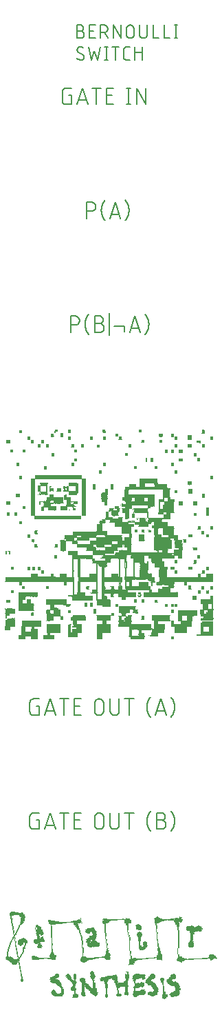
<source format=gbr>
G04 EAGLE Gerber RS-274X export*
G75*
%MOMM*%
%FSLAX34Y34*%
%LPD*%
%INSilkscreen Top*%
%IPPOS*%
%AMOC8*
5,1,8,0,0,1.08239X$1,22.5*%
G01*
%ADD10C,0.152400*%
%ADD11R,0.800000X0.025000*%
%ADD12R,0.850000X0.025000*%
%ADD13R,1.350000X0.025000*%
%ADD14R,0.675000X0.025000*%
%ADD15R,1.750000X0.025000*%
%ADD16R,0.125000X0.025000*%
%ADD17R,0.150000X0.025000*%
%ADD18R,0.175000X0.025000*%
%ADD19R,0.200000X0.025000*%
%ADD20R,0.375000X0.025000*%
%ADD21R,1.850000X0.025000*%
%ADD22R,0.100000X0.025000*%
%ADD23R,1.925000X0.025000*%
%ADD24R,1.125000X0.025000*%
%ADD25R,0.825000X0.025000*%
%ADD26R,1.950000X0.025000*%
%ADD27R,0.950000X0.025000*%
%ADD28R,2.325000X0.025000*%
%ADD29R,1.050000X0.025000*%
%ADD30R,2.300000X0.025000*%
%ADD31R,0.350000X0.025000*%
%ADD32R,0.750000X0.025000*%
%ADD33R,2.275000X0.025000*%
%ADD34R,2.225000X0.025000*%
%ADD35R,0.025000X0.025000*%
%ADD36R,0.975000X0.025000*%
%ADD37R,1.975000X0.025000*%
%ADD38R,0.075000X0.025000*%
%ADD39R,0.050000X0.025000*%
%ADD40R,1.525000X0.025000*%
%ADD41R,0.250000X0.025000*%
%ADD42R,0.275000X0.025000*%
%ADD43R,0.325000X0.025000*%
%ADD44R,1.150000X0.025000*%
%ADD45R,1.725000X0.025000*%
%ADD46R,0.775000X0.025000*%
%ADD47R,1.675000X0.025000*%
%ADD48R,1.550000X0.025000*%
%ADD49R,1.700000X0.025000*%
%ADD50R,1.575000X0.025000*%
%ADD51R,1.175000X0.025000*%
%ADD52R,0.450000X0.025000*%
%ADD53R,0.400000X0.025000*%
%ADD54R,0.550000X0.025000*%
%ADD55R,0.425000X0.025000*%
%ADD56R,0.525000X0.025000*%
%ADD57R,0.500000X0.025000*%
%ADD58R,0.600000X0.025000*%
%ADD59R,1.650000X0.025000*%
%ADD60R,0.625000X0.025000*%
%ADD61R,2.750000X0.025000*%
%ADD62R,1.300000X0.025000*%
%ADD63R,1.325000X0.025000*%
%ADD64R,1.075000X0.025000*%
%ADD65R,3.975000X0.025000*%
%ADD66R,2.150000X0.025000*%
%ADD67R,4.000000X0.025000*%
%ADD68R,2.175000X0.025000*%
%ADD69R,1.100000X0.025000*%
%ADD70R,2.575000X0.025000*%
%ADD71R,1.025000X0.025000*%
%ADD72R,1.400000X0.025000*%
%ADD73R,1.625000X0.025000*%
%ADD74R,0.475000X0.025000*%
%ADD75R,1.600000X0.025000*%
%ADD76R,1.425000X0.025000*%
%ADD77R,0.300000X0.025000*%
%ADD78R,2.000000X0.025000*%
%ADD79R,0.900000X0.025000*%
%ADD80R,0.925000X0.025000*%
%ADD81R,1.825000X0.025000*%
%ADD82R,1.275000X0.025000*%
%ADD83R,0.225000X0.025000*%
%ADD84R,0.725000X0.025000*%
%ADD85R,1.250000X0.025000*%
%ADD86R,1.225000X0.025000*%
%ADD87R,0.575000X0.025000*%
%ADD88R,2.125000X0.025000*%
%ADD89R,2.025000X0.025000*%
%ADD90R,1.500000X0.025000*%
%ADD91R,0.650000X0.025000*%
%ADD92R,0.875000X0.025000*%
%ADD93R,1.375000X0.025000*%
%ADD94R,0.700000X0.025000*%
%ADD95R,2.100000X0.025000*%
%ADD96R,2.075000X0.025000*%
%ADD97R,1.875000X0.025000*%
%ADD98R,1.000000X0.025000*%
%ADD99R,2.975000X0.025000*%
%ADD100R,2.475000X0.025000*%
%ADD101R,1.475000X0.025000*%
%ADD102R,1.775000X0.025000*%
%ADD103R,2.500000X0.025000*%
%ADD104R,4.150000X0.025000*%
%ADD105R,2.650000X0.025000*%
%ADD106R,2.900000X0.025000*%
%ADD107R,3.050000X0.025000*%
%ADD108R,3.250000X0.025000*%
%ADD109R,1.450000X0.025000*%
%ADD110R,4.975000X0.025000*%
%ADD111R,3.175000X0.025000*%
%ADD112R,3.100000X0.025000*%
%ADD113R,3.075000X0.025000*%
%ADD114R,3.125000X0.025000*%
%ADD115R,5.200000X0.025000*%
%ADD116R,8.475000X0.025000*%
%ADD117R,2.450000X0.025000*%
%ADD118R,6.675000X0.025000*%
%ADD119R,1.200000X0.025000*%
%ADD120R,3.650000X0.025000*%
%ADD121R,2.250000X0.025000*%
%ADD122R,3.300000X0.025000*%
%ADD123R,2.950000X0.025000*%
%ADD124R,3.025000X0.025000*%
%ADD125R,3.200000X0.025000*%
%ADD126R,3.000000X0.025000*%
%ADD127R,2.800000X0.025000*%
%ADD128R,2.600000X0.025000*%
%ADD129R,2.850000X0.025000*%
%ADD130R,2.675000X0.025000*%
%ADD131R,2.550000X0.025000*%
%ADD132R,5.325000X0.025000*%
%ADD133R,5.000000X0.025000*%
%ADD134R,6.950000X0.025000*%
%ADD135R,6.975000X0.025000*%
%ADD136R,7.000000X0.025000*%
%ADD137R,7.125000X0.025000*%
%ADD138R,7.025000X0.025000*%
%ADD139R,2.625000X0.025000*%
%ADD140R,6.900000X0.025000*%
%ADD141R,2.200000X0.025000*%
%ADD142R,6.875000X0.025000*%
%ADD143R,6.425000X0.025000*%
%ADD144R,3.400000X0.025000*%
%ADD145R,5.150000X0.025000*%
%ADD146R,3.150000X0.025000*%
%ADD147R,2.925000X0.025000*%
%ADD148R,7.075000X0.025000*%
%ADD149R,5.075000X0.025000*%
%ADD150R,4.300000X0.025000*%
%ADD151R,2.700000X0.025000*%
%ADD152R,2.050000X0.025000*%
%ADD153R,1.900000X0.025000*%
%ADD154R,2.425000X0.025000*%
%ADD155R,2.825000X0.025000*%
%ADD156R,5.725000X0.025000*%
%ADD157R,5.750000X0.025000*%
%ADD158R,3.800000X0.025000*%
%ADD159R,4.025000X0.025000*%
%ADD160R,3.625000X0.025000*%
%ADD161R,3.375000X0.025000*%
%ADD162R,5.575000X0.025000*%
%ADD163R,5.800000X0.025000*%
%ADD164R,3.875000X0.025000*%
%ADD165R,0.240000X0.080000*%
%ADD166R,0.560000X0.080000*%
%ADD167R,0.640000X0.080000*%
%ADD168R,0.400000X0.080000*%
%ADD169R,0.320000X0.080000*%
%ADD170R,0.960000X0.080000*%
%ADD171R,0.160000X0.080000*%
%ADD172R,0.480000X0.080000*%
%ADD173R,0.880000X0.080000*%
%ADD174R,1.200000X0.080000*%
%ADD175R,0.080000X0.080000*%
%ADD176R,0.720000X0.080000*%
%ADD177R,1.040000X0.080000*%
%ADD178R,1.360000X0.080000*%
%ADD179R,1.120000X0.080000*%
%ADD180R,1.280000X0.080000*%
%ADD181R,1.520000X0.080000*%
%ADD182R,1.440000X0.080000*%
%ADD183R,0.800000X0.080000*%
%ADD184R,1.600000X0.080000*%
%ADD185R,2.080000X0.080000*%
%ADD186R,2.000000X0.080000*%
%ADD187R,1.840000X0.080000*%
%ADD188R,2.240000X0.080000*%
%ADD189R,2.320000X0.080000*%
%ADD190R,2.960000X0.080000*%
%ADD191R,2.160000X0.080000*%
%ADD192R,1.920000X0.080000*%
%ADD193R,1.760000X0.080000*%
%ADD194R,3.920000X0.080000*%
%ADD195R,3.440000X0.080000*%
%ADD196R,2.400000X0.080000*%
%ADD197R,1.680000X0.080000*%
%ADD198C,0.177800*%


D10*
X108717Y1261060D02*
X113233Y1261060D01*
X113233Y1261061D02*
X113366Y1261059D01*
X113498Y1261053D01*
X113630Y1261043D01*
X113762Y1261030D01*
X113894Y1261012D01*
X114024Y1260991D01*
X114155Y1260966D01*
X114284Y1260937D01*
X114412Y1260904D01*
X114540Y1260868D01*
X114666Y1260828D01*
X114791Y1260784D01*
X114915Y1260736D01*
X115037Y1260685D01*
X115158Y1260630D01*
X115277Y1260572D01*
X115395Y1260510D01*
X115510Y1260445D01*
X115624Y1260376D01*
X115735Y1260305D01*
X115844Y1260229D01*
X115951Y1260151D01*
X116056Y1260070D01*
X116158Y1259985D01*
X116258Y1259898D01*
X116355Y1259808D01*
X116450Y1259715D01*
X116541Y1259619D01*
X116630Y1259521D01*
X116716Y1259420D01*
X116799Y1259316D01*
X116879Y1259210D01*
X116955Y1259102D01*
X117029Y1258992D01*
X117099Y1258879D01*
X117166Y1258765D01*
X117229Y1258648D01*
X117289Y1258530D01*
X117346Y1258410D01*
X117399Y1258288D01*
X117448Y1258165D01*
X117494Y1258041D01*
X117536Y1257915D01*
X117574Y1257788D01*
X117609Y1257660D01*
X117640Y1257531D01*
X117667Y1257402D01*
X117690Y1257271D01*
X117710Y1257140D01*
X117725Y1257008D01*
X117737Y1256876D01*
X117745Y1256744D01*
X117749Y1256611D01*
X117749Y1256479D01*
X117745Y1256346D01*
X117737Y1256214D01*
X117725Y1256082D01*
X117710Y1255950D01*
X117690Y1255819D01*
X117667Y1255688D01*
X117640Y1255559D01*
X117609Y1255430D01*
X117574Y1255302D01*
X117536Y1255175D01*
X117494Y1255049D01*
X117448Y1254925D01*
X117399Y1254802D01*
X117346Y1254680D01*
X117289Y1254560D01*
X117229Y1254442D01*
X117166Y1254325D01*
X117099Y1254211D01*
X117029Y1254098D01*
X116955Y1253988D01*
X116879Y1253880D01*
X116799Y1253774D01*
X116716Y1253670D01*
X116630Y1253569D01*
X116541Y1253471D01*
X116450Y1253375D01*
X116355Y1253282D01*
X116258Y1253192D01*
X116158Y1253105D01*
X116056Y1253020D01*
X115951Y1252939D01*
X115844Y1252861D01*
X115735Y1252785D01*
X115624Y1252714D01*
X115510Y1252645D01*
X115395Y1252580D01*
X115277Y1252518D01*
X115158Y1252460D01*
X115037Y1252405D01*
X114915Y1252354D01*
X114791Y1252306D01*
X114666Y1252262D01*
X114540Y1252222D01*
X114412Y1252186D01*
X114284Y1252153D01*
X114155Y1252124D01*
X114024Y1252099D01*
X113894Y1252078D01*
X113762Y1252060D01*
X113630Y1252047D01*
X113498Y1252037D01*
X113366Y1252031D01*
X113233Y1252029D01*
X108717Y1252029D01*
X108717Y1268285D01*
X113233Y1268285D01*
X113352Y1268283D01*
X113472Y1268277D01*
X113591Y1268267D01*
X113709Y1268253D01*
X113828Y1268236D01*
X113945Y1268214D01*
X114062Y1268189D01*
X114177Y1268159D01*
X114292Y1268126D01*
X114406Y1268089D01*
X114518Y1268049D01*
X114629Y1268004D01*
X114738Y1267956D01*
X114846Y1267905D01*
X114952Y1267850D01*
X115056Y1267791D01*
X115158Y1267729D01*
X115258Y1267664D01*
X115356Y1267595D01*
X115452Y1267523D01*
X115545Y1267448D01*
X115635Y1267371D01*
X115723Y1267290D01*
X115808Y1267206D01*
X115890Y1267119D01*
X115970Y1267030D01*
X116046Y1266938D01*
X116120Y1266844D01*
X116190Y1266747D01*
X116257Y1266649D01*
X116321Y1266548D01*
X116381Y1266444D01*
X116438Y1266339D01*
X116491Y1266232D01*
X116541Y1266124D01*
X116587Y1266014D01*
X116629Y1265902D01*
X116668Y1265789D01*
X116703Y1265675D01*
X116734Y1265560D01*
X116762Y1265443D01*
X116785Y1265326D01*
X116805Y1265209D01*
X116821Y1265090D01*
X116833Y1264971D01*
X116841Y1264852D01*
X116845Y1264733D01*
X116845Y1264613D01*
X116841Y1264494D01*
X116833Y1264375D01*
X116821Y1264256D01*
X116805Y1264137D01*
X116785Y1264020D01*
X116762Y1263903D01*
X116734Y1263786D01*
X116703Y1263671D01*
X116668Y1263557D01*
X116629Y1263444D01*
X116587Y1263332D01*
X116541Y1263222D01*
X116491Y1263114D01*
X116438Y1263007D01*
X116381Y1262902D01*
X116321Y1262798D01*
X116257Y1262697D01*
X116190Y1262599D01*
X116120Y1262502D01*
X116046Y1262408D01*
X115970Y1262316D01*
X115890Y1262227D01*
X115808Y1262140D01*
X115723Y1262056D01*
X115635Y1261975D01*
X115545Y1261898D01*
X115452Y1261823D01*
X115356Y1261751D01*
X115258Y1261682D01*
X115158Y1261617D01*
X115056Y1261555D01*
X114952Y1261496D01*
X114846Y1261441D01*
X114738Y1261390D01*
X114629Y1261342D01*
X114518Y1261297D01*
X114406Y1261257D01*
X114292Y1261220D01*
X114177Y1261187D01*
X114062Y1261157D01*
X113945Y1261132D01*
X113828Y1261110D01*
X113709Y1261093D01*
X113591Y1261079D01*
X113472Y1261069D01*
X113352Y1261063D01*
X113233Y1261061D01*
X124167Y1252029D02*
X131392Y1252029D01*
X124167Y1252029D02*
X124167Y1268285D01*
X131392Y1268285D01*
X129586Y1261060D02*
X124167Y1261060D01*
X137776Y1268285D02*
X137776Y1252029D01*
X137776Y1268285D02*
X142292Y1268285D01*
X142292Y1268286D02*
X142425Y1268284D01*
X142557Y1268278D01*
X142689Y1268268D01*
X142821Y1268255D01*
X142953Y1268237D01*
X143083Y1268216D01*
X143214Y1268191D01*
X143343Y1268162D01*
X143471Y1268129D01*
X143599Y1268093D01*
X143725Y1268053D01*
X143850Y1268009D01*
X143974Y1267961D01*
X144096Y1267910D01*
X144217Y1267855D01*
X144336Y1267797D01*
X144454Y1267735D01*
X144569Y1267670D01*
X144683Y1267601D01*
X144794Y1267530D01*
X144903Y1267454D01*
X145010Y1267376D01*
X145115Y1267295D01*
X145217Y1267210D01*
X145317Y1267123D01*
X145414Y1267033D01*
X145509Y1266940D01*
X145600Y1266844D01*
X145689Y1266746D01*
X145775Y1266645D01*
X145858Y1266541D01*
X145938Y1266435D01*
X146014Y1266327D01*
X146088Y1266217D01*
X146158Y1266104D01*
X146225Y1265990D01*
X146288Y1265873D01*
X146348Y1265755D01*
X146405Y1265635D01*
X146458Y1265513D01*
X146507Y1265390D01*
X146553Y1265266D01*
X146595Y1265140D01*
X146633Y1265013D01*
X146668Y1264885D01*
X146699Y1264756D01*
X146726Y1264627D01*
X146749Y1264496D01*
X146769Y1264365D01*
X146784Y1264233D01*
X146796Y1264101D01*
X146804Y1263969D01*
X146808Y1263836D01*
X146808Y1263704D01*
X146804Y1263571D01*
X146796Y1263439D01*
X146784Y1263307D01*
X146769Y1263175D01*
X146749Y1263044D01*
X146726Y1262913D01*
X146699Y1262784D01*
X146668Y1262655D01*
X146633Y1262527D01*
X146595Y1262400D01*
X146553Y1262274D01*
X146507Y1262150D01*
X146458Y1262027D01*
X146405Y1261905D01*
X146348Y1261785D01*
X146288Y1261667D01*
X146225Y1261550D01*
X146158Y1261436D01*
X146088Y1261323D01*
X146014Y1261213D01*
X145938Y1261105D01*
X145858Y1260999D01*
X145775Y1260895D01*
X145689Y1260794D01*
X145600Y1260696D01*
X145509Y1260600D01*
X145414Y1260507D01*
X145317Y1260417D01*
X145217Y1260330D01*
X145115Y1260245D01*
X145010Y1260164D01*
X144903Y1260086D01*
X144794Y1260010D01*
X144683Y1259939D01*
X144569Y1259870D01*
X144454Y1259805D01*
X144336Y1259743D01*
X144217Y1259685D01*
X144096Y1259630D01*
X143974Y1259579D01*
X143850Y1259531D01*
X143725Y1259487D01*
X143599Y1259447D01*
X143471Y1259411D01*
X143343Y1259378D01*
X143214Y1259349D01*
X143083Y1259324D01*
X142953Y1259303D01*
X142821Y1259285D01*
X142689Y1259272D01*
X142557Y1259262D01*
X142425Y1259256D01*
X142292Y1259254D01*
X137776Y1259254D01*
X143195Y1259254D02*
X146807Y1252029D01*
X153837Y1252029D02*
X153837Y1268285D01*
X162868Y1252029D01*
X162868Y1268285D01*
X169989Y1263770D02*
X169989Y1256545D01*
X169989Y1263770D02*
X169991Y1263903D01*
X169997Y1264035D01*
X170007Y1264167D01*
X170020Y1264299D01*
X170038Y1264431D01*
X170059Y1264561D01*
X170084Y1264692D01*
X170113Y1264821D01*
X170146Y1264949D01*
X170182Y1265077D01*
X170222Y1265203D01*
X170266Y1265328D01*
X170314Y1265452D01*
X170365Y1265574D01*
X170420Y1265695D01*
X170478Y1265814D01*
X170540Y1265932D01*
X170605Y1266047D01*
X170674Y1266161D01*
X170745Y1266272D01*
X170821Y1266381D01*
X170899Y1266488D01*
X170980Y1266593D01*
X171065Y1266695D01*
X171152Y1266795D01*
X171242Y1266892D01*
X171335Y1266987D01*
X171431Y1267078D01*
X171529Y1267167D01*
X171630Y1267253D01*
X171734Y1267336D01*
X171840Y1267416D01*
X171948Y1267492D01*
X172058Y1267566D01*
X172171Y1267636D01*
X172285Y1267703D01*
X172402Y1267766D01*
X172520Y1267826D01*
X172640Y1267883D01*
X172762Y1267936D01*
X172885Y1267985D01*
X173009Y1268031D01*
X173135Y1268073D01*
X173262Y1268111D01*
X173390Y1268146D01*
X173519Y1268177D01*
X173648Y1268204D01*
X173779Y1268227D01*
X173910Y1268247D01*
X174042Y1268262D01*
X174174Y1268274D01*
X174306Y1268282D01*
X174439Y1268286D01*
X174571Y1268286D01*
X174704Y1268282D01*
X174836Y1268274D01*
X174968Y1268262D01*
X175100Y1268247D01*
X175231Y1268227D01*
X175362Y1268204D01*
X175491Y1268177D01*
X175620Y1268146D01*
X175748Y1268111D01*
X175875Y1268073D01*
X176001Y1268031D01*
X176125Y1267985D01*
X176248Y1267936D01*
X176370Y1267883D01*
X176490Y1267826D01*
X176608Y1267766D01*
X176725Y1267703D01*
X176839Y1267636D01*
X176952Y1267566D01*
X177062Y1267492D01*
X177170Y1267416D01*
X177276Y1267336D01*
X177380Y1267253D01*
X177481Y1267167D01*
X177579Y1267078D01*
X177675Y1266987D01*
X177768Y1266892D01*
X177858Y1266795D01*
X177945Y1266695D01*
X178030Y1266593D01*
X178111Y1266488D01*
X178189Y1266381D01*
X178265Y1266272D01*
X178336Y1266161D01*
X178405Y1266047D01*
X178470Y1265932D01*
X178532Y1265814D01*
X178590Y1265695D01*
X178645Y1265574D01*
X178696Y1265452D01*
X178744Y1265328D01*
X178788Y1265203D01*
X178828Y1265077D01*
X178864Y1264949D01*
X178897Y1264821D01*
X178926Y1264692D01*
X178951Y1264561D01*
X178972Y1264431D01*
X178990Y1264299D01*
X179003Y1264167D01*
X179013Y1264035D01*
X179019Y1263903D01*
X179021Y1263770D01*
X179020Y1263770D02*
X179020Y1256545D01*
X179021Y1256545D02*
X179019Y1256412D01*
X179013Y1256280D01*
X179003Y1256148D01*
X178990Y1256016D01*
X178972Y1255884D01*
X178951Y1255754D01*
X178926Y1255623D01*
X178897Y1255494D01*
X178864Y1255366D01*
X178828Y1255238D01*
X178788Y1255112D01*
X178744Y1254987D01*
X178696Y1254863D01*
X178645Y1254741D01*
X178590Y1254620D01*
X178532Y1254501D01*
X178470Y1254383D01*
X178405Y1254268D01*
X178336Y1254154D01*
X178265Y1254043D01*
X178189Y1253934D01*
X178111Y1253827D01*
X178030Y1253722D01*
X177945Y1253620D01*
X177858Y1253520D01*
X177768Y1253423D01*
X177675Y1253328D01*
X177579Y1253237D01*
X177481Y1253148D01*
X177380Y1253062D01*
X177276Y1252979D01*
X177170Y1252899D01*
X177062Y1252823D01*
X176952Y1252749D01*
X176839Y1252679D01*
X176725Y1252612D01*
X176608Y1252549D01*
X176490Y1252489D01*
X176370Y1252432D01*
X176248Y1252379D01*
X176125Y1252330D01*
X176001Y1252284D01*
X175875Y1252242D01*
X175748Y1252204D01*
X175620Y1252169D01*
X175491Y1252138D01*
X175362Y1252111D01*
X175231Y1252088D01*
X175100Y1252068D01*
X174968Y1252053D01*
X174836Y1252041D01*
X174704Y1252033D01*
X174571Y1252029D01*
X174439Y1252029D01*
X174306Y1252033D01*
X174174Y1252041D01*
X174042Y1252053D01*
X173910Y1252068D01*
X173779Y1252088D01*
X173648Y1252111D01*
X173519Y1252138D01*
X173390Y1252169D01*
X173262Y1252204D01*
X173135Y1252242D01*
X173009Y1252284D01*
X172885Y1252330D01*
X172762Y1252379D01*
X172640Y1252432D01*
X172520Y1252489D01*
X172402Y1252549D01*
X172285Y1252612D01*
X172171Y1252679D01*
X172058Y1252749D01*
X171948Y1252823D01*
X171840Y1252899D01*
X171734Y1252979D01*
X171630Y1253062D01*
X171529Y1253148D01*
X171431Y1253237D01*
X171335Y1253328D01*
X171242Y1253423D01*
X171152Y1253520D01*
X171065Y1253620D01*
X170980Y1253722D01*
X170899Y1253827D01*
X170821Y1253934D01*
X170745Y1254043D01*
X170674Y1254154D01*
X170605Y1254268D01*
X170540Y1254383D01*
X170478Y1254501D01*
X170420Y1254620D01*
X170365Y1254741D01*
X170314Y1254863D01*
X170266Y1254987D01*
X170222Y1255112D01*
X170182Y1255238D01*
X170146Y1255366D01*
X170113Y1255494D01*
X170084Y1255623D01*
X170059Y1255754D01*
X170038Y1255884D01*
X170020Y1256016D01*
X170007Y1256148D01*
X169997Y1256280D01*
X169991Y1256412D01*
X169989Y1256545D01*
X186141Y1256545D02*
X186141Y1268285D01*
X186141Y1256545D02*
X186143Y1256412D01*
X186149Y1256280D01*
X186159Y1256148D01*
X186172Y1256016D01*
X186190Y1255884D01*
X186211Y1255754D01*
X186236Y1255623D01*
X186265Y1255494D01*
X186298Y1255366D01*
X186334Y1255238D01*
X186374Y1255112D01*
X186418Y1254987D01*
X186466Y1254863D01*
X186517Y1254741D01*
X186572Y1254620D01*
X186630Y1254501D01*
X186692Y1254383D01*
X186757Y1254268D01*
X186826Y1254154D01*
X186897Y1254043D01*
X186973Y1253934D01*
X187051Y1253827D01*
X187132Y1253722D01*
X187217Y1253620D01*
X187304Y1253520D01*
X187394Y1253423D01*
X187487Y1253328D01*
X187583Y1253237D01*
X187681Y1253148D01*
X187782Y1253062D01*
X187886Y1252979D01*
X187992Y1252899D01*
X188100Y1252823D01*
X188210Y1252749D01*
X188323Y1252679D01*
X188437Y1252612D01*
X188554Y1252549D01*
X188672Y1252489D01*
X188792Y1252432D01*
X188914Y1252379D01*
X189037Y1252330D01*
X189161Y1252284D01*
X189287Y1252242D01*
X189414Y1252204D01*
X189542Y1252169D01*
X189671Y1252138D01*
X189800Y1252111D01*
X189931Y1252088D01*
X190062Y1252068D01*
X190194Y1252053D01*
X190326Y1252041D01*
X190458Y1252033D01*
X190591Y1252029D01*
X190723Y1252029D01*
X190856Y1252033D01*
X190988Y1252041D01*
X191120Y1252053D01*
X191252Y1252068D01*
X191383Y1252088D01*
X191514Y1252111D01*
X191643Y1252138D01*
X191772Y1252169D01*
X191900Y1252204D01*
X192027Y1252242D01*
X192153Y1252284D01*
X192277Y1252330D01*
X192400Y1252379D01*
X192522Y1252432D01*
X192642Y1252489D01*
X192760Y1252549D01*
X192877Y1252612D01*
X192991Y1252679D01*
X193104Y1252749D01*
X193214Y1252823D01*
X193322Y1252899D01*
X193428Y1252979D01*
X193532Y1253062D01*
X193633Y1253148D01*
X193731Y1253237D01*
X193827Y1253328D01*
X193920Y1253423D01*
X194010Y1253520D01*
X194097Y1253620D01*
X194182Y1253722D01*
X194263Y1253827D01*
X194341Y1253934D01*
X194417Y1254043D01*
X194488Y1254154D01*
X194557Y1254268D01*
X194622Y1254383D01*
X194684Y1254501D01*
X194742Y1254620D01*
X194797Y1254741D01*
X194848Y1254863D01*
X194896Y1254987D01*
X194940Y1255112D01*
X194980Y1255238D01*
X195016Y1255366D01*
X195049Y1255494D01*
X195078Y1255623D01*
X195103Y1255754D01*
X195124Y1255884D01*
X195142Y1256016D01*
X195155Y1256148D01*
X195165Y1256280D01*
X195171Y1256412D01*
X195173Y1256545D01*
X195172Y1256545D02*
X195172Y1268285D01*
X202844Y1268285D02*
X202844Y1252029D01*
X210069Y1252029D01*
X216391Y1252029D02*
X216391Y1268285D01*
X216391Y1252029D02*
X223616Y1252029D01*
X230777Y1252029D02*
X230777Y1268285D01*
X228971Y1252029D02*
X232583Y1252029D01*
X232583Y1268285D02*
X228971Y1268285D01*
X117748Y1228972D02*
X117746Y1228854D01*
X117740Y1228736D01*
X117731Y1228618D01*
X117717Y1228501D01*
X117700Y1228384D01*
X117679Y1228267D01*
X117654Y1228152D01*
X117625Y1228037D01*
X117592Y1227923D01*
X117556Y1227811D01*
X117516Y1227700D01*
X117473Y1227590D01*
X117426Y1227481D01*
X117376Y1227374D01*
X117321Y1227269D01*
X117264Y1227166D01*
X117203Y1227065D01*
X117139Y1226965D01*
X117072Y1226868D01*
X117002Y1226773D01*
X116928Y1226681D01*
X116852Y1226590D01*
X116772Y1226503D01*
X116690Y1226418D01*
X116605Y1226336D01*
X116518Y1226256D01*
X116427Y1226180D01*
X116335Y1226106D01*
X116240Y1226036D01*
X116143Y1225969D01*
X116043Y1225905D01*
X115942Y1225844D01*
X115839Y1225787D01*
X115734Y1225732D01*
X115627Y1225682D01*
X115518Y1225635D01*
X115408Y1225592D01*
X115297Y1225552D01*
X115185Y1225516D01*
X115071Y1225483D01*
X114956Y1225454D01*
X114841Y1225429D01*
X114724Y1225408D01*
X114607Y1225391D01*
X114490Y1225377D01*
X114372Y1225368D01*
X114254Y1225362D01*
X114136Y1225360D01*
X113953Y1225362D01*
X113771Y1225369D01*
X113589Y1225380D01*
X113407Y1225395D01*
X113225Y1225415D01*
X113044Y1225438D01*
X112864Y1225467D01*
X112684Y1225499D01*
X112505Y1225536D01*
X112328Y1225577D01*
X112151Y1225623D01*
X111975Y1225672D01*
X111801Y1225726D01*
X111627Y1225784D01*
X111456Y1225846D01*
X111286Y1225912D01*
X111117Y1225983D01*
X110950Y1226057D01*
X110785Y1226135D01*
X110622Y1226217D01*
X110461Y1226303D01*
X110302Y1226393D01*
X110145Y1226487D01*
X109991Y1226584D01*
X109839Y1226685D01*
X109689Y1226790D01*
X109542Y1226898D01*
X109398Y1227009D01*
X109256Y1227124D01*
X109117Y1227243D01*
X108981Y1227365D01*
X108848Y1227490D01*
X108718Y1227618D01*
X109169Y1238003D02*
X109171Y1238121D01*
X109177Y1238239D01*
X109186Y1238357D01*
X109200Y1238474D01*
X109217Y1238591D01*
X109238Y1238708D01*
X109263Y1238823D01*
X109292Y1238938D01*
X109325Y1239052D01*
X109361Y1239164D01*
X109401Y1239275D01*
X109444Y1239385D01*
X109491Y1239494D01*
X109541Y1239601D01*
X109596Y1239706D01*
X109653Y1239809D01*
X109714Y1239910D01*
X109778Y1240010D01*
X109845Y1240107D01*
X109915Y1240202D01*
X109989Y1240294D01*
X110065Y1240385D01*
X110145Y1240472D01*
X110227Y1240557D01*
X110312Y1240639D01*
X110399Y1240719D01*
X110490Y1240795D01*
X110582Y1240869D01*
X110677Y1240939D01*
X110774Y1241006D01*
X110874Y1241070D01*
X110975Y1241131D01*
X111078Y1241189D01*
X111183Y1241243D01*
X111290Y1241293D01*
X111399Y1241340D01*
X111509Y1241384D01*
X111620Y1241423D01*
X111733Y1241459D01*
X111846Y1241492D01*
X111961Y1241521D01*
X112076Y1241546D01*
X112193Y1241567D01*
X112310Y1241584D01*
X112427Y1241598D01*
X112545Y1241607D01*
X112663Y1241613D01*
X112781Y1241615D01*
X112942Y1241613D01*
X113104Y1241607D01*
X113265Y1241598D01*
X113426Y1241584D01*
X113586Y1241567D01*
X113746Y1241546D01*
X113906Y1241521D01*
X114065Y1241492D01*
X114223Y1241460D01*
X114380Y1241424D01*
X114536Y1241384D01*
X114692Y1241340D01*
X114846Y1241292D01*
X114999Y1241241D01*
X115151Y1241187D01*
X115302Y1241128D01*
X115451Y1241067D01*
X115598Y1241001D01*
X115744Y1240932D01*
X115889Y1240860D01*
X116031Y1240784D01*
X116172Y1240705D01*
X116311Y1240623D01*
X116447Y1240537D01*
X116582Y1240448D01*
X116715Y1240356D01*
X116845Y1240260D01*
X110974Y1234842D02*
X110873Y1234904D01*
X110773Y1234969D01*
X110676Y1235038D01*
X110581Y1235110D01*
X110488Y1235184D01*
X110398Y1235262D01*
X110310Y1235343D01*
X110225Y1235426D01*
X110143Y1235512D01*
X110064Y1235601D01*
X109987Y1235692D01*
X109914Y1235786D01*
X109843Y1235882D01*
X109776Y1235980D01*
X109712Y1236080D01*
X109651Y1236183D01*
X109594Y1236287D01*
X109540Y1236393D01*
X109490Y1236501D01*
X109443Y1236610D01*
X109399Y1236721D01*
X109359Y1236833D01*
X109323Y1236947D01*
X109291Y1237061D01*
X109262Y1237177D01*
X109237Y1237293D01*
X109216Y1237410D01*
X109199Y1237528D01*
X109185Y1237646D01*
X109176Y1237765D01*
X109170Y1237884D01*
X109168Y1238003D01*
X115942Y1232133D02*
X116043Y1232071D01*
X116143Y1232006D01*
X116240Y1231937D01*
X116335Y1231865D01*
X116428Y1231791D01*
X116518Y1231713D01*
X116606Y1231632D01*
X116691Y1231549D01*
X116773Y1231463D01*
X116852Y1231374D01*
X116929Y1231283D01*
X117002Y1231189D01*
X117073Y1231093D01*
X117140Y1230995D01*
X117204Y1230895D01*
X117265Y1230792D01*
X117322Y1230688D01*
X117376Y1230582D01*
X117426Y1230474D01*
X117473Y1230365D01*
X117517Y1230254D01*
X117557Y1230142D01*
X117593Y1230028D01*
X117625Y1229914D01*
X117654Y1229798D01*
X117679Y1229682D01*
X117700Y1229565D01*
X117717Y1229447D01*
X117731Y1229329D01*
X117740Y1229210D01*
X117746Y1229091D01*
X117748Y1228972D01*
X115942Y1232133D02*
X110975Y1234842D01*
X123202Y1241615D02*
X126815Y1225359D01*
X130427Y1236197D01*
X134039Y1225359D01*
X137652Y1241615D01*
X145016Y1241615D02*
X145016Y1225359D01*
X143210Y1225359D02*
X146822Y1225359D01*
X146822Y1241615D02*
X143210Y1241615D01*
X156479Y1241615D02*
X156479Y1225359D01*
X151963Y1241615D02*
X160995Y1241615D01*
X170126Y1225359D02*
X173738Y1225359D01*
X170126Y1225360D02*
X170008Y1225362D01*
X169890Y1225368D01*
X169772Y1225377D01*
X169655Y1225391D01*
X169538Y1225408D01*
X169421Y1225429D01*
X169306Y1225454D01*
X169191Y1225483D01*
X169077Y1225516D01*
X168965Y1225552D01*
X168854Y1225592D01*
X168744Y1225635D01*
X168635Y1225682D01*
X168528Y1225732D01*
X168423Y1225787D01*
X168320Y1225844D01*
X168219Y1225905D01*
X168119Y1225969D01*
X168022Y1226036D01*
X167927Y1226106D01*
X167835Y1226180D01*
X167744Y1226256D01*
X167657Y1226336D01*
X167572Y1226418D01*
X167490Y1226503D01*
X167410Y1226590D01*
X167334Y1226681D01*
X167260Y1226773D01*
X167190Y1226868D01*
X167123Y1226965D01*
X167059Y1227065D01*
X166998Y1227166D01*
X166941Y1227269D01*
X166886Y1227374D01*
X166836Y1227481D01*
X166789Y1227590D01*
X166746Y1227700D01*
X166706Y1227811D01*
X166670Y1227923D01*
X166637Y1228037D01*
X166608Y1228152D01*
X166583Y1228267D01*
X166562Y1228384D01*
X166545Y1228501D01*
X166531Y1228618D01*
X166522Y1228736D01*
X166516Y1228854D01*
X166514Y1228972D01*
X166513Y1228972D02*
X166513Y1238003D01*
X166514Y1238003D02*
X166516Y1238121D01*
X166522Y1238239D01*
X166531Y1238357D01*
X166545Y1238474D01*
X166562Y1238591D01*
X166583Y1238708D01*
X166608Y1238823D01*
X166637Y1238938D01*
X166670Y1239052D01*
X166706Y1239164D01*
X166746Y1239275D01*
X166789Y1239385D01*
X166836Y1239494D01*
X166886Y1239601D01*
X166940Y1239706D01*
X166998Y1239809D01*
X167059Y1239910D01*
X167123Y1240010D01*
X167190Y1240107D01*
X167260Y1240202D01*
X167334Y1240294D01*
X167410Y1240385D01*
X167490Y1240472D01*
X167572Y1240557D01*
X167657Y1240639D01*
X167744Y1240719D01*
X167835Y1240795D01*
X167927Y1240869D01*
X168022Y1240939D01*
X168119Y1241006D01*
X168219Y1241070D01*
X168320Y1241131D01*
X168423Y1241188D01*
X168528Y1241242D01*
X168635Y1241293D01*
X168744Y1241340D01*
X168854Y1241383D01*
X168965Y1241423D01*
X169077Y1241459D01*
X169191Y1241492D01*
X169306Y1241521D01*
X169421Y1241546D01*
X169538Y1241567D01*
X169655Y1241584D01*
X169772Y1241598D01*
X169890Y1241607D01*
X170008Y1241613D01*
X170126Y1241615D01*
X173738Y1241615D01*
X180100Y1241615D02*
X180100Y1225359D01*
X180100Y1234390D02*
X189131Y1234390D01*
X189131Y1241615D02*
X189131Y1225359D01*
D11*
X41375Y514500D03*
D12*
X56375Y514500D03*
D13*
X74125Y514500D03*
D14*
X136750Y514500D03*
D15*
X183625Y514500D03*
D16*
X225500Y514500D03*
D17*
X227625Y514500D03*
D11*
X41375Y514750D03*
D12*
X56375Y514750D03*
D13*
X74125Y514750D03*
D14*
X136750Y514750D03*
D15*
X183625Y514750D03*
D17*
X225625Y514750D03*
D18*
X227500Y514750D03*
D11*
X41375Y515000D03*
D12*
X56375Y515000D03*
D13*
X74125Y515000D03*
D14*
X136750Y515000D03*
D15*
X183625Y515000D03*
D17*
X225625Y515000D03*
D18*
X227500Y515000D03*
D11*
X41375Y515250D03*
D12*
X56375Y515250D03*
D13*
X74125Y515250D03*
D14*
X136750Y515250D03*
D15*
X183625Y515250D03*
D17*
X225625Y515250D03*
D19*
X227625Y515250D03*
D11*
X41375Y515500D03*
D12*
X56375Y515500D03*
D13*
X74125Y515500D03*
D14*
X136750Y515500D03*
D15*
X183625Y515500D03*
D17*
X225625Y515500D03*
D19*
X227625Y515500D03*
D11*
X41375Y515750D03*
D12*
X56375Y515750D03*
D13*
X74125Y515750D03*
D14*
X136750Y515750D03*
D15*
X183625Y515750D03*
D20*
X226750Y515750D03*
D11*
X41375Y516000D03*
D12*
X56375Y516000D03*
D13*
X74125Y516000D03*
D14*
X136750Y516000D03*
D15*
X183625Y516000D03*
D20*
X226750Y516000D03*
D11*
X41375Y516250D03*
D12*
X56375Y516250D03*
D13*
X74125Y516250D03*
D14*
X136750Y516250D03*
D15*
X183625Y516250D03*
D20*
X226750Y516250D03*
D11*
X41375Y516500D03*
D12*
X56375Y516500D03*
D13*
X74125Y516500D03*
D14*
X136750Y516500D03*
D21*
X183125Y516500D03*
D22*
X225625Y516500D03*
D16*
X227750Y516500D03*
D11*
X41375Y516750D03*
D12*
X56375Y516750D03*
D13*
X74125Y516750D03*
D14*
X136750Y516750D03*
D23*
X182750Y516750D03*
D11*
X41375Y517000D03*
D12*
X56375Y517000D03*
D13*
X74125Y517000D03*
D24*
X103750Y517000D03*
D14*
X136750Y517000D03*
D23*
X182750Y517000D03*
D25*
X41500Y517250D03*
D12*
X56375Y517250D03*
D13*
X74125Y517250D03*
D24*
X103750Y517250D03*
D14*
X136750Y517250D03*
D26*
X182625Y517250D03*
D27*
X203875Y517250D03*
D28*
X49000Y517500D03*
D13*
X74125Y517500D03*
D24*
X103750Y517500D03*
D14*
X136750Y517500D03*
D26*
X182625Y517500D03*
D29*
X203375Y517500D03*
D28*
X49000Y517750D03*
D13*
X74125Y517750D03*
D24*
X103750Y517750D03*
D14*
X136750Y517750D03*
D23*
X182750Y517750D03*
D29*
X203375Y517750D03*
D30*
X49125Y518000D03*
D13*
X74125Y518000D03*
D24*
X103750Y518000D03*
D14*
X136750Y518000D03*
D31*
X174875Y518000D03*
D32*
X188625Y518000D03*
D29*
X203375Y518000D03*
D33*
X49250Y518250D03*
D13*
X74125Y518250D03*
D24*
X103750Y518250D03*
D14*
X136750Y518250D03*
D31*
X174875Y518250D03*
D32*
X188625Y518250D03*
D29*
X203375Y518250D03*
D34*
X49500Y518500D03*
D13*
X74125Y518500D03*
D24*
X103750Y518500D03*
D14*
X136750Y518500D03*
D31*
X174875Y518500D03*
D32*
X188625Y518500D03*
D35*
X198250Y518500D03*
D36*
X203750Y518500D03*
D37*
X266750Y518500D03*
D38*
X39500Y518750D03*
D35*
X40250Y518750D03*
D37*
X50750Y518750D03*
D25*
X76250Y518750D03*
D24*
X103750Y518750D03*
D14*
X136750Y518750D03*
D31*
X174875Y518750D03*
D32*
X188625Y518750D03*
D35*
X199500Y518750D03*
D25*
X204500Y518750D03*
D37*
X266750Y518750D03*
X50750Y519000D03*
D20*
X74250Y519000D03*
D24*
X103750Y519000D03*
D14*
X136750Y519000D03*
D31*
X174875Y519000D03*
D38*
X185250Y519000D03*
D39*
X186375Y519000D03*
X187125Y519000D03*
D35*
X188000Y519000D03*
D20*
X190500Y519000D03*
D25*
X204500Y519000D03*
D37*
X266750Y519000D03*
X50750Y519250D03*
D31*
X74375Y519250D03*
D24*
X103750Y519250D03*
D14*
X136750Y519250D03*
D31*
X174875Y519250D03*
D18*
X185750Y519250D03*
D38*
X187250Y519250D03*
D20*
X190500Y519250D03*
D25*
X204500Y519250D03*
D37*
X266750Y519250D03*
D26*
X50875Y519500D03*
D31*
X74375Y519500D03*
D24*
X103750Y519500D03*
D14*
X136750Y519500D03*
D31*
X174875Y519500D03*
D18*
X185750Y519500D03*
D17*
X187625Y519500D03*
D20*
X190500Y519500D03*
D25*
X204500Y519500D03*
D40*
X269000Y519500D03*
D26*
X50875Y519750D03*
D31*
X74375Y519750D03*
D24*
X103750Y519750D03*
D14*
X136750Y519750D03*
D31*
X174875Y519750D03*
D35*
X185000Y519750D03*
D41*
X186875Y519750D03*
D20*
X190500Y519750D03*
D25*
X204500Y519750D03*
D40*
X269000Y519750D03*
D26*
X50875Y520000D03*
D31*
X74375Y520000D03*
D24*
X103750Y520000D03*
D14*
X136750Y520000D03*
D31*
X174875Y520000D03*
D35*
X185000Y520000D03*
D39*
X185625Y520000D03*
D19*
X187125Y520000D03*
D20*
X190500Y520000D03*
D12*
X204375Y520000D03*
D40*
X269000Y520000D03*
D26*
X50875Y520250D03*
D31*
X74375Y520250D03*
D24*
X103750Y520250D03*
D14*
X136750Y520250D03*
D31*
X174875Y520250D03*
D35*
X185000Y520250D03*
D42*
X186750Y520250D03*
D20*
X190500Y520250D03*
D12*
X204375Y520250D03*
D40*
X269000Y520250D03*
D26*
X50875Y520500D03*
D31*
X74375Y520500D03*
D24*
X103750Y520500D03*
D14*
X136750Y520500D03*
D31*
X174875Y520500D03*
D43*
X186500Y520500D03*
D20*
X190500Y520500D03*
D12*
X204375Y520500D03*
D40*
X269000Y520500D03*
D26*
X50875Y520750D03*
D31*
X74375Y520750D03*
D24*
X103750Y520750D03*
D14*
X136750Y520750D03*
D31*
X174875Y520750D03*
D43*
X186500Y520750D03*
D20*
X190500Y520750D03*
D25*
X204500Y520750D03*
D40*
X269000Y520750D03*
D26*
X50875Y521000D03*
D31*
X74375Y521000D03*
D24*
X103750Y521000D03*
D14*
X136750Y521000D03*
D31*
X174875Y521000D03*
D43*
X186500Y521000D03*
D20*
X190500Y521000D03*
D25*
X204500Y521000D03*
D40*
X269000Y521000D03*
D26*
X50875Y521250D03*
D31*
X74375Y521250D03*
D24*
X103750Y521250D03*
D14*
X136750Y521250D03*
D31*
X174875Y521250D03*
D43*
X186500Y521250D03*
D20*
X190500Y521250D03*
D25*
X204500Y521250D03*
D40*
X269000Y521250D03*
D26*
X50875Y521500D03*
D20*
X74250Y521500D03*
D44*
X103875Y521500D03*
D45*
X142000Y521500D03*
D31*
X174875Y521500D03*
D43*
X186500Y521500D03*
D46*
X204750Y521500D03*
D40*
X269000Y521500D03*
D26*
X50875Y521750D03*
D47*
X80000Y521750D03*
X106500Y521750D03*
D45*
X142000Y521750D03*
D31*
X174875Y521750D03*
D41*
X186125Y521750D03*
D35*
X188000Y521750D03*
D48*
X208875Y521750D03*
X236625Y521750D03*
D40*
X269000Y521750D03*
D26*
X50875Y522000D03*
D49*
X79875Y522000D03*
D47*
X106500Y522000D03*
D45*
X142000Y522000D03*
D31*
X174875Y522000D03*
D43*
X186500Y522000D03*
D50*
X209000Y522000D03*
D48*
X236625Y522000D03*
D40*
X269000Y522000D03*
D26*
X50875Y522250D03*
D49*
X79875Y522250D03*
D20*
X100000Y522250D03*
D51*
X109000Y522250D03*
D45*
X142000Y522250D03*
D31*
X174875Y522250D03*
D43*
X186500Y522250D03*
D50*
X209000Y522250D03*
D48*
X236625Y522250D03*
D40*
X269000Y522250D03*
D26*
X50875Y522500D03*
D49*
X79875Y522500D03*
D20*
X100000Y522500D03*
D51*
X109000Y522500D03*
D45*
X142000Y522500D03*
D31*
X174875Y522500D03*
D43*
X186500Y522500D03*
D50*
X209000Y522500D03*
D48*
X236625Y522500D03*
D40*
X269000Y522500D03*
D52*
X43375Y522750D03*
D12*
X56375Y522750D03*
D49*
X79875Y522750D03*
D20*
X100000Y522750D03*
D51*
X109000Y522750D03*
D45*
X142000Y522750D03*
D20*
X174750Y522750D03*
D43*
X186500Y522750D03*
D50*
X209000Y522750D03*
D48*
X236625Y522750D03*
D53*
X263375Y522750D03*
D54*
X273875Y522750D03*
D55*
X43250Y523000D03*
D12*
X56375Y523000D03*
D49*
X79875Y523000D03*
D20*
X100000Y523000D03*
D51*
X109000Y523000D03*
D45*
X142000Y523000D03*
D20*
X174750Y523000D03*
D43*
X186500Y523000D03*
D50*
X209000Y523000D03*
D48*
X236625Y523000D03*
D20*
X263250Y523000D03*
D56*
X273750Y523000D03*
D55*
X43250Y523250D03*
D25*
X56500Y523250D03*
D49*
X79875Y523250D03*
D20*
X100000Y523250D03*
D51*
X109000Y523250D03*
D45*
X142000Y523250D03*
D31*
X174875Y523250D03*
D43*
X186500Y523250D03*
D50*
X209000Y523250D03*
D48*
X236625Y523250D03*
D20*
X263250Y523250D03*
D56*
X273750Y523250D03*
D55*
X43250Y523500D03*
D25*
X56500Y523500D03*
D49*
X79875Y523500D03*
D20*
X100000Y523500D03*
D51*
X109000Y523500D03*
D45*
X142000Y523500D03*
D31*
X174875Y523500D03*
X186625Y523500D03*
D50*
X209000Y523500D03*
D48*
X236625Y523500D03*
D20*
X263250Y523500D03*
D57*
X273625Y523500D03*
D55*
X43250Y523750D03*
D25*
X56500Y523750D03*
D49*
X79875Y523750D03*
D20*
X100000Y523750D03*
D51*
X109000Y523750D03*
D45*
X142000Y523750D03*
D31*
X174875Y523750D03*
D43*
X186500Y523750D03*
D50*
X209000Y523750D03*
D48*
X236625Y523750D03*
D20*
X263250Y523750D03*
D57*
X273625Y523750D03*
D55*
X43250Y524000D03*
D25*
X56500Y524000D03*
D49*
X79875Y524000D03*
D20*
X100000Y524000D03*
D51*
X109000Y524000D03*
D45*
X142000Y524000D03*
D31*
X174875Y524000D03*
D43*
X186500Y524000D03*
D50*
X209000Y524000D03*
D48*
X236625Y524000D03*
D20*
X263250Y524000D03*
D57*
X273625Y524000D03*
D55*
X43250Y524250D03*
D25*
X56500Y524250D03*
D49*
X79875Y524250D03*
D20*
X100000Y524250D03*
D51*
X109000Y524250D03*
D45*
X142000Y524250D03*
D31*
X174875Y524250D03*
D43*
X186500Y524250D03*
D50*
X209000Y524250D03*
D48*
X236625Y524250D03*
D20*
X263250Y524250D03*
D57*
X273625Y524250D03*
D55*
X43250Y524500D03*
D25*
X56500Y524500D03*
D49*
X79875Y524500D03*
D20*
X100000Y524500D03*
D51*
X109000Y524500D03*
D45*
X142000Y524500D03*
D20*
X174750Y524500D03*
D31*
X186625Y524500D03*
D50*
X209000Y524500D03*
D48*
X236625Y524500D03*
D20*
X263250Y524500D03*
D57*
X273625Y524500D03*
D55*
X43250Y524750D03*
D25*
X56500Y524750D03*
D49*
X79875Y524750D03*
D20*
X100000Y524750D03*
D51*
X109000Y524750D03*
D45*
X142000Y524750D03*
D20*
X174750Y524750D03*
D31*
X186625Y524750D03*
D50*
X209000Y524750D03*
D48*
X236625Y524750D03*
D20*
X263250Y524750D03*
D57*
X273625Y524750D03*
D55*
X43250Y525000D03*
D25*
X56500Y525000D03*
D49*
X79875Y525000D03*
D20*
X100000Y525000D03*
D51*
X109000Y525000D03*
D45*
X142000Y525000D03*
D20*
X174750Y525000D03*
D31*
X186625Y525000D03*
D50*
X209000Y525000D03*
D48*
X236625Y525000D03*
D20*
X263250Y525000D03*
D57*
X273625Y525000D03*
D55*
X43250Y525250D03*
D25*
X56500Y525250D03*
D49*
X79875Y525250D03*
D20*
X100000Y525250D03*
D51*
X109000Y525250D03*
D45*
X142000Y525250D03*
D20*
X174750Y525250D03*
X186500Y525250D03*
D50*
X209000Y525250D03*
D48*
X236625Y525250D03*
D20*
X263250Y525250D03*
D57*
X273625Y525250D03*
D58*
X23625Y525500D03*
D55*
X43250Y525500D03*
D25*
X56500Y525500D03*
D49*
X79875Y525500D03*
D20*
X100000Y525500D03*
D51*
X109000Y525500D03*
D45*
X142000Y525500D03*
D20*
X174750Y525500D03*
D35*
X178750Y525500D03*
D59*
X192125Y525500D03*
D50*
X209000Y525500D03*
D48*
X236625Y525500D03*
D20*
X263250Y525500D03*
D57*
X273625Y525500D03*
D60*
X23750Y525750D03*
D55*
X43250Y525750D03*
D25*
X56500Y525750D03*
D49*
X79875Y525750D03*
D20*
X100000Y525750D03*
D51*
X109000Y525750D03*
D45*
X142000Y525750D03*
D32*
X176625Y525750D03*
D39*
X180875Y525750D03*
D50*
X192500Y525750D03*
X209000Y525750D03*
D48*
X236625Y525750D03*
D20*
X263250Y525750D03*
D57*
X273625Y525750D03*
D60*
X23750Y526000D03*
D55*
X43250Y526000D03*
D53*
X54375Y526000D03*
D49*
X79875Y526000D03*
D20*
X100000Y526000D03*
D51*
X109000Y526000D03*
D45*
X142000Y526000D03*
D61*
X186625Y526000D03*
D50*
X209000Y526000D03*
D48*
X236625Y526000D03*
D20*
X263250Y526000D03*
D57*
X273625Y526000D03*
D60*
X23750Y526250D03*
D55*
X43250Y526250D03*
D53*
X54375Y526250D03*
D49*
X79875Y526250D03*
D20*
X100000Y526250D03*
D51*
X109000Y526250D03*
D45*
X142000Y526250D03*
D61*
X186625Y526250D03*
D22*
X201625Y526250D03*
D62*
X210375Y526250D03*
D48*
X236625Y526250D03*
D20*
X263250Y526250D03*
D57*
X273625Y526250D03*
D58*
X23625Y526500D03*
D55*
X43250Y526500D03*
D53*
X54375Y526500D03*
D49*
X79875Y526500D03*
D20*
X100000Y526500D03*
D14*
X111500Y526500D03*
D45*
X142000Y526500D03*
D61*
X186625Y526500D03*
D22*
X201625Y526500D03*
D63*
X210250Y526500D03*
D48*
X236625Y526500D03*
D20*
X263250Y526500D03*
D57*
X273625Y526500D03*
D58*
X23625Y526750D03*
D55*
X43250Y526750D03*
D53*
X54375Y526750D03*
D49*
X79875Y526750D03*
D20*
X100000Y526750D03*
D14*
X111500Y526750D03*
D45*
X142000Y526750D03*
D61*
X186625Y526750D03*
D22*
X201625Y526750D03*
D63*
X210250Y526750D03*
D48*
X236625Y526750D03*
D20*
X263250Y526750D03*
D57*
X273625Y526750D03*
D60*
X23750Y527000D03*
D55*
X43250Y527000D03*
D53*
X54375Y527000D03*
D49*
X79875Y527000D03*
D20*
X100000Y527000D03*
D14*
X111500Y527000D03*
D45*
X142000Y527000D03*
D61*
X186625Y527000D03*
D62*
X210375Y527000D03*
D48*
X236625Y527000D03*
D20*
X263250Y527000D03*
D57*
X273625Y527000D03*
D58*
X23625Y527250D03*
D55*
X43250Y527250D03*
D53*
X54375Y527250D03*
D49*
X79875Y527250D03*
D20*
X100000Y527250D03*
D14*
X111500Y527250D03*
D45*
X142000Y527250D03*
D61*
X186625Y527250D03*
D62*
X210375Y527250D03*
D48*
X236625Y527250D03*
D20*
X263250Y527250D03*
D57*
X273625Y527250D03*
D58*
X23625Y527500D03*
D55*
X43250Y527500D03*
D53*
X54375Y527500D03*
D49*
X79875Y527500D03*
D20*
X100000Y527500D03*
D14*
X111500Y527500D03*
D45*
X142000Y527500D03*
D61*
X186625Y527500D03*
D62*
X210375Y527500D03*
D48*
X236625Y527500D03*
D20*
X263250Y527500D03*
D56*
X273750Y527500D03*
D58*
X23625Y527750D03*
D55*
X43250Y527750D03*
D53*
X54375Y527750D03*
D49*
X79875Y527750D03*
D20*
X100000Y527750D03*
D14*
X111500Y527750D03*
D45*
X142000Y527750D03*
D61*
X186625Y527750D03*
D62*
X210375Y527750D03*
D48*
X236625Y527750D03*
D20*
X263250Y527750D03*
D56*
X273750Y527750D03*
D58*
X23625Y528000D03*
D55*
X43250Y528000D03*
D53*
X54375Y528000D03*
D49*
X79875Y528000D03*
D20*
X100000Y528000D03*
D14*
X111500Y528000D03*
D45*
X142000Y528000D03*
D61*
X186625Y528000D03*
D62*
X210375Y528000D03*
D48*
X236625Y528000D03*
D20*
X263250Y528000D03*
D54*
X273875Y528000D03*
D58*
X23625Y528250D03*
D55*
X43250Y528250D03*
D53*
X54375Y528250D03*
D49*
X79875Y528250D03*
D20*
X100000Y528250D03*
D14*
X111500Y528250D03*
D45*
X142000Y528250D03*
D61*
X186625Y528250D03*
D62*
X210375Y528250D03*
D48*
X236625Y528250D03*
D20*
X263250Y528250D03*
D54*
X273875Y528250D03*
D58*
X23625Y528500D03*
D55*
X43250Y528500D03*
D53*
X54375Y528500D03*
D49*
X79875Y528500D03*
D20*
X100000Y528500D03*
D14*
X111500Y528500D03*
D45*
X142000Y528500D03*
D61*
X186625Y528500D03*
D62*
X210375Y528500D03*
D48*
X236625Y528500D03*
D20*
X263250Y528500D03*
D54*
X273875Y528500D03*
D58*
X23625Y528750D03*
D55*
X43250Y528750D03*
D53*
X54375Y528750D03*
D49*
X79875Y528750D03*
D20*
X100000Y528750D03*
D24*
X109250Y528750D03*
D45*
X142000Y528750D03*
D61*
X186625Y528750D03*
D62*
X210375Y528750D03*
D48*
X236625Y528750D03*
D20*
X263250Y528750D03*
D54*
X273875Y528750D03*
D58*
X23625Y529000D03*
D55*
X43250Y529000D03*
D53*
X54375Y529000D03*
D49*
X79875Y529000D03*
D20*
X100000Y529000D03*
D24*
X109250Y529000D03*
D45*
X142000Y529000D03*
D61*
X186625Y529000D03*
D62*
X210375Y529000D03*
D48*
X236625Y529000D03*
D20*
X263250Y529000D03*
D54*
X273875Y529000D03*
D58*
X23625Y529250D03*
D52*
X43375Y529250D03*
D55*
X54250Y529250D03*
D49*
X79875Y529250D03*
D20*
X100000Y529250D03*
D64*
X109500Y529250D03*
D45*
X142000Y529250D03*
D61*
X186625Y529250D03*
D62*
X210375Y529250D03*
D50*
X236750Y529250D03*
D20*
X263250Y529250D03*
D54*
X273875Y529250D03*
D60*
X23750Y529500D03*
D48*
X48875Y529500D03*
D49*
X79875Y529500D03*
D20*
X100000Y529500D03*
D64*
X109500Y529500D03*
D45*
X142000Y529500D03*
D65*
X180500Y529500D03*
D62*
X210375Y529500D03*
D41*
X227125Y529500D03*
D66*
X239625Y529500D03*
D20*
X263250Y529500D03*
D54*
X273875Y529500D03*
D51*
X26500Y529750D03*
D28*
X52750Y529750D03*
D49*
X79875Y529750D03*
D20*
X100000Y529750D03*
D64*
X109500Y529750D03*
D45*
X142000Y529750D03*
D67*
X180375Y529750D03*
D62*
X210375Y529750D03*
D20*
X226500Y529750D03*
D68*
X239500Y529750D03*
D40*
X269000Y529750D03*
D51*
X26500Y530000D03*
D28*
X52750Y530000D03*
D49*
X79875Y530000D03*
D20*
X100000Y530000D03*
D69*
X109375Y530000D03*
D45*
X142000Y530000D03*
D67*
X180375Y530000D03*
D62*
X210375Y530000D03*
D20*
X226500Y530000D03*
D68*
X239500Y530000D03*
D40*
X269000Y530000D03*
D51*
X26500Y530250D03*
D28*
X52750Y530250D03*
D49*
X79875Y530250D03*
D20*
X100000Y530250D03*
D69*
X109375Y530250D03*
D45*
X142000Y530250D03*
D67*
X180375Y530250D03*
D62*
X210375Y530250D03*
D20*
X226500Y530250D03*
D68*
X239500Y530250D03*
D40*
X269000Y530250D03*
D51*
X26500Y530500D03*
D28*
X52750Y530500D03*
D49*
X79875Y530500D03*
D20*
X100000Y530500D03*
D69*
X109375Y530500D03*
D45*
X142000Y530500D03*
D67*
X180375Y530500D03*
D62*
X210375Y530500D03*
D20*
X226500Y530500D03*
D68*
X239500Y530500D03*
D40*
X269000Y530500D03*
D51*
X26500Y530750D03*
D28*
X52750Y530750D03*
D49*
X79875Y530750D03*
D20*
X100000Y530750D03*
D64*
X109500Y530750D03*
D45*
X142000Y530750D03*
D67*
X180375Y530750D03*
D62*
X210375Y530750D03*
D70*
X237500Y530750D03*
D40*
X269000Y530750D03*
D51*
X26500Y531000D03*
D28*
X52750Y531000D03*
D47*
X80000Y531000D03*
D20*
X100000Y531000D03*
D64*
X109500Y531000D03*
D45*
X142000Y531000D03*
D67*
X180375Y531000D03*
D62*
X210375Y531000D03*
D70*
X237500Y531000D03*
D40*
X269000Y531000D03*
D51*
X26500Y531250D03*
D28*
X52750Y531250D03*
D47*
X80000Y531250D03*
D20*
X100000Y531250D03*
D64*
X109500Y531250D03*
D15*
X141875Y531250D03*
D67*
X180375Y531250D03*
D62*
X210375Y531250D03*
D70*
X237500Y531250D03*
D40*
X269000Y531250D03*
D51*
X26500Y531500D03*
D28*
X52750Y531500D03*
D49*
X79875Y531500D03*
D19*
X100875Y531500D03*
D64*
X109500Y531500D03*
D15*
X141875Y531500D03*
D67*
X180375Y531500D03*
D62*
X210375Y531500D03*
D53*
X226625Y531500D03*
D66*
X239625Y531500D03*
D40*
X269000Y531500D03*
D51*
X26500Y531750D03*
D28*
X52750Y531750D03*
D18*
X101000Y531750D03*
D57*
X106625Y531750D03*
D71*
X145500Y531750D03*
D67*
X180375Y531750D03*
D57*
X206375Y531750D03*
D20*
X226500Y531750D03*
D72*
X243375Y531750D03*
D40*
X269000Y531750D03*
D51*
X26500Y532000D03*
D28*
X52750Y532000D03*
D22*
X100625Y532000D03*
D57*
X106625Y532000D03*
D55*
X142500Y532000D03*
D73*
X168500Y532000D03*
D57*
X206375Y532000D03*
D20*
X226500Y532000D03*
D72*
X243375Y532000D03*
D40*
X269000Y532000D03*
D51*
X26500Y532250D03*
D28*
X52750Y532250D03*
D74*
X106500Y532250D03*
D55*
X142500Y532250D03*
D75*
X168375Y532250D03*
D57*
X206375Y532250D03*
D20*
X226500Y532250D03*
D72*
X243375Y532250D03*
D40*
X269000Y532250D03*
D51*
X26500Y532500D03*
D28*
X52750Y532500D03*
D57*
X106625Y532500D03*
D55*
X142500Y532500D03*
D75*
X168375Y532500D03*
D57*
X206375Y532500D03*
D20*
X226500Y532500D03*
D72*
X243375Y532500D03*
D40*
X269000Y532500D03*
D51*
X26500Y532750D03*
D28*
X52750Y532750D03*
D57*
X106625Y532750D03*
D55*
X142500Y532750D03*
D75*
X168375Y532750D03*
D57*
X206375Y532750D03*
D20*
X226500Y532750D03*
D72*
X243375Y532750D03*
D40*
X269000Y532750D03*
D51*
X26500Y533000D03*
D28*
X52750Y533000D03*
D57*
X106625Y533000D03*
D55*
X142500Y533000D03*
D75*
X168375Y533000D03*
D57*
X206375Y533000D03*
D20*
X226500Y533000D03*
D72*
X243375Y533000D03*
D40*
X269000Y533000D03*
D51*
X26500Y533250D03*
D28*
X52750Y533250D03*
D57*
X106625Y533250D03*
D55*
X142500Y533250D03*
D75*
X168375Y533250D03*
D57*
X206375Y533250D03*
D20*
X226500Y533250D03*
D72*
X243375Y533250D03*
D40*
X269000Y533250D03*
D51*
X26500Y533500D03*
D28*
X52750Y533500D03*
D57*
X106625Y533500D03*
D55*
X142500Y533500D03*
D75*
X168375Y533500D03*
D57*
X206375Y533500D03*
D20*
X226500Y533500D03*
D72*
X243375Y533500D03*
D40*
X269000Y533500D03*
D51*
X26500Y533750D03*
D28*
X52750Y533750D03*
D57*
X106625Y533750D03*
D55*
X142500Y533750D03*
D75*
X168375Y533750D03*
D57*
X206375Y533750D03*
D20*
X226500Y533750D03*
D72*
X243375Y533750D03*
D40*
X269000Y533750D03*
D51*
X26500Y534000D03*
D28*
X52750Y534000D03*
D57*
X106625Y534000D03*
D55*
X142500Y534000D03*
D75*
X168375Y534000D03*
D57*
X206375Y534000D03*
D20*
X226500Y534000D03*
D72*
X243375Y534000D03*
D76*
X269500Y534000D03*
D51*
X26500Y534250D03*
D28*
X52750Y534250D03*
D57*
X106625Y534250D03*
D55*
X142500Y534250D03*
D75*
X168375Y534250D03*
D57*
X206375Y534250D03*
D20*
X226500Y534250D03*
D72*
X243375Y534250D03*
D62*
X270125Y534250D03*
D51*
X26500Y534500D03*
D28*
X52750Y534500D03*
D57*
X106625Y534500D03*
D55*
X142500Y534500D03*
D75*
X168375Y534500D03*
D57*
X206375Y534500D03*
D20*
X226500Y534500D03*
D72*
X243375Y534500D03*
D62*
X270125Y534500D03*
D51*
X26500Y534750D03*
D28*
X52750Y534750D03*
D57*
X106625Y534750D03*
D55*
X142500Y534750D03*
D75*
X168375Y534750D03*
D57*
X206375Y534750D03*
D20*
X226500Y534750D03*
D72*
X243375Y534750D03*
D62*
X270125Y534750D03*
D51*
X26500Y535000D03*
D28*
X52750Y535000D03*
D74*
X106500Y535000D03*
D55*
X142500Y535000D03*
D75*
X168375Y535000D03*
D57*
X206375Y535000D03*
D20*
X226500Y535000D03*
D72*
X243375Y535000D03*
D62*
X270125Y535000D03*
D51*
X26500Y535250D03*
D28*
X52750Y535250D03*
D74*
X106500Y535250D03*
D55*
X142500Y535250D03*
D60*
X163500Y535250D03*
D25*
X172250Y535250D03*
D57*
X206375Y535250D03*
D20*
X226500Y535250D03*
D72*
X243375Y535250D03*
D35*
X268000Y535250D03*
X270500Y535250D03*
D74*
X274250Y535250D03*
D51*
X26500Y535500D03*
D28*
X52750Y535500D03*
D74*
X106500Y535500D03*
D55*
X142500Y535500D03*
D60*
X163500Y535500D03*
D25*
X172250Y535500D03*
D57*
X206375Y535500D03*
D20*
X226500Y535500D03*
D72*
X243375Y535500D03*
D51*
X26500Y535750D03*
D28*
X52750Y535750D03*
D74*
X106500Y535750D03*
D55*
X142500Y535750D03*
D60*
X163500Y535750D03*
D11*
X172375Y535750D03*
D57*
X206375Y535750D03*
D20*
X226500Y535750D03*
D72*
X243375Y535750D03*
D51*
X26500Y536000D03*
D28*
X52750Y536000D03*
D74*
X106500Y536000D03*
D55*
X142500Y536000D03*
D60*
X163500Y536000D03*
D11*
X172375Y536000D03*
D57*
X206375Y536000D03*
D20*
X226500Y536000D03*
D72*
X243375Y536000D03*
D51*
X26500Y536250D03*
D57*
X106625Y536250D03*
D55*
X142500Y536250D03*
D60*
X163500Y536250D03*
D25*
X172250Y536250D03*
D57*
X206375Y536250D03*
D52*
X236125Y536250D03*
D58*
X247375Y536250D03*
D51*
X26500Y536500D03*
D39*
X71875Y536500D03*
D77*
X74375Y536500D03*
D57*
X106625Y536500D03*
D74*
X142500Y536500D03*
D60*
X163500Y536500D03*
D12*
X172125Y536500D03*
D78*
X213875Y536500D03*
D52*
X236125Y536500D03*
D58*
X247375Y536500D03*
D51*
X26500Y536750D03*
D79*
X75875Y536750D03*
D50*
X112000Y536750D03*
D45*
X142000Y536750D03*
D75*
X168375Y536750D03*
D78*
X213875Y536750D03*
D52*
X236125Y536750D03*
D58*
X247375Y536750D03*
D51*
X26500Y537000D03*
D79*
X75875Y537000D03*
D50*
X112000Y537000D03*
D45*
X142000Y537000D03*
D56*
X163000Y537000D03*
D80*
X171750Y537000D03*
D33*
X212500Y537000D03*
D52*
X236125Y537000D03*
D58*
X247375Y537000D03*
D35*
X272500Y537000D03*
D19*
X273875Y537000D03*
D51*
X26500Y537250D03*
D79*
X75875Y537250D03*
D81*
X110500Y537250D03*
D45*
X142000Y537250D03*
D53*
X162375Y537250D03*
D79*
X171875Y537250D03*
D33*
X212500Y537250D03*
D52*
X236125Y537250D03*
D58*
X247375Y537250D03*
D40*
X269000Y537250D03*
D36*
X27500Y537500D03*
D79*
X75875Y537500D03*
D43*
X90000Y537500D03*
D21*
X110625Y537500D03*
D45*
X142000Y537500D03*
D53*
X162375Y537500D03*
D79*
X171875Y537500D03*
D33*
X212500Y537500D03*
D52*
X236125Y537500D03*
D58*
X247375Y537500D03*
D40*
X269000Y537500D03*
D27*
X27625Y537750D03*
D80*
X76000Y537750D03*
D43*
X90000Y537750D03*
D21*
X110625Y537750D03*
D45*
X142000Y537750D03*
D53*
X162375Y537750D03*
D79*
X171875Y537750D03*
D43*
X189750Y537750D03*
D33*
X212500Y537750D03*
D52*
X236125Y537750D03*
D58*
X247375Y537750D03*
D40*
X269000Y537750D03*
D27*
X27625Y538000D03*
D80*
X76000Y538000D03*
D43*
X90000Y538000D03*
D81*
X110500Y538000D03*
D45*
X142000Y538000D03*
D53*
X162375Y538000D03*
D79*
X171875Y538000D03*
D77*
X189875Y538000D03*
D33*
X212500Y538000D03*
D52*
X236125Y538000D03*
D58*
X247375Y538000D03*
D40*
X269000Y538000D03*
D80*
X27750Y538250D03*
X76000Y538250D03*
D43*
X90000Y538250D03*
D21*
X110625Y538250D03*
D45*
X142000Y538250D03*
D53*
X162375Y538250D03*
D79*
X171875Y538250D03*
D77*
X189875Y538250D03*
D33*
X212500Y538250D03*
D52*
X236125Y538250D03*
D58*
X247375Y538250D03*
D40*
X269000Y538250D03*
D80*
X27750Y538500D03*
X76000Y538500D03*
D43*
X90000Y538500D03*
D21*
X110625Y538500D03*
D45*
X142000Y538500D03*
D53*
X162375Y538500D03*
D79*
X171875Y538500D03*
D77*
X189875Y538500D03*
D33*
X212500Y538500D03*
D52*
X236125Y538500D03*
D58*
X247375Y538500D03*
D40*
X269000Y538500D03*
D80*
X27750Y538750D03*
X76000Y538750D03*
D43*
X90000Y538750D03*
D21*
X110625Y538750D03*
D45*
X142000Y538750D03*
D53*
X162375Y538750D03*
D79*
X171875Y538750D03*
D77*
X189875Y538750D03*
D33*
X212500Y538750D03*
D52*
X236125Y538750D03*
D58*
X247375Y538750D03*
D82*
X270250Y538750D03*
D80*
X27750Y539000D03*
X76000Y539000D03*
D43*
X90000Y539000D03*
D81*
X110500Y539000D03*
D45*
X142000Y539000D03*
D53*
X162375Y539000D03*
D79*
X171875Y539000D03*
D77*
X189875Y539000D03*
D33*
X212500Y539000D03*
D52*
X236125Y539000D03*
D58*
X247375Y539000D03*
D82*
X270250Y539000D03*
D83*
X29250Y539250D03*
D16*
X31500Y539250D03*
D80*
X76000Y539250D03*
D43*
X90000Y539250D03*
D21*
X110625Y539250D03*
D45*
X142000Y539250D03*
D53*
X162375Y539250D03*
D79*
X171875Y539250D03*
D77*
X189875Y539250D03*
D33*
X212500Y539250D03*
D52*
X236125Y539250D03*
D58*
X247375Y539250D03*
D35*
X262750Y539250D03*
D82*
X270250Y539250D03*
D80*
X76000Y539500D03*
D43*
X90000Y539500D03*
D21*
X110625Y539500D03*
D45*
X142000Y539500D03*
D53*
X162375Y539500D03*
D79*
X171875Y539500D03*
D77*
X189875Y539500D03*
D33*
X212500Y539500D03*
D52*
X236125Y539500D03*
D58*
X247375Y539500D03*
D82*
X270250Y539500D03*
D83*
X21750Y539750D03*
D80*
X76000Y539750D03*
D43*
X90000Y539750D03*
D81*
X110500Y539750D03*
D45*
X142000Y539750D03*
D53*
X162375Y539750D03*
D84*
X172750Y539750D03*
D77*
X189875Y539750D03*
D33*
X212500Y539750D03*
D52*
X236125Y539750D03*
D58*
X247375Y539750D03*
D82*
X270250Y539750D03*
D41*
X21875Y540000D03*
D80*
X76000Y540000D03*
D43*
X90000Y540000D03*
D81*
X110500Y540000D03*
D45*
X142000Y540000D03*
D53*
X162375Y540000D03*
D84*
X172750Y540000D03*
D77*
X189875Y540000D03*
D33*
X212500Y540000D03*
D52*
X236125Y540000D03*
D58*
X247375Y540000D03*
D85*
X270375Y540000D03*
D41*
X21875Y540250D03*
D80*
X76000Y540250D03*
D43*
X90000Y540250D03*
D21*
X110625Y540250D03*
D45*
X142000Y540250D03*
D53*
X162375Y540250D03*
D84*
X172750Y540250D03*
D77*
X189875Y540250D03*
D33*
X212500Y540250D03*
D52*
X236125Y540250D03*
D58*
X247375Y540250D03*
D85*
X270375Y540250D03*
D41*
X21875Y540500D03*
D80*
X76000Y540500D03*
D17*
X89125Y540500D03*
X90875Y540500D03*
D81*
X110500Y540500D03*
D45*
X142000Y540500D03*
D53*
X162375Y540500D03*
D84*
X172750Y540500D03*
D77*
X189875Y540500D03*
D33*
X212500Y540500D03*
D52*
X236125Y540500D03*
D58*
X247375Y540500D03*
D85*
X270375Y540500D03*
D41*
X21875Y540750D03*
D80*
X76000Y540750D03*
D17*
X89125Y540750D03*
X90875Y540750D03*
D81*
X110500Y540750D03*
D45*
X142000Y540750D03*
D53*
X162375Y540750D03*
D84*
X172750Y540750D03*
D77*
X189875Y540750D03*
D33*
X212500Y540750D03*
D52*
X236125Y540750D03*
D58*
X247375Y540750D03*
D85*
X270375Y540750D03*
D41*
X21875Y541000D03*
D80*
X76000Y541000D03*
D43*
X90000Y541000D03*
D73*
X111500Y541000D03*
D45*
X142000Y541000D03*
D53*
X162375Y541000D03*
D84*
X172750Y541000D03*
D77*
X189875Y541000D03*
D33*
X212500Y541000D03*
D52*
X236125Y541000D03*
D58*
X247375Y541000D03*
D85*
X270375Y541000D03*
D41*
X21875Y541250D03*
D80*
X76000Y541250D03*
D43*
X90000Y541250D03*
D75*
X111625Y541250D03*
D45*
X142000Y541250D03*
D53*
X162375Y541250D03*
D84*
X172750Y541250D03*
D77*
X189875Y541250D03*
D33*
X212500Y541250D03*
D52*
X236125Y541250D03*
D58*
X247375Y541250D03*
D85*
X270375Y541250D03*
D41*
X21875Y541500D03*
D80*
X76000Y541500D03*
D43*
X90000Y541500D03*
D75*
X111625Y541500D03*
D45*
X142000Y541500D03*
D53*
X162375Y541500D03*
D84*
X172750Y541500D03*
D77*
X189875Y541500D03*
D33*
X212500Y541500D03*
D52*
X236125Y541500D03*
D58*
X247375Y541500D03*
D85*
X270375Y541500D03*
D41*
X21875Y541750D03*
D80*
X76000Y541750D03*
D16*
X89000Y541750D03*
D38*
X90750Y541750D03*
D75*
X111625Y541750D03*
D15*
X141875Y541750D03*
D55*
X162500Y541750D03*
D39*
X169375Y541750D03*
D55*
X174250Y541750D03*
D77*
X189875Y541750D03*
D33*
X212500Y541750D03*
D52*
X236125Y541750D03*
D58*
X247375Y541750D03*
D86*
X270500Y541750D03*
D41*
X21875Y542000D03*
D47*
X79750Y542000D03*
D75*
X111625Y542000D03*
D45*
X142000Y542000D03*
D74*
X167000Y542000D03*
D53*
X174375Y542000D03*
D33*
X212500Y542000D03*
D52*
X236125Y542000D03*
D58*
X247375Y542000D03*
D85*
X270375Y542000D03*
D41*
X21875Y542250D03*
D47*
X79750Y542250D03*
D75*
X111625Y542250D03*
D15*
X141875Y542250D03*
D52*
X166875Y542250D03*
D53*
X174375Y542250D03*
D33*
X212500Y542250D03*
D52*
X236125Y542250D03*
D79*
X248875Y542250D03*
D50*
X268750Y542250D03*
D87*
X23500Y542500D03*
D47*
X79750Y542500D03*
D75*
X111625Y542500D03*
D15*
X142125Y542500D03*
D52*
X166875Y542500D03*
D53*
X174375Y542500D03*
D33*
X212500Y542500D03*
D30*
X245375Y542500D03*
D50*
X268750Y542500D03*
D87*
X23500Y542750D03*
D35*
X53000Y542750D03*
D39*
X54375Y542750D03*
X55375Y542750D03*
D47*
X79750Y542750D03*
D75*
X111625Y542750D03*
D88*
X144000Y542750D03*
D52*
X166875Y542750D03*
D55*
X174250Y542750D03*
D78*
X213875Y542750D03*
D30*
X245375Y542750D03*
D50*
X268750Y542750D03*
D87*
X23500Y543000D03*
D31*
X54125Y543000D03*
D47*
X79750Y543000D03*
D75*
X111625Y543000D03*
D66*
X143875Y543000D03*
D52*
X166875Y543000D03*
D53*
X174375Y543000D03*
D89*
X213750Y543000D03*
D30*
X245375Y543000D03*
D50*
X268750Y543000D03*
D87*
X23500Y543250D03*
D31*
X54125Y543250D03*
D47*
X79750Y543250D03*
D90*
X111125Y543250D03*
D35*
X119500Y543250D03*
D88*
X144000Y543250D03*
D52*
X166875Y543250D03*
D30*
X245375Y543250D03*
D50*
X268750Y543250D03*
D87*
X23500Y543500D03*
D31*
X54125Y543500D03*
D47*
X79750Y543500D03*
D53*
X152625Y543500D03*
D52*
X166875Y543500D03*
D30*
X245375Y543500D03*
D50*
X268750Y543500D03*
D87*
X23500Y543750D03*
D31*
X54125Y543750D03*
D47*
X79750Y543750D03*
D20*
X152750Y543750D03*
D52*
X166875Y543750D03*
D30*
X245375Y543750D03*
D50*
X268750Y543750D03*
D87*
X23500Y544000D03*
D31*
X54125Y544000D03*
D47*
X79750Y544000D03*
D20*
X152750Y544000D03*
D52*
X166875Y544000D03*
D30*
X245375Y544000D03*
D50*
X268750Y544000D03*
D87*
X23500Y544250D03*
D31*
X54125Y544250D03*
D47*
X79750Y544250D03*
D20*
X152750Y544250D03*
D52*
X166875Y544250D03*
D30*
X245375Y544250D03*
D50*
X268750Y544250D03*
D87*
X23500Y544500D03*
D31*
X54125Y544500D03*
D47*
X79750Y544500D03*
D20*
X152750Y544500D03*
D52*
X166875Y544500D03*
D30*
X245375Y544500D03*
D50*
X268750Y544500D03*
D87*
X23500Y544750D03*
D31*
X54125Y544750D03*
D47*
X79750Y544750D03*
D20*
X152750Y544750D03*
D57*
X166875Y544750D03*
D30*
X245375Y544750D03*
D52*
X263125Y544750D03*
D80*
X272000Y544750D03*
D87*
X23500Y545000D03*
D31*
X54125Y545000D03*
D47*
X79750Y545000D03*
D20*
X152750Y545000D03*
D57*
X166875Y545000D03*
D30*
X245375Y545000D03*
D52*
X263125Y545000D03*
D79*
X272125Y545000D03*
D87*
X23500Y545250D03*
D31*
X54125Y545250D03*
D57*
X73875Y545250D03*
D46*
X84250Y545250D03*
D20*
X152750Y545250D03*
D56*
X166750Y545250D03*
D30*
X245375Y545250D03*
D55*
X263000Y545250D03*
D79*
X272125Y545250D03*
D58*
X23625Y545500D03*
D31*
X54125Y545500D03*
D74*
X73750Y545500D03*
D46*
X84250Y545500D03*
D42*
X130750Y545500D03*
D20*
X152750Y545500D03*
D91*
X166125Y545500D03*
D35*
X183000Y545500D03*
D30*
X245375Y545500D03*
D52*
X263125Y545500D03*
D79*
X272125Y545500D03*
D51*
X26500Y545750D03*
D31*
X54125Y545750D03*
D74*
X73750Y545750D03*
D46*
X84250Y545750D03*
D42*
X130750Y545750D03*
D91*
X166125Y545750D03*
D42*
X182750Y545750D03*
D30*
X245375Y545750D03*
D55*
X263000Y545750D03*
D92*
X272250Y545750D03*
D51*
X26500Y546000D03*
D83*
X53500Y546000D03*
D35*
X55500Y546000D03*
D74*
X73750Y546000D03*
D46*
X84250Y546000D03*
D20*
X99250Y546000D03*
D42*
X130750Y546000D03*
D79*
X164875Y546000D03*
D42*
X182750Y546000D03*
D30*
X245375Y546000D03*
D55*
X263000Y546000D03*
D92*
X272250Y546000D03*
D51*
X26500Y546250D03*
D74*
X73750Y546250D03*
D46*
X84250Y546250D03*
D20*
X99250Y546250D03*
D42*
X130750Y546250D03*
D93*
X167250Y546250D03*
D87*
X181250Y546250D03*
D20*
X226750Y546250D03*
D30*
X245375Y546250D03*
D55*
X263000Y546250D03*
D79*
X272125Y546250D03*
D51*
X26500Y546500D03*
D74*
X73750Y546500D03*
D46*
X84250Y546500D03*
D20*
X99250Y546500D03*
D42*
X130750Y546500D03*
D93*
X167250Y546500D03*
D58*
X181125Y546500D03*
D20*
X226750Y546500D03*
D30*
X245375Y546500D03*
D52*
X263125Y546500D03*
D79*
X272125Y546500D03*
D51*
X26500Y546750D03*
D74*
X73750Y546750D03*
D46*
X84250Y546750D03*
D20*
X99250Y546750D03*
D42*
X130750Y546750D03*
D93*
X167250Y546750D03*
D58*
X181125Y546750D03*
D20*
X226750Y546750D03*
D30*
X245375Y546750D03*
D52*
X263125Y546750D03*
D35*
X268750Y546750D03*
D84*
X273000Y546750D03*
D51*
X26500Y547000D03*
D74*
X73750Y547000D03*
D46*
X84250Y547000D03*
D20*
X99250Y547000D03*
D42*
X130750Y547000D03*
D93*
X167250Y547000D03*
D87*
X181250Y547000D03*
D20*
X226750Y547000D03*
D30*
X245375Y547000D03*
D53*
X263125Y547000D03*
D94*
X273125Y547000D03*
D51*
X26500Y547250D03*
D74*
X73750Y547250D03*
D46*
X84250Y547250D03*
D20*
X99250Y547250D03*
D42*
X130750Y547250D03*
D93*
X167250Y547250D03*
D87*
X181250Y547250D03*
D20*
X226750Y547250D03*
D30*
X245375Y547250D03*
D53*
X263125Y547250D03*
D94*
X273125Y547250D03*
D51*
X26500Y547500D03*
D74*
X73750Y547500D03*
D46*
X84250Y547500D03*
D20*
X99250Y547500D03*
D42*
X130750Y547500D03*
D93*
X167250Y547500D03*
D87*
X181250Y547500D03*
D20*
X226750Y547500D03*
D30*
X245375Y547500D03*
D55*
X263000Y547500D03*
D94*
X273125Y547500D03*
D51*
X26500Y547750D03*
D74*
X73750Y547750D03*
D46*
X84250Y547750D03*
D20*
X99250Y547750D03*
D42*
X130750Y547750D03*
D93*
X167250Y547750D03*
D54*
X181125Y547750D03*
D20*
X226750Y547750D03*
D30*
X245375Y547750D03*
D55*
X263000Y547750D03*
D94*
X273125Y547750D03*
D51*
X26500Y548000D03*
D74*
X73750Y548000D03*
D46*
X84250Y548000D03*
D20*
X99250Y548000D03*
D42*
X130750Y548000D03*
D93*
X167250Y548000D03*
D87*
X181250Y548000D03*
D20*
X226750Y548000D03*
D30*
X245375Y548000D03*
D55*
X263000Y548000D03*
D94*
X273125Y548000D03*
D51*
X26500Y548250D03*
D74*
X73750Y548250D03*
D46*
X84250Y548250D03*
D20*
X99250Y548250D03*
D42*
X130750Y548250D03*
D93*
X167250Y548250D03*
D54*
X181125Y548250D03*
D20*
X226750Y548250D03*
D30*
X245375Y548250D03*
D55*
X263000Y548250D03*
D94*
X273125Y548250D03*
D51*
X26500Y548500D03*
D74*
X73750Y548500D03*
D46*
X84250Y548500D03*
D20*
X99250Y548500D03*
D42*
X130750Y548500D03*
D93*
X167250Y548500D03*
D54*
X181125Y548500D03*
D20*
X226750Y548500D03*
D30*
X245375Y548500D03*
D55*
X263000Y548500D03*
D94*
X273125Y548500D03*
D51*
X26500Y548750D03*
X43250Y548750D03*
D16*
X50000Y548750D03*
D52*
X53625Y548750D03*
D74*
X73750Y548750D03*
D46*
X84250Y548750D03*
D20*
X99250Y548750D03*
D42*
X130750Y548750D03*
D93*
X167250Y548750D03*
D54*
X181125Y548750D03*
D20*
X226750Y548750D03*
D30*
X245375Y548750D03*
D55*
X263000Y548750D03*
D94*
X273125Y548750D03*
D51*
X26500Y549000D03*
D21*
X46625Y549000D03*
D74*
X73750Y549000D03*
D46*
X84250Y549000D03*
D20*
X99250Y549000D03*
D42*
X130750Y549000D03*
D93*
X167250Y549000D03*
D54*
X181125Y549000D03*
D20*
X226750Y549000D03*
D35*
X252000Y549000D03*
D39*
X252875Y549000D03*
D35*
X256750Y549000D03*
D55*
X263000Y549000D03*
D94*
X273125Y549000D03*
D51*
X26500Y549250D03*
D21*
X46625Y549250D03*
D59*
X79875Y549250D03*
D42*
X130750Y549250D03*
D93*
X167250Y549250D03*
D87*
X181250Y549250D03*
D20*
X226750Y549250D03*
D52*
X263125Y549250D03*
D35*
X265750Y549250D03*
D84*
X273000Y549250D03*
D51*
X26500Y549500D03*
D21*
X46625Y549500D03*
D35*
X72750Y549500D03*
D39*
X73625Y549500D03*
X74375Y549500D03*
D38*
X75250Y549500D03*
D86*
X82000Y549500D03*
D42*
X130750Y549500D03*
D93*
X167250Y549500D03*
D87*
X181250Y549500D03*
D39*
X228375Y549500D03*
D63*
X270000Y549500D03*
D51*
X26500Y549750D03*
D21*
X46625Y549750D03*
D35*
X73500Y549750D03*
D86*
X82000Y549750D03*
D42*
X130750Y549750D03*
D93*
X167250Y549750D03*
D87*
X181000Y549750D03*
D62*
X270125Y549750D03*
D51*
X26500Y550000D03*
D21*
X46625Y550000D03*
D64*
X81250Y550000D03*
D39*
X87875Y550000D03*
D42*
X130750Y550000D03*
D93*
X167250Y550000D03*
D58*
X181125Y550000D03*
D82*
X270250Y550000D03*
D51*
X26500Y550250D03*
D21*
X46625Y550250D03*
D64*
X81250Y550250D03*
D42*
X130750Y550250D03*
D95*
X170875Y550250D03*
D82*
X270250Y550250D03*
D38*
X21000Y550500D03*
D84*
X26000Y550500D03*
D21*
X46625Y550500D03*
D64*
X81250Y550500D03*
D42*
X130750Y550500D03*
D96*
X170750Y550500D03*
D84*
X267500Y550500D03*
D17*
X275875Y550500D03*
D35*
X20750Y550750D03*
D84*
X26000Y550750D03*
D21*
X46625Y550750D03*
D64*
X81250Y550750D03*
D96*
X170750Y550750D03*
D94*
X267375Y550750D03*
D17*
X275875Y550750D03*
D35*
X20750Y551000D03*
D84*
X26000Y551000D03*
D21*
X46625Y551000D03*
D71*
X81000Y551000D03*
D96*
X170750Y551000D03*
D94*
X267375Y551000D03*
D16*
X276000Y551000D03*
D35*
X20750Y551250D03*
D84*
X26000Y551250D03*
D21*
X46625Y551250D03*
D36*
X80750Y551250D03*
D96*
X170750Y551250D03*
D94*
X267375Y551250D03*
D16*
X276000Y551250D03*
D35*
X20750Y551500D03*
D84*
X26000Y551500D03*
D21*
X46625Y551500D03*
D80*
X80500Y551500D03*
D96*
X170750Y551500D03*
D94*
X267375Y551500D03*
D16*
X276000Y551500D03*
D21*
X46625Y551750D03*
D80*
X80500Y551750D03*
D96*
X170750Y551750D03*
D94*
X267375Y551750D03*
D16*
X276000Y551750D03*
D21*
X46625Y552000D03*
D79*
X80375Y552000D03*
D96*
X170750Y552000D03*
D94*
X267375Y552000D03*
D16*
X276000Y552000D03*
D21*
X46625Y552250D03*
D74*
X78250Y552250D03*
D96*
X170750Y552250D03*
D94*
X267375Y552250D03*
D16*
X276000Y552250D03*
D21*
X46625Y552500D03*
D52*
X78125Y552500D03*
D96*
X170750Y552500D03*
D94*
X267375Y552500D03*
D16*
X276000Y552500D03*
D21*
X46625Y552750D03*
D52*
X78125Y552750D03*
D96*
X170750Y552750D03*
D94*
X267375Y552750D03*
D16*
X276000Y552750D03*
D21*
X46625Y553000D03*
D52*
X78125Y553000D03*
D96*
X170750Y553000D03*
D94*
X267375Y553000D03*
D16*
X276000Y553000D03*
D21*
X46625Y553250D03*
D52*
X78125Y553250D03*
D96*
X170750Y553250D03*
D94*
X267375Y553250D03*
D16*
X276000Y553250D03*
D21*
X46625Y553500D03*
D52*
X78125Y553500D03*
D42*
X97250Y553500D03*
D96*
X170750Y553500D03*
D94*
X267375Y553500D03*
D16*
X276000Y553500D03*
D21*
X46625Y553750D03*
D52*
X78125Y553750D03*
D77*
X97375Y553750D03*
D96*
X170750Y553750D03*
D53*
X226875Y553750D03*
D94*
X267375Y553750D03*
D16*
X276000Y553750D03*
D21*
X46625Y554000D03*
D52*
X78125Y554000D03*
D77*
X97375Y554000D03*
D31*
X119625Y554000D03*
D20*
X126750Y554000D03*
D36*
X145500Y554000D03*
D53*
X157875Y554000D03*
D27*
X176375Y554000D03*
D53*
X219375Y554000D03*
X226875Y554000D03*
D43*
X231250Y554000D03*
D84*
X267250Y554000D03*
D16*
X276000Y554000D03*
D21*
X46625Y554250D03*
D52*
X78125Y554250D03*
D31*
X97625Y554250D03*
X119625Y554250D03*
X126625Y554250D03*
D36*
X145500Y554250D03*
D53*
X157875Y554250D03*
X219375Y554250D03*
X226875Y554250D03*
D43*
X231250Y554250D03*
D84*
X267250Y554250D03*
D22*
X276125Y554250D03*
D21*
X46625Y554500D03*
D52*
X78125Y554500D03*
D53*
X97875Y554500D03*
D31*
X119625Y554500D03*
X126625Y554500D03*
D36*
X145500Y554500D03*
D53*
X157875Y554500D03*
X219375Y554500D03*
X226875Y554500D03*
D43*
X231250Y554500D03*
D32*
X267375Y554500D03*
D22*
X276125Y554500D03*
D21*
X46625Y554750D03*
D52*
X78125Y554750D03*
D55*
X98000Y554750D03*
D31*
X119625Y554750D03*
X126625Y554750D03*
D36*
X145500Y554750D03*
D53*
X157875Y554750D03*
X219375Y554750D03*
X226875Y554750D03*
D43*
X231250Y554750D03*
D32*
X267375Y554750D03*
D22*
X276125Y554750D03*
D21*
X46625Y555000D03*
D74*
X78250Y555000D03*
D52*
X98125Y555000D03*
D31*
X119625Y555000D03*
X126625Y555000D03*
D36*
X145500Y555000D03*
D53*
X157875Y555000D03*
X219375Y555000D03*
X226875Y555000D03*
D43*
X231250Y555000D03*
D32*
X267375Y555000D03*
D22*
X276125Y555000D03*
D21*
X46625Y555250D03*
D74*
X78250Y555250D03*
X98250Y555250D03*
D31*
X119625Y555250D03*
X126625Y555250D03*
D36*
X145500Y555250D03*
D53*
X157875Y555250D03*
X219375Y555250D03*
X226875Y555250D03*
D43*
X231250Y555250D03*
D84*
X267250Y555250D03*
D16*
X276000Y555250D03*
D97*
X46750Y555500D03*
D74*
X78250Y555500D03*
D57*
X98375Y555500D03*
D31*
X119625Y555500D03*
X126625Y555500D03*
D36*
X145500Y555500D03*
D53*
X157875Y555500D03*
X219375Y555500D03*
X226875Y555500D03*
D43*
X231250Y555500D03*
D84*
X267250Y555500D03*
D16*
X276000Y555500D03*
D21*
X46625Y555750D03*
D74*
X78250Y555750D03*
D57*
X98375Y555750D03*
D31*
X119625Y555750D03*
X126625Y555750D03*
D35*
X135250Y555750D03*
D98*
X145375Y555750D03*
D53*
X157875Y555750D03*
X219375Y555750D03*
X226875Y555750D03*
D43*
X231250Y555750D03*
D32*
X267375Y555750D03*
D16*
X276000Y555750D03*
D21*
X46625Y556000D03*
D74*
X78250Y556000D03*
D12*
X96625Y556000D03*
D31*
X119625Y556000D03*
X126625Y556000D03*
D47*
X142000Y556000D03*
D53*
X157875Y556000D03*
X219375Y556000D03*
X226875Y556000D03*
D43*
X231250Y556000D03*
D32*
X267375Y556000D03*
D16*
X276000Y556000D03*
D21*
X46625Y556250D03*
D35*
X72500Y556250D03*
D36*
X80750Y556250D03*
D35*
X88000Y556250D03*
D92*
X96500Y556250D03*
D31*
X119625Y556250D03*
X126625Y556250D03*
D47*
X142000Y556250D03*
D53*
X157875Y556250D03*
X219375Y556250D03*
X226875Y556250D03*
D43*
X231250Y556250D03*
D32*
X267375Y556250D03*
D22*
X276125Y556250D03*
D21*
X46625Y556500D03*
D99*
X86000Y556500D03*
D31*
X119625Y556500D03*
X126625Y556500D03*
D47*
X142000Y556500D03*
D53*
X157875Y556500D03*
X219375Y556500D03*
X226875Y556500D03*
D43*
X231250Y556500D03*
D32*
X267375Y556500D03*
D16*
X276000Y556500D03*
D21*
X46625Y556750D03*
D99*
X86000Y556750D03*
D31*
X119625Y556750D03*
X126625Y556750D03*
D47*
X142000Y556750D03*
D53*
X157875Y556750D03*
X219375Y556750D03*
X226875Y556750D03*
D43*
X231250Y556750D03*
D32*
X267375Y556750D03*
D16*
X276000Y556750D03*
D21*
X46625Y557000D03*
D100*
X83500Y557000D03*
D31*
X119625Y557000D03*
X126625Y557000D03*
D47*
X142000Y557000D03*
D32*
X267375Y557000D03*
D16*
X276000Y557000D03*
D52*
X39625Y557250D03*
D56*
X49500Y557250D03*
D100*
X83500Y557250D03*
D31*
X119625Y557250D03*
X126625Y557250D03*
D47*
X142000Y557250D03*
D32*
X267375Y557250D03*
D17*
X275875Y557250D03*
D52*
X39625Y557500D03*
D57*
X49375Y557500D03*
D100*
X83500Y557500D03*
D31*
X119625Y557500D03*
X126625Y557500D03*
D47*
X142000Y557500D03*
D101*
X269250Y557500D03*
D52*
X39625Y557750D03*
D57*
X49375Y557750D03*
D100*
X83500Y557750D03*
D31*
X119625Y557750D03*
X126625Y557750D03*
D47*
X142000Y557750D03*
D101*
X269250Y557750D03*
D52*
X39625Y558000D03*
D57*
X49375Y558000D03*
D100*
X83500Y558000D03*
D31*
X119625Y558000D03*
D43*
X126750Y558000D03*
D47*
X142000Y558000D03*
D101*
X269250Y558000D03*
D52*
X39625Y558250D03*
D57*
X49375Y558250D03*
D100*
X83500Y558250D03*
D35*
X121250Y558250D03*
D47*
X142000Y558250D03*
D101*
X269250Y558250D03*
D52*
X39625Y558500D03*
D57*
X49375Y558500D03*
D100*
X83500Y558500D03*
D47*
X142000Y558500D03*
D101*
X269250Y558500D03*
D52*
X39625Y558750D03*
D57*
X49375Y558750D03*
D100*
X83500Y558750D03*
D47*
X142000Y558750D03*
D90*
X269125Y558750D03*
D74*
X24250Y559000D03*
D52*
X39625Y559000D03*
D57*
X49375Y559000D03*
D100*
X83500Y559000D03*
D47*
X142000Y559000D03*
D39*
X180375Y559000D03*
D18*
X205500Y559000D03*
D17*
X207625Y559000D03*
D101*
X269250Y559000D03*
D74*
X24250Y559250D03*
D52*
X39625Y559250D03*
D57*
X49375Y559250D03*
D100*
X83500Y559250D03*
D47*
X142000Y559250D03*
D53*
X181125Y559250D03*
D31*
X190125Y559250D03*
D20*
X206500Y559250D03*
D101*
X269250Y559250D03*
D74*
X24250Y559500D03*
D52*
X39625Y559500D03*
D57*
X49375Y559500D03*
D100*
X83500Y559500D03*
D47*
X142000Y559500D03*
D53*
X181125Y559500D03*
D31*
X190125Y559500D03*
D20*
X206500Y559500D03*
D90*
X269125Y559500D03*
D74*
X24250Y559750D03*
D52*
X39625Y559750D03*
D57*
X49375Y559750D03*
D100*
X83500Y559750D03*
D47*
X142000Y559750D03*
D53*
X181125Y559750D03*
D31*
X190125Y559750D03*
D20*
X206500Y559750D03*
D90*
X269125Y559750D03*
D74*
X24250Y560000D03*
D52*
X39625Y560000D03*
D57*
X49375Y560000D03*
D100*
X83500Y560000D03*
D47*
X142000Y560000D03*
D53*
X181125Y560000D03*
D31*
X190125Y560000D03*
D20*
X206500Y560000D03*
D90*
X269125Y560000D03*
D74*
X24250Y560250D03*
D52*
X39625Y560250D03*
D57*
X49375Y560250D03*
D100*
X83500Y560250D03*
D47*
X142000Y560250D03*
D53*
X181125Y560250D03*
D31*
X190125Y560250D03*
D20*
X206500Y560250D03*
D101*
X269250Y560250D03*
D74*
X24250Y560500D03*
D52*
X39625Y560500D03*
D57*
X49375Y560500D03*
D100*
X83500Y560500D03*
D47*
X142000Y560500D03*
D53*
X181125Y560500D03*
D31*
X190125Y560500D03*
D20*
X206500Y560500D03*
D101*
X269250Y560500D03*
D74*
X24250Y560750D03*
D52*
X39625Y560750D03*
D57*
X49375Y560750D03*
D100*
X83500Y560750D03*
D47*
X142000Y560750D03*
D53*
X181125Y560750D03*
D31*
X190125Y560750D03*
D20*
X206500Y560750D03*
D101*
X269250Y560750D03*
D74*
X24250Y561000D03*
D52*
X39625Y561000D03*
D57*
X49375Y561000D03*
D100*
X83500Y561000D03*
D47*
X142000Y561000D03*
D53*
X181125Y561000D03*
D31*
X190125Y561000D03*
D53*
X206625Y561000D03*
D101*
X269250Y561000D03*
D74*
X24250Y561250D03*
D52*
X39625Y561250D03*
D57*
X49375Y561250D03*
D100*
X83500Y561250D03*
D47*
X142000Y561250D03*
D53*
X181125Y561250D03*
D31*
X190125Y561250D03*
D53*
X206625Y561250D03*
D101*
X269250Y561250D03*
D74*
X24250Y561500D03*
D52*
X39625Y561500D03*
D57*
X49375Y561500D03*
D100*
X83500Y561500D03*
D27*
X108125Y561500D03*
D17*
X120875Y561500D03*
D49*
X141875Y561500D03*
D53*
X181125Y561500D03*
D31*
X190125Y561500D03*
D53*
X206625Y561500D03*
D101*
X269250Y561500D03*
D74*
X24250Y561750D03*
D52*
X39625Y561750D03*
D57*
X49375Y561750D03*
D100*
X83500Y561750D03*
X115500Y561750D03*
D102*
X141500Y561750D03*
D53*
X181125Y561750D03*
D31*
X190125Y561750D03*
D53*
X206625Y561750D03*
D101*
X269250Y561750D03*
D25*
X41500Y562000D03*
D57*
X49375Y562000D03*
D100*
X83500Y562000D03*
X115500Y562000D03*
D102*
X141500Y562000D03*
D57*
X166875Y562000D03*
D31*
X181125Y562000D03*
X190125Y562000D03*
D101*
X269250Y562000D03*
D25*
X41500Y562250D03*
D100*
X83500Y562250D03*
X115500Y562250D03*
D83*
X133750Y562250D03*
D14*
X142750Y562250D03*
D57*
X166875Y562250D03*
D101*
X269250Y562250D03*
D25*
X41500Y562500D03*
D100*
X115500Y562500D03*
D19*
X133625Y562500D03*
D91*
X142875Y562500D03*
D57*
X166875Y562500D03*
D20*
X274750Y562500D03*
D25*
X41500Y562750D03*
D100*
X115500Y562750D03*
D19*
X133625Y562750D03*
D91*
X142875Y562750D03*
D57*
X166875Y562750D03*
D52*
X254125Y562750D03*
D20*
X274750Y562750D03*
D25*
X41500Y563000D03*
D100*
X115500Y563000D03*
D19*
X133625Y563000D03*
D91*
X142875Y563000D03*
D57*
X166875Y563000D03*
D52*
X254125Y563000D03*
D31*
X274875Y563000D03*
D25*
X41500Y563250D03*
D100*
X115500Y563250D03*
D19*
X133625Y563250D03*
D91*
X142875Y563250D03*
D57*
X166875Y563250D03*
D52*
X254125Y563250D03*
D31*
X274875Y563250D03*
D25*
X41500Y563500D03*
D100*
X115500Y563500D03*
D19*
X133625Y563500D03*
D91*
X142875Y563500D03*
D57*
X166875Y563500D03*
D52*
X254125Y563500D03*
D31*
X274875Y563500D03*
D25*
X41500Y563750D03*
D100*
X115500Y563750D03*
D19*
X133625Y563750D03*
D91*
X142875Y563750D03*
D57*
X166875Y563750D03*
D52*
X254125Y563750D03*
D31*
X274875Y563750D03*
D25*
X41500Y564000D03*
D100*
X115500Y564000D03*
D19*
X133625Y564000D03*
D91*
X142875Y564000D03*
D57*
X166875Y564000D03*
D52*
X254125Y564000D03*
D31*
X274875Y564000D03*
D25*
X41500Y564250D03*
D100*
X115500Y564250D03*
D19*
X133625Y564250D03*
D91*
X142875Y564250D03*
D57*
X166875Y564250D03*
D52*
X254125Y564250D03*
D31*
X274875Y564250D03*
D25*
X41500Y564500D03*
D100*
X115500Y564500D03*
D19*
X133625Y564500D03*
D91*
X142875Y564500D03*
D57*
X166875Y564500D03*
D52*
X254125Y564500D03*
D31*
X274875Y564500D03*
D25*
X41500Y564750D03*
D100*
X115500Y564750D03*
D19*
X133625Y564750D03*
D91*
X142875Y564750D03*
D57*
X166875Y564750D03*
D52*
X254125Y564750D03*
D31*
X274875Y564750D03*
D25*
X41500Y565000D03*
D100*
X115500Y565000D03*
D19*
X133625Y565000D03*
D91*
X142875Y565000D03*
D57*
X166875Y565000D03*
D52*
X254125Y565000D03*
D31*
X274875Y565000D03*
D25*
X41500Y565250D03*
D100*
X115500Y565250D03*
D19*
X133625Y565250D03*
D91*
X142875Y565250D03*
D57*
X166875Y565250D03*
D52*
X254125Y565250D03*
D31*
X274875Y565250D03*
D25*
X41500Y565500D03*
D100*
X115500Y565500D03*
D19*
X133625Y565500D03*
D91*
X142875Y565500D03*
D57*
X166875Y565500D03*
D52*
X254125Y565500D03*
D31*
X274875Y565500D03*
D25*
X41500Y565750D03*
D103*
X115375Y565750D03*
D19*
X133625Y565750D03*
D91*
X142875Y565750D03*
D20*
X152500Y565750D03*
D36*
X164750Y565750D03*
D52*
X254125Y565750D03*
D31*
X274875Y565750D03*
D12*
X41625Y566000D03*
D35*
X52000Y566000D03*
X54750Y566000D03*
X55250Y566000D03*
D38*
X56250Y566000D03*
X57750Y566000D03*
D39*
X58625Y566000D03*
D35*
X60000Y566000D03*
D70*
X115000Y566000D03*
D19*
X133625Y566000D03*
D91*
X142875Y566000D03*
D53*
X152625Y566000D03*
D88*
X170500Y566000D03*
D31*
X186125Y566000D03*
D104*
X212625Y566000D03*
D52*
X254125Y566000D03*
D31*
X274875Y566000D03*
D30*
X48875Y566250D03*
D105*
X114625Y566250D03*
D19*
X133625Y566250D03*
D87*
X142500Y566250D03*
D20*
X152500Y566250D03*
D88*
X170500Y566250D03*
D31*
X186125Y566250D03*
D104*
X212625Y566250D03*
D52*
X254125Y566250D03*
D31*
X274875Y566250D03*
D30*
X48875Y566500D03*
D106*
X113375Y566500D03*
D19*
X133625Y566500D03*
D31*
X141375Y566500D03*
D20*
X152500Y566500D03*
D88*
X170500Y566500D03*
D31*
X186125Y566500D03*
D104*
X212625Y566500D03*
D35*
X256250Y566500D03*
D31*
X274875Y566500D03*
D30*
X48875Y566750D03*
D35*
X99000Y566750D03*
D37*
X109250Y566750D03*
D19*
X133625Y566750D03*
D31*
X141375Y566750D03*
D20*
X152500Y566750D03*
D88*
X170500Y566750D03*
D31*
X186125Y566750D03*
D104*
X212625Y566750D03*
D31*
X274875Y566750D03*
D30*
X48875Y567000D03*
D89*
X109000Y567000D03*
D19*
X133625Y567000D03*
D31*
X141375Y567000D03*
D20*
X152500Y567000D03*
D88*
X170500Y567000D03*
D31*
X186125Y567000D03*
D104*
X212625Y567000D03*
D30*
X48875Y567250D03*
D89*
X109000Y567250D03*
D19*
X133625Y567250D03*
D31*
X141375Y567250D03*
D20*
X152500Y567250D03*
D88*
X170500Y567250D03*
D35*
X184500Y567250D03*
D39*
X185375Y567250D03*
D19*
X186875Y567250D03*
D104*
X212625Y567250D03*
D30*
X48875Y567500D03*
D35*
X99000Y567500D03*
X99750Y567500D03*
X100750Y567500D03*
X102000Y567500D03*
D73*
X111000Y567500D03*
D19*
X133625Y567500D03*
D31*
X141375Y567500D03*
D20*
X152500Y567500D03*
D88*
X170500Y567500D03*
D22*
X187375Y567500D03*
D104*
X212625Y567500D03*
D30*
X48875Y567750D03*
D50*
X111250Y567750D03*
D19*
X133625Y567750D03*
D31*
X141375Y567750D03*
D20*
X152500Y567750D03*
D88*
X170500Y567750D03*
D22*
X187375Y567750D03*
D104*
X212625Y567750D03*
D30*
X48875Y568000D03*
D50*
X111250Y568000D03*
D19*
X133625Y568000D03*
D31*
X141375Y568000D03*
D20*
X152500Y568000D03*
D88*
X170500Y568000D03*
D22*
X187375Y568000D03*
D104*
X212625Y568000D03*
D30*
X48875Y568250D03*
D50*
X111250Y568250D03*
D19*
X133625Y568250D03*
D31*
X141375Y568250D03*
D20*
X152500Y568250D03*
D88*
X170500Y568250D03*
D22*
X187375Y568250D03*
D104*
X212625Y568250D03*
D30*
X48875Y568500D03*
D83*
X104500Y568500D03*
D36*
X114250Y568500D03*
D19*
X133625Y568500D03*
D20*
X141500Y568500D03*
X152500Y568500D03*
D88*
X170500Y568500D03*
D16*
X187250Y568500D03*
D104*
X212625Y568500D03*
D30*
X48875Y568750D03*
D83*
X104500Y568750D03*
D27*
X114375Y568750D03*
D19*
X133625Y568750D03*
D20*
X141500Y568750D03*
X152500Y568750D03*
D88*
X170500Y568750D03*
D31*
X186125Y568750D03*
D104*
X212625Y568750D03*
D30*
X48875Y569000D03*
D83*
X104500Y569000D03*
D27*
X114375Y569000D03*
D19*
X133625Y569000D03*
D31*
X141375Y569000D03*
D20*
X152500Y569000D03*
D88*
X170500Y569000D03*
D31*
X186125Y569000D03*
D104*
X212625Y569000D03*
D30*
X48875Y569250D03*
D83*
X104500Y569250D03*
D27*
X114375Y569250D03*
D19*
X133625Y569250D03*
D31*
X141375Y569250D03*
D20*
X152500Y569250D03*
D88*
X170500Y569250D03*
D31*
X186125Y569250D03*
D104*
X212625Y569250D03*
D30*
X48875Y569500D03*
D83*
X104500Y569500D03*
D27*
X114375Y569500D03*
D19*
X133625Y569500D03*
D20*
X141500Y569500D03*
D53*
X152625Y569500D03*
D88*
X170500Y569500D03*
D31*
X186125Y569500D03*
D104*
X212625Y569500D03*
D30*
X48875Y569750D03*
D83*
X104500Y569750D03*
D27*
X114375Y569750D03*
D19*
X133625Y569750D03*
D53*
X141625Y569750D03*
D107*
X165875Y569750D03*
D20*
X186000Y569750D03*
D104*
X212625Y569750D03*
D30*
X48875Y570000D03*
D83*
X104500Y570000D03*
D27*
X114375Y570000D03*
D83*
X133500Y570000D03*
D104*
X160375Y570000D03*
D20*
X186000Y570000D03*
D104*
X212625Y570000D03*
D31*
X259625Y570000D03*
D35*
X271750Y570000D03*
D30*
X48875Y570250D03*
D83*
X104500Y570250D03*
D27*
X114375Y570250D03*
D92*
X130250Y570250D03*
D104*
X160375Y570250D03*
D20*
X186000Y570250D03*
D104*
X212625Y570250D03*
D31*
X259625Y570250D03*
D20*
X270000Y570250D03*
D43*
X29000Y570500D03*
D30*
X48875Y570500D03*
D83*
X104500Y570500D03*
D27*
X114375Y570500D03*
D39*
X126125Y570500D03*
D11*
X130625Y570500D03*
D104*
X160375Y570500D03*
D20*
X186000Y570500D03*
D104*
X212625Y570500D03*
D31*
X259625Y570500D03*
D20*
X270000Y570500D03*
D43*
X29000Y570750D03*
D30*
X48875Y570750D03*
D19*
X104375Y570750D03*
D27*
X114375Y570750D03*
D32*
X130875Y570750D03*
D104*
X160375Y570750D03*
D20*
X186000Y570750D03*
D104*
X212625Y570750D03*
D31*
X259625Y570750D03*
D20*
X270000Y570750D03*
D43*
X29000Y571000D03*
D30*
X48875Y571000D03*
D19*
X104375Y571000D03*
D53*
X111625Y571000D03*
D32*
X130875Y571000D03*
D108*
X155875Y571000D03*
D43*
X199750Y571000D03*
D38*
X204750Y571000D03*
D83*
X206500Y571000D03*
D103*
X220875Y571000D03*
D31*
X259625Y571000D03*
D20*
X270000Y571000D03*
D43*
X29000Y571250D03*
D19*
X104375Y571250D03*
D20*
X111500Y571250D03*
D32*
X130875Y571250D03*
D108*
X155875Y571250D03*
D42*
X199750Y571250D03*
D13*
X216375Y571250D03*
D35*
X232500Y571250D03*
D31*
X259625Y571250D03*
D20*
X270000Y571250D03*
D43*
X29000Y571500D03*
D19*
X104375Y571500D03*
D20*
X111500Y571500D03*
D32*
X130875Y571500D03*
D108*
X155875Y571500D03*
D42*
X199750Y571500D03*
D93*
X216500Y571500D03*
D31*
X259625Y571500D03*
D20*
X270000Y571500D03*
D43*
X29000Y571750D03*
D83*
X104500Y571750D03*
D20*
X111500Y571750D03*
D32*
X130875Y571750D03*
D108*
X155875Y571750D03*
D42*
X199750Y571750D03*
D72*
X216625Y571750D03*
D31*
X259625Y571750D03*
D20*
X270000Y571750D03*
D43*
X29000Y572000D03*
D83*
X104500Y572000D03*
D20*
X111500Y572000D03*
D32*
X130875Y572000D03*
D108*
X155875Y572000D03*
D42*
X199750Y572000D03*
D109*
X216875Y572000D03*
D31*
X259625Y572000D03*
D20*
X270000Y572000D03*
D43*
X29000Y572250D03*
D19*
X104375Y572250D03*
D20*
X111500Y572250D03*
D84*
X131000Y572250D03*
D108*
X155875Y572250D03*
D42*
X199750Y572250D03*
D109*
X216875Y572250D03*
D31*
X259625Y572250D03*
D20*
X270000Y572250D03*
D43*
X29000Y572500D03*
D19*
X104375Y572500D03*
D20*
X111500Y572500D03*
D84*
X131000Y572500D03*
D108*
X155875Y572500D03*
D42*
X199750Y572500D03*
D109*
X216875Y572500D03*
D31*
X259625Y572500D03*
D20*
X270000Y572500D03*
D43*
X29000Y572750D03*
D19*
X104375Y572750D03*
D20*
X111500Y572750D03*
D84*
X131000Y572750D03*
D108*
X155875Y572750D03*
D42*
X199750Y572750D03*
D109*
X216875Y572750D03*
D31*
X259625Y572750D03*
D20*
X270000Y572750D03*
D43*
X29000Y573000D03*
D19*
X104375Y573000D03*
D20*
X111500Y573000D03*
D94*
X131125Y573000D03*
D108*
X155875Y573000D03*
D42*
X199750Y573000D03*
D109*
X216875Y573000D03*
D31*
X259625Y573000D03*
D39*
X269125Y573000D03*
D18*
X271000Y573000D03*
D43*
X29000Y573250D03*
D19*
X104375Y573250D03*
D20*
X111500Y573250D03*
D94*
X131125Y573250D03*
D108*
X155875Y573250D03*
D41*
X199625Y573250D03*
D109*
X216875Y573250D03*
D31*
X259625Y573250D03*
D19*
X104375Y573500D03*
D20*
X111500Y573500D03*
D94*
X131125Y573500D03*
D108*
X155875Y573500D03*
D42*
X199750Y573500D03*
D109*
X216875Y573500D03*
D31*
X259625Y573500D03*
D19*
X104375Y573750D03*
D20*
X111500Y573750D03*
D94*
X131125Y573750D03*
D108*
X155875Y573750D03*
D42*
X199750Y573750D03*
D109*
X216875Y573750D03*
D19*
X104375Y574000D03*
D20*
X111500Y574000D03*
D14*
X131250Y574000D03*
D108*
X155875Y574000D03*
D42*
X199750Y574000D03*
D109*
X216875Y574000D03*
D19*
X104375Y574250D03*
D20*
X111500Y574250D03*
D14*
X131250Y574250D03*
D31*
X141375Y574250D03*
D110*
X175250Y574250D03*
D39*
X200875Y574250D03*
D109*
X216875Y574250D03*
D19*
X104375Y574500D03*
D20*
X111500Y574500D03*
D83*
X133500Y574500D03*
D31*
X141375Y574500D03*
D93*
X157500Y574500D03*
D111*
X183750Y574500D03*
D109*
X216875Y574500D03*
D19*
X104375Y574750D03*
D20*
X111500Y574750D03*
D83*
X133500Y574750D03*
D31*
X141375Y574750D03*
D55*
X152750Y574750D03*
D52*
X162125Y574750D03*
D112*
X183875Y574750D03*
D109*
X216875Y574750D03*
D19*
X104375Y575000D03*
D20*
X111500Y575000D03*
D83*
X133500Y575000D03*
D31*
X141375Y575000D03*
D53*
X152625Y575000D03*
D52*
X162125Y575000D03*
D112*
X183875Y575000D03*
D38*
X210250Y575000D03*
D71*
X219000Y575000D03*
D31*
X248375Y575000D03*
D43*
X264250Y575000D03*
D19*
X104375Y575250D03*
D20*
X111500Y575250D03*
D77*
X122125Y575250D03*
D83*
X133500Y575250D03*
D31*
X141375Y575250D03*
D38*
X143750Y575250D03*
D53*
X152625Y575250D03*
D52*
X162125Y575250D03*
D112*
X183875Y575250D03*
D39*
X210625Y575250D03*
D98*
X219125Y575250D03*
D53*
X248125Y575250D03*
D43*
X264250Y575250D03*
D77*
X275125Y575250D03*
D19*
X104375Y575500D03*
D20*
X111500Y575500D03*
D43*
X122000Y575500D03*
D83*
X133500Y575500D03*
D31*
X141375Y575500D03*
D22*
X143875Y575500D03*
D53*
X152625Y575500D03*
D52*
X162125Y575500D03*
D112*
X183875Y575500D03*
D38*
X210750Y575500D03*
D98*
X219125Y575500D03*
D53*
X248125Y575500D03*
D43*
X264250Y575500D03*
D77*
X275125Y575500D03*
D20*
X72500Y575750D03*
D19*
X104375Y575750D03*
D20*
X111500Y575750D03*
D43*
X122000Y575750D03*
D83*
X133500Y575750D03*
D31*
X141375Y575750D03*
D22*
X143875Y575750D03*
D53*
X152625Y575750D03*
D52*
X162125Y575750D03*
D112*
X183875Y575750D03*
D98*
X219125Y575750D03*
D53*
X248125Y575750D03*
D43*
X264250Y575750D03*
D77*
X275125Y575750D03*
D31*
X43125Y576000D03*
D20*
X72500Y576000D03*
D19*
X104375Y576000D03*
D20*
X111500Y576000D03*
D43*
X122000Y576000D03*
D83*
X133500Y576000D03*
D31*
X141375Y576000D03*
D22*
X143875Y576000D03*
D53*
X152625Y576000D03*
D52*
X162125Y576000D03*
D113*
X183750Y576000D03*
D98*
X219125Y576000D03*
D53*
X248125Y576000D03*
D43*
X264250Y576000D03*
D77*
X275125Y576000D03*
D20*
X43000Y576250D03*
X72500Y576250D03*
D19*
X104375Y576250D03*
D20*
X111500Y576250D03*
D43*
X122000Y576250D03*
D83*
X133500Y576250D03*
D31*
X141375Y576250D03*
D22*
X143875Y576250D03*
D53*
X152625Y576250D03*
D52*
X162125Y576250D03*
D113*
X183750Y576250D03*
D98*
X219125Y576250D03*
D53*
X248125Y576250D03*
D43*
X264250Y576250D03*
D77*
X275125Y576250D03*
D20*
X43000Y576500D03*
X72500Y576500D03*
D19*
X104375Y576500D03*
D20*
X111500Y576500D03*
D43*
X122000Y576500D03*
D83*
X133500Y576500D03*
D31*
X141375Y576500D03*
D22*
X143875Y576500D03*
D53*
X152625Y576500D03*
D52*
X162125Y576500D03*
D112*
X183875Y576500D03*
D36*
X219250Y576500D03*
D53*
X248125Y576500D03*
D43*
X264250Y576500D03*
D77*
X275125Y576500D03*
D20*
X43000Y576750D03*
X72500Y576750D03*
D19*
X104375Y576750D03*
D20*
X111500Y576750D03*
D43*
X122000Y576750D03*
D83*
X133500Y576750D03*
D31*
X141375Y576750D03*
D38*
X143750Y576750D03*
D53*
X152625Y576750D03*
D52*
X162125Y576750D03*
D112*
X183875Y576750D03*
D72*
X221375Y576750D03*
D53*
X248125Y576750D03*
D43*
X264250Y576750D03*
D77*
X275125Y576750D03*
D20*
X43000Y577000D03*
X72500Y577000D03*
D19*
X104375Y577000D03*
D20*
X111500Y577000D03*
D43*
X122000Y577000D03*
D83*
X133500Y577000D03*
D31*
X141375Y577000D03*
D38*
X143750Y577000D03*
D53*
X152625Y577000D03*
D52*
X162125Y577000D03*
D113*
X183750Y577000D03*
D72*
X221375Y577000D03*
D53*
X248125Y577000D03*
D43*
X264250Y577000D03*
D77*
X275125Y577000D03*
D20*
X43000Y577250D03*
X72500Y577250D03*
D19*
X104375Y577250D03*
D20*
X111500Y577250D03*
D43*
X122000Y577250D03*
D83*
X133500Y577250D03*
D31*
X141375Y577250D03*
D38*
X143750Y577250D03*
D53*
X152625Y577250D03*
D52*
X162125Y577250D03*
D112*
X183875Y577250D03*
D72*
X221375Y577250D03*
D53*
X248125Y577250D03*
D43*
X264250Y577250D03*
D77*
X275125Y577250D03*
D20*
X43000Y577500D03*
X72500Y577500D03*
D19*
X104375Y577500D03*
D20*
X111500Y577500D03*
D43*
X122000Y577500D03*
D83*
X133500Y577500D03*
D31*
X141375Y577500D03*
D38*
X143750Y577500D03*
D53*
X152625Y577500D03*
D52*
X162125Y577500D03*
D107*
X183625Y577500D03*
D72*
X221375Y577500D03*
D53*
X248125Y577500D03*
D43*
X264250Y577500D03*
D77*
X275125Y577500D03*
D20*
X43000Y577750D03*
X72500Y577750D03*
D19*
X104375Y577750D03*
D20*
X111500Y577750D03*
D43*
X122000Y577750D03*
D83*
X133500Y577750D03*
D31*
X141375Y577750D03*
D38*
X143750Y577750D03*
D53*
X152625Y577750D03*
D52*
X162125Y577750D03*
D107*
X183625Y577750D03*
D35*
X214500Y577750D03*
D85*
X222125Y577750D03*
D53*
X248125Y577750D03*
D43*
X264250Y577750D03*
D77*
X275125Y577750D03*
D20*
X43000Y578000D03*
X72500Y578000D03*
D19*
X104375Y578000D03*
D20*
X111500Y578000D03*
D31*
X122125Y578000D03*
D83*
X133500Y578000D03*
D31*
X141375Y578000D03*
D38*
X143750Y578000D03*
D53*
X152625Y578000D03*
D52*
X162125Y578000D03*
D112*
X183625Y578000D03*
D35*
X214500Y578000D03*
D85*
X222125Y578000D03*
D53*
X248125Y578000D03*
D43*
X264250Y578000D03*
D77*
X275125Y578000D03*
D20*
X43000Y578250D03*
X72500Y578250D03*
D19*
X104375Y578250D03*
D20*
X111500Y578250D03*
D31*
X122125Y578250D03*
D83*
X133500Y578250D03*
D31*
X141375Y578250D03*
D38*
X143750Y578250D03*
D53*
X152625Y578250D03*
D52*
X162125Y578250D03*
D112*
X183875Y578250D03*
D58*
X225375Y578250D03*
D53*
X248125Y578250D03*
D43*
X264250Y578250D03*
D77*
X275125Y578250D03*
D20*
X43000Y578500D03*
X72500Y578500D03*
D19*
X104375Y578500D03*
D20*
X111500Y578500D03*
D77*
X122125Y578500D03*
D83*
X133500Y578500D03*
D31*
X141375Y578500D03*
D38*
X143750Y578500D03*
D53*
X152625Y578500D03*
D52*
X162125Y578500D03*
D113*
X183500Y578500D03*
D35*
X199250Y578500D03*
D58*
X225375Y578500D03*
D53*
X248125Y578500D03*
D43*
X264250Y578500D03*
D77*
X275125Y578500D03*
D19*
X104375Y578750D03*
D20*
X111500Y578750D03*
D83*
X133500Y578750D03*
D31*
X141375Y578750D03*
D38*
X143750Y578750D03*
D55*
X152500Y578750D03*
D31*
X161875Y578750D03*
D39*
X164125Y578750D03*
D114*
X183750Y578750D03*
D60*
X225250Y578750D03*
D53*
X248125Y578750D03*
D35*
X273750Y578750D03*
D19*
X104375Y579000D03*
D20*
X111500Y579000D03*
D83*
X133500Y579000D03*
D31*
X141375Y579000D03*
D39*
X161625Y579000D03*
D35*
X163500Y579000D03*
X164250Y579000D03*
D18*
X169250Y579000D03*
D77*
X175125Y579000D03*
D44*
X191125Y579000D03*
D60*
X225250Y579000D03*
D53*
X248125Y579000D03*
D19*
X104375Y579250D03*
D31*
X111625Y579250D03*
D83*
X133500Y579250D03*
D43*
X141250Y579250D03*
D39*
X161625Y579250D03*
D35*
X163500Y579250D03*
D19*
X169125Y579250D03*
D42*
X175250Y579250D03*
D44*
X191125Y579250D03*
D60*
X225250Y579250D03*
D19*
X104375Y579500D03*
D31*
X111625Y579500D03*
D83*
X133500Y579500D03*
D43*
X141250Y579500D03*
D39*
X161625Y579500D03*
X163375Y579500D03*
D19*
X169125Y579500D03*
D42*
X175250Y579500D03*
D51*
X191000Y579500D03*
D16*
X201000Y579500D03*
D35*
X202250Y579500D03*
D14*
X225000Y579500D03*
D19*
X104375Y579750D03*
D20*
X111500Y579750D03*
D83*
X133500Y579750D03*
D43*
X141250Y579750D03*
D39*
X161625Y579750D03*
X163375Y579750D03*
D18*
X169250Y579750D03*
D42*
X175250Y579750D03*
D51*
X191000Y579750D03*
D16*
X201000Y579750D03*
D35*
X202250Y579750D03*
D14*
X210250Y579750D03*
D44*
X222625Y579750D03*
D19*
X104375Y580000D03*
D31*
X111625Y580000D03*
D83*
X133500Y580000D03*
D43*
X141250Y580000D03*
D39*
X161625Y580000D03*
X163375Y580000D03*
D18*
X169250Y580000D03*
D77*
X175125Y580000D03*
D44*
X191125Y580000D03*
D17*
X201125Y580000D03*
D35*
X202250Y580000D03*
D14*
X210250Y580000D03*
D83*
X218000Y580000D03*
D92*
X224000Y580000D03*
D42*
X94750Y580250D03*
D19*
X104375Y580250D03*
D31*
X111625Y580250D03*
D83*
X133500Y580250D03*
D43*
X141250Y580250D03*
D39*
X161625Y580250D03*
D35*
X162250Y580250D03*
X163500Y580250D03*
D19*
X169125Y580250D03*
D77*
X175125Y580250D03*
D44*
X191125Y580250D03*
D17*
X201125Y580250D03*
D14*
X210250Y580250D03*
D22*
X217375Y580250D03*
D38*
X218750Y580250D03*
D25*
X224250Y580250D03*
D31*
X39125Y580500D03*
D77*
X94625Y580500D03*
D19*
X104375Y580500D03*
D31*
X111625Y580500D03*
D83*
X133500Y580500D03*
D43*
X141250Y580500D03*
D39*
X161625Y580500D03*
D35*
X162250Y580500D03*
D39*
X163375Y580500D03*
D19*
X169125Y580500D03*
D77*
X175125Y580500D03*
D44*
X191125Y580500D03*
D19*
X201375Y580500D03*
D91*
X210375Y580500D03*
D22*
X217375Y580500D03*
D35*
X218500Y580500D03*
D12*
X224125Y580500D03*
D53*
X242625Y580500D03*
D20*
X39250Y580750D03*
D42*
X94750Y580750D03*
D19*
X104375Y580750D03*
D31*
X111625Y580750D03*
D83*
X133500Y580750D03*
D43*
X141250Y580750D03*
D38*
X161500Y580750D03*
D35*
X163500Y580750D03*
D19*
X169125Y580750D03*
D77*
X175125Y580750D03*
D44*
X191125Y580750D03*
D19*
X201375Y580750D03*
D91*
X210375Y580750D03*
D22*
X217375Y580750D03*
X218875Y580750D03*
D92*
X224000Y580750D03*
D53*
X242625Y580750D03*
D20*
X39250Y581000D03*
D42*
X94750Y581000D03*
D19*
X104375Y581000D03*
D31*
X111625Y581000D03*
D83*
X133500Y581000D03*
D43*
X141250Y581000D03*
D39*
X161625Y581000D03*
D35*
X163500Y581000D03*
D19*
X169125Y581000D03*
D77*
X175125Y581000D03*
D44*
X191125Y581000D03*
D19*
X201375Y581000D03*
D91*
X210375Y581000D03*
D51*
X222500Y581000D03*
D53*
X242625Y581000D03*
D20*
X39250Y581250D03*
D42*
X94750Y581250D03*
D19*
X104375Y581250D03*
D31*
X111625Y581250D03*
D19*
X133375Y581250D03*
D43*
X141250Y581250D03*
D39*
X161625Y581250D03*
X163375Y581250D03*
D19*
X169125Y581250D03*
D77*
X175125Y581250D03*
D44*
X191125Y581250D03*
D19*
X201375Y581250D03*
D66*
X217625Y581250D03*
D53*
X242625Y581250D03*
D20*
X39250Y581500D03*
D42*
X94750Y581500D03*
D19*
X104375Y581500D03*
D31*
X111625Y581500D03*
D83*
X133500Y581500D03*
D43*
X141250Y581500D03*
D38*
X161500Y581500D03*
D35*
X162250Y581500D03*
D39*
X163375Y581500D03*
D19*
X169125Y581500D03*
D77*
X175125Y581500D03*
D44*
X191125Y581500D03*
D19*
X201375Y581500D03*
D13*
X213875Y581500D03*
D32*
X224625Y581500D03*
D53*
X242625Y581500D03*
D20*
X39250Y581750D03*
D42*
X94750Y581750D03*
D19*
X104375Y581750D03*
D31*
X111625Y581750D03*
D83*
X133500Y581750D03*
D43*
X141250Y581750D03*
D39*
X161625Y581750D03*
X163375Y581750D03*
D19*
X169125Y581750D03*
D77*
X175125Y581750D03*
D44*
X191125Y581750D03*
D19*
X201375Y581750D03*
D88*
X217750Y581750D03*
D53*
X242625Y581750D03*
D20*
X39250Y582000D03*
D42*
X94750Y582000D03*
D19*
X104375Y582000D03*
D31*
X111625Y582000D03*
D19*
X133375Y582000D03*
D43*
X141250Y582000D03*
D39*
X161625Y582000D03*
X163375Y582000D03*
D19*
X169125Y582000D03*
D77*
X175125Y582000D03*
D44*
X191125Y582000D03*
D19*
X201375Y582000D03*
D88*
X217750Y582000D03*
D53*
X242625Y582000D03*
D20*
X39250Y582250D03*
D42*
X94750Y582250D03*
D19*
X104375Y582250D03*
D31*
X111625Y582250D03*
D19*
X133375Y582250D03*
D43*
X141250Y582250D03*
D39*
X161625Y582250D03*
D35*
X163500Y582250D03*
D19*
X169125Y582250D03*
D77*
X175125Y582250D03*
D44*
X191125Y582250D03*
D19*
X201375Y582250D03*
D88*
X217750Y582250D03*
D53*
X242625Y582250D03*
D20*
X39250Y582500D03*
D42*
X94750Y582500D03*
D19*
X104375Y582500D03*
D31*
X111625Y582500D03*
D19*
X133375Y582500D03*
D43*
X141250Y582500D03*
D35*
X161500Y582500D03*
D39*
X163375Y582500D03*
D19*
X169125Y582500D03*
D77*
X175125Y582500D03*
D44*
X191125Y582500D03*
D19*
X201375Y582500D03*
D66*
X217625Y582500D03*
D53*
X242625Y582500D03*
D20*
X39250Y582750D03*
D42*
X94750Y582750D03*
D19*
X104375Y582750D03*
D31*
X111625Y582750D03*
D19*
X133375Y582750D03*
D43*
X141250Y582750D03*
D39*
X161625Y582750D03*
D35*
X162500Y582750D03*
D39*
X163375Y582750D03*
D19*
X169125Y582750D03*
D77*
X175125Y582750D03*
D44*
X191125Y582750D03*
D19*
X201375Y582750D03*
D88*
X217750Y582750D03*
D53*
X242625Y582750D03*
D20*
X39250Y583000D03*
D42*
X94750Y583000D03*
D19*
X104375Y583000D03*
D31*
X111625Y583000D03*
D19*
X133375Y583000D03*
D43*
X141250Y583000D03*
D39*
X161625Y583000D03*
D35*
X162500Y583000D03*
D39*
X163375Y583000D03*
D16*
X168750Y583000D03*
D39*
X169875Y583000D03*
D77*
X175125Y583000D03*
D44*
X191125Y583000D03*
D18*
X201250Y583000D03*
D88*
X217750Y583000D03*
D53*
X242625Y583000D03*
D20*
X39250Y583250D03*
D42*
X94750Y583250D03*
D19*
X104375Y583250D03*
D31*
X111625Y583250D03*
D19*
X133375Y583250D03*
D43*
X141250Y583250D03*
D39*
X161625Y583250D03*
D16*
X163000Y583250D03*
X168750Y583250D03*
D39*
X169875Y583250D03*
D77*
X175125Y583250D03*
D44*
X191125Y583250D03*
D38*
X200750Y583250D03*
D88*
X217750Y583250D03*
D53*
X242625Y583250D03*
D31*
X39125Y583500D03*
D42*
X94750Y583500D03*
D19*
X104375Y583500D03*
D31*
X111625Y583500D03*
D19*
X133375Y583500D03*
D43*
X141250Y583500D03*
D39*
X161625Y583500D03*
D16*
X163000Y583500D03*
D19*
X169125Y583500D03*
D77*
X175125Y583500D03*
D60*
X188500Y583500D03*
D22*
X193375Y583500D03*
D39*
X195125Y583500D03*
D16*
X196250Y583500D03*
D55*
X202500Y583500D03*
D88*
X217750Y583500D03*
D53*
X242625Y583500D03*
D31*
X39125Y583750D03*
D77*
X94625Y583750D03*
D19*
X104375Y583750D03*
D31*
X111625Y583750D03*
D18*
X133500Y583750D03*
D43*
X141250Y583750D03*
D39*
X161625Y583750D03*
D22*
X162875Y583750D03*
D19*
X169125Y583750D03*
D77*
X175125Y583750D03*
D55*
X202500Y583750D03*
D21*
X219125Y583750D03*
D53*
X242625Y583750D03*
D20*
X39250Y584000D03*
D42*
X94750Y584000D03*
D19*
X104375Y584000D03*
D31*
X111625Y584000D03*
D18*
X133500Y584000D03*
D43*
X141250Y584000D03*
D19*
X169125Y584000D03*
D77*
X175125Y584000D03*
D55*
X202500Y584000D03*
D21*
X219125Y584000D03*
D53*
X242625Y584000D03*
D115*
X46625Y584250D03*
D35*
X73000Y584250D03*
D77*
X94625Y584250D03*
D83*
X104250Y584250D03*
D20*
X111750Y584250D03*
D19*
X133375Y584250D03*
D43*
X141250Y584250D03*
D38*
X164500Y584250D03*
D19*
X169125Y584250D03*
D35*
X172750Y584250D03*
D31*
X174875Y584250D03*
D55*
X202500Y584250D03*
D97*
X219250Y584250D03*
D55*
X242750Y584250D03*
D116*
X63000Y584500D03*
D117*
X122125Y584500D03*
D103*
X152125Y584500D03*
D12*
X172375Y584500D03*
D55*
X202500Y584500D03*
D118*
X243250Y584500D03*
D116*
X63000Y584750D03*
D117*
X122125Y584750D03*
D103*
X152125Y584750D03*
D17*
X168875Y584750D03*
D14*
X173250Y584750D03*
D55*
X202500Y584750D03*
D118*
X243250Y584750D03*
D116*
X63000Y585000D03*
D117*
X122125Y585000D03*
D103*
X152125Y585000D03*
D17*
X168875Y585000D03*
D14*
X173250Y585000D03*
D39*
X198375Y585000D03*
D52*
X202375Y585000D03*
D118*
X243250Y585000D03*
D116*
X63000Y585250D03*
D117*
X122125Y585250D03*
D103*
X152125Y585250D03*
D17*
X168875Y585250D03*
D14*
X173250Y585250D03*
D22*
X198625Y585250D03*
D74*
X202250Y585250D03*
D118*
X243250Y585250D03*
D116*
X63000Y585500D03*
D117*
X122125Y585500D03*
D103*
X152125Y585500D03*
D17*
X168875Y585500D03*
D14*
X173250Y585500D03*
D16*
X198500Y585500D03*
D56*
X202000Y585500D03*
D118*
X243250Y585500D03*
D116*
X63000Y585750D03*
D117*
X122125Y585750D03*
D103*
X152125Y585750D03*
D12*
X172375Y585750D03*
D14*
X201250Y585750D03*
D118*
X243250Y585750D03*
D116*
X63000Y586000D03*
D117*
X122125Y586000D03*
D103*
X152125Y586000D03*
D12*
X172375Y586000D03*
D35*
X196750Y586000D03*
D84*
X201000Y586000D03*
D118*
X243250Y586000D03*
D116*
X63000Y586250D03*
D117*
X122125Y586250D03*
D103*
X152125Y586250D03*
D12*
X172375Y586250D03*
D11*
X200625Y586250D03*
D118*
X243250Y586250D03*
D116*
X63000Y586500D03*
D117*
X122125Y586500D03*
D103*
X152125Y586500D03*
D12*
X172375Y586500D03*
D11*
X200625Y586500D03*
D118*
X243250Y586500D03*
D116*
X63000Y586750D03*
D117*
X122125Y586750D03*
D103*
X152125Y586750D03*
D12*
X172375Y586750D03*
D25*
X200500Y586750D03*
D118*
X243250Y586750D03*
D116*
X63000Y587000D03*
D117*
X122125Y587000D03*
D103*
X152125Y587000D03*
D92*
X172500Y587000D03*
D25*
X200500Y587000D03*
D118*
X243250Y587000D03*
D116*
X63000Y587250D03*
D117*
X122125Y587250D03*
D103*
X152125Y587250D03*
D82*
X174500Y587250D03*
D24*
X188000Y587250D03*
D25*
X200500Y587250D03*
D118*
X243250Y587250D03*
D116*
X63000Y587500D03*
D117*
X122125Y587500D03*
D103*
X152125Y587500D03*
D13*
X174875Y587500D03*
D119*
X187875Y587500D03*
D92*
X200250Y587500D03*
D118*
X243250Y587500D03*
D116*
X63000Y587750D03*
D117*
X122125Y587750D03*
D103*
X152125Y587750D03*
D120*
X186375Y587750D03*
D118*
X243250Y587750D03*
D116*
X63000Y588000D03*
D117*
X122125Y588000D03*
D103*
X152125Y588000D03*
D120*
X186375Y588000D03*
D118*
X243250Y588000D03*
D116*
X63000Y588250D03*
D117*
X122125Y588250D03*
D103*
X152125Y588250D03*
D120*
X186375Y588250D03*
D118*
X243250Y588250D03*
D116*
X63000Y588500D03*
D117*
X122125Y588500D03*
D103*
X152125Y588500D03*
D120*
X186375Y588500D03*
D118*
X243250Y588500D03*
D116*
X63000Y588750D03*
D117*
X122125Y588750D03*
D103*
X152125Y588750D03*
D120*
X186375Y588750D03*
D118*
X243250Y588750D03*
D116*
X63000Y589000D03*
D117*
X122125Y589000D03*
D103*
X152125Y589000D03*
D120*
X186375Y589000D03*
D118*
X243250Y589000D03*
D116*
X63000Y589250D03*
D117*
X122125Y589250D03*
D103*
X152125Y589250D03*
D120*
X186375Y589250D03*
D118*
X243250Y589250D03*
D116*
X63000Y589500D03*
D117*
X122125Y589500D03*
D103*
X152125Y589500D03*
D120*
X186375Y589500D03*
D118*
X243250Y589500D03*
D116*
X63000Y589750D03*
D117*
X122125Y589750D03*
D121*
X150875Y589750D03*
D19*
X163375Y589750D03*
D122*
X184625Y589750D03*
D118*
X243250Y589750D03*
D123*
X67125Y590000D03*
D35*
X82500Y590000D03*
D25*
X91750Y590000D03*
D83*
X104250Y590000D03*
D20*
X111750Y590000D03*
D27*
X129625Y590000D03*
D43*
X141250Y590000D03*
D69*
X156375Y590000D03*
D82*
X174500Y590000D03*
D40*
X193500Y590000D03*
D29*
X215125Y590000D03*
D39*
X260875Y590000D03*
D12*
X272375Y590000D03*
D46*
X56500Y590250D03*
D42*
X78750Y590250D03*
D39*
X88375Y590250D03*
D35*
X89250Y590250D03*
D16*
X95250Y590250D03*
D83*
X104250Y590250D03*
D20*
X111750Y590250D03*
D27*
X129625Y590250D03*
D43*
X141250Y590250D03*
D80*
X155500Y590250D03*
D18*
X161250Y590250D03*
D19*
X169125Y590250D03*
D41*
X179375Y590250D03*
D40*
X193500Y590250D03*
D29*
X215125Y590250D03*
D35*
X260750Y590250D03*
D25*
X272500Y590250D03*
D46*
X56500Y590500D03*
D42*
X78750Y590500D03*
D46*
X92000Y590500D03*
D83*
X104250Y590500D03*
D20*
X111750Y590500D03*
D27*
X129625Y590500D03*
D43*
X141250Y590500D03*
D79*
X155375Y590500D03*
D17*
X161375Y590500D03*
D19*
X169125Y590500D03*
D41*
X179375Y590500D03*
D40*
X193500Y590500D03*
D29*
X215125Y590500D03*
D42*
X259500Y590500D03*
D25*
X272500Y590500D03*
D46*
X56500Y590750D03*
D42*
X78750Y590750D03*
D46*
X92000Y590750D03*
D83*
X104250Y590750D03*
D20*
X111750Y590750D03*
D27*
X129625Y590750D03*
D43*
X141250Y590750D03*
D79*
X155375Y590750D03*
D17*
X161375Y590750D03*
D19*
X169125Y590750D03*
D83*
X179500Y590750D03*
D40*
X193500Y590750D03*
D29*
X215125Y590750D03*
D42*
X259500Y590750D03*
D25*
X272500Y590750D03*
D46*
X56500Y591000D03*
D42*
X78750Y591000D03*
D46*
X92000Y591000D03*
D83*
X104250Y591000D03*
D20*
X111750Y591000D03*
D27*
X129625Y591000D03*
D43*
X141250Y591000D03*
D79*
X155375Y591000D03*
D17*
X161375Y591000D03*
D19*
X169125Y591000D03*
D83*
X179500Y591000D03*
D40*
X193500Y591000D03*
D29*
X215125Y591000D03*
D42*
X259500Y591000D03*
D25*
X272500Y591000D03*
D46*
X56500Y591250D03*
D42*
X78750Y591250D03*
D46*
X92000Y591250D03*
D83*
X104250Y591250D03*
D20*
X111750Y591250D03*
D27*
X129625Y591250D03*
D43*
X141250Y591250D03*
D79*
X155375Y591250D03*
D17*
X161375Y591250D03*
D19*
X169125Y591250D03*
D83*
X179500Y591250D03*
D40*
X193500Y591250D03*
D29*
X215125Y591250D03*
D42*
X259500Y591250D03*
D25*
X272500Y591250D03*
D46*
X56500Y591500D03*
D42*
X78750Y591500D03*
D46*
X92000Y591500D03*
D83*
X104250Y591500D03*
D20*
X111750Y591500D03*
D27*
X129625Y591500D03*
D43*
X141250Y591500D03*
D79*
X155375Y591500D03*
D17*
X161375Y591500D03*
D19*
X169125Y591500D03*
D83*
X179500Y591500D03*
D40*
X193500Y591500D03*
D29*
X215125Y591500D03*
D42*
X259500Y591500D03*
D25*
X272500Y591500D03*
D46*
X56500Y591750D03*
D42*
X78750Y591750D03*
D46*
X92000Y591750D03*
D83*
X104250Y591750D03*
D20*
X111750Y591750D03*
D27*
X129625Y591750D03*
D43*
X141250Y591750D03*
D79*
X155375Y591750D03*
D17*
X161375Y591750D03*
D19*
X169125Y591750D03*
D83*
X179500Y591750D03*
D40*
X193500Y591750D03*
D29*
X215125Y591750D03*
D42*
X259500Y591750D03*
D25*
X272500Y591750D03*
D46*
X56500Y592000D03*
D42*
X78750Y592000D03*
D46*
X92000Y592000D03*
D83*
X104250Y592000D03*
D20*
X111750Y592000D03*
D27*
X129625Y592000D03*
D43*
X141250Y592000D03*
D79*
X155375Y592000D03*
D17*
X161375Y592000D03*
D19*
X169125Y592000D03*
D41*
X179375Y592000D03*
D40*
X193500Y592000D03*
D29*
X215125Y592000D03*
D42*
X259500Y592000D03*
D25*
X272500Y592000D03*
D46*
X56500Y592250D03*
D42*
X78750Y592250D03*
D46*
X92000Y592250D03*
D83*
X104250Y592250D03*
D20*
X111750Y592250D03*
D27*
X129625Y592250D03*
D43*
X141250Y592250D03*
D79*
X155375Y592250D03*
D17*
X161375Y592250D03*
D19*
X169125Y592250D03*
D83*
X179500Y592250D03*
D40*
X193500Y592250D03*
D29*
X215125Y592250D03*
D42*
X259500Y592250D03*
D25*
X272500Y592250D03*
D46*
X56500Y592500D03*
D42*
X78750Y592500D03*
D46*
X92000Y592500D03*
D83*
X104250Y592500D03*
D20*
X111750Y592500D03*
D27*
X129625Y592500D03*
D43*
X141250Y592500D03*
D79*
X155375Y592500D03*
D17*
X161375Y592500D03*
D19*
X169125Y592500D03*
D41*
X179375Y592500D03*
D40*
X193500Y592500D03*
D29*
X215125Y592500D03*
D42*
X259500Y592500D03*
D25*
X272500Y592500D03*
D46*
X56500Y592750D03*
D42*
X78750Y592750D03*
D46*
X92000Y592750D03*
D83*
X104250Y592750D03*
D20*
X111750Y592750D03*
D27*
X129625Y592750D03*
D43*
X141250Y592750D03*
D79*
X155375Y592750D03*
D17*
X161375Y592750D03*
D83*
X169000Y592750D03*
D41*
X179375Y592750D03*
D40*
X193500Y592750D03*
D29*
X215125Y592750D03*
D42*
X259500Y592750D03*
D25*
X272500Y592750D03*
D46*
X56500Y593000D03*
D42*
X78750Y593000D03*
D46*
X92000Y593000D03*
D83*
X104250Y593000D03*
D20*
X111750Y593000D03*
D27*
X129625Y593000D03*
D43*
X141250Y593000D03*
D79*
X155375Y593000D03*
D17*
X161375Y593000D03*
D83*
X169000Y593000D03*
D41*
X179375Y593000D03*
D40*
X193500Y593000D03*
D29*
X215125Y593000D03*
D42*
X259500Y593000D03*
D25*
X272500Y593000D03*
D46*
X56500Y593250D03*
D42*
X78750Y593250D03*
D46*
X92000Y593250D03*
D83*
X104250Y593250D03*
D20*
X111750Y593250D03*
D27*
X129625Y593250D03*
D43*
X141250Y593250D03*
D79*
X155375Y593250D03*
D17*
X161375Y593250D03*
D83*
X169000Y593250D03*
X179500Y593250D03*
D40*
X193500Y593250D03*
D29*
X215125Y593250D03*
D42*
X259500Y593250D03*
D25*
X272500Y593250D03*
D46*
X56500Y593500D03*
D42*
X78750Y593500D03*
D46*
X92000Y593500D03*
D83*
X104250Y593500D03*
D20*
X111750Y593500D03*
D27*
X129625Y593500D03*
D43*
X141250Y593500D03*
D79*
X155375Y593500D03*
D17*
X161375Y593500D03*
D83*
X169000Y593500D03*
X179500Y593500D03*
D40*
X193500Y593500D03*
D29*
X215125Y593500D03*
D42*
X259500Y593500D03*
D25*
X272500Y593500D03*
D46*
X56500Y593750D03*
D42*
X78750Y593750D03*
D46*
X92000Y593750D03*
D83*
X104250Y593750D03*
D20*
X111750Y593750D03*
D27*
X129625Y593750D03*
D43*
X141250Y593750D03*
D79*
X155375Y593750D03*
D17*
X161375Y593750D03*
D83*
X169000Y593750D03*
X179500Y593750D03*
D40*
X193500Y593750D03*
D29*
X215125Y593750D03*
D42*
X259500Y593750D03*
D25*
X272500Y593750D03*
D46*
X56500Y594000D03*
X92000Y594000D03*
D83*
X104250Y594000D03*
D20*
X111750Y594000D03*
D83*
X133250Y594000D03*
D43*
X141250Y594000D03*
D17*
X161375Y594000D03*
D83*
X169000Y594000D03*
X179500Y594000D03*
D40*
X193500Y594000D03*
D29*
X215125Y594000D03*
D42*
X259500Y594000D03*
D25*
X272500Y594000D03*
D31*
X66625Y594250D03*
D83*
X104250Y594250D03*
D20*
X111750Y594250D03*
D17*
X133625Y594250D03*
D43*
X141250Y594250D03*
D17*
X161375Y594250D03*
D19*
X169125Y594250D03*
D83*
X179500Y594250D03*
D64*
X191500Y594250D03*
D35*
X200750Y594250D03*
D29*
X215125Y594250D03*
D53*
X231125Y594250D03*
D16*
X263000Y594250D03*
D35*
X264000Y594250D03*
X265500Y594250D03*
D31*
X66625Y594500D03*
D83*
X104250Y594500D03*
D20*
X111750Y594500D03*
D17*
X133625Y594500D03*
D43*
X141250Y594500D03*
D17*
X161375Y594500D03*
D83*
X169000Y594500D03*
X179500Y594500D03*
D64*
X191250Y594500D03*
D29*
X215125Y594500D03*
D53*
X231125Y594500D03*
X264375Y594500D03*
D31*
X66625Y594750D03*
D83*
X104250Y594750D03*
D20*
X111750Y594750D03*
D17*
X133625Y594750D03*
D43*
X141250Y594750D03*
D17*
X161375Y594750D03*
D83*
X169000Y594750D03*
X179500Y594750D03*
D64*
X191250Y594750D03*
D29*
X215125Y594750D03*
D53*
X231125Y594750D03*
X264375Y594750D03*
D31*
X66625Y595000D03*
D83*
X104250Y595000D03*
D20*
X111750Y595000D03*
D17*
X133625Y595000D03*
D43*
X141250Y595000D03*
D17*
X161375Y595000D03*
D83*
X169000Y595000D03*
X179500Y595000D03*
D64*
X191250Y595000D03*
D29*
X215125Y595000D03*
D53*
X231125Y595000D03*
X264375Y595000D03*
D31*
X66625Y595250D03*
D83*
X104250Y595250D03*
D20*
X111750Y595250D03*
D17*
X133625Y595250D03*
D43*
X141250Y595250D03*
D17*
X161375Y595250D03*
D83*
X169000Y595250D03*
X179500Y595250D03*
D64*
X191250Y595250D03*
D29*
X215125Y595250D03*
D53*
X231125Y595250D03*
X264375Y595250D03*
D31*
X66625Y595500D03*
D83*
X104250Y595500D03*
D20*
X111750Y595500D03*
D17*
X133625Y595500D03*
D43*
X141250Y595500D03*
D17*
X161375Y595500D03*
D83*
X169000Y595500D03*
D41*
X179375Y595500D03*
D64*
X191250Y595500D03*
D29*
X215125Y595500D03*
D53*
X231125Y595500D03*
X264375Y595500D03*
D31*
X66625Y595750D03*
D83*
X104250Y595750D03*
D20*
X111750Y595750D03*
D17*
X133625Y595750D03*
D43*
X141250Y595750D03*
D18*
X161250Y595750D03*
D83*
X169000Y595750D03*
X179500Y595750D03*
D64*
X191250Y595750D03*
D29*
X215125Y595750D03*
D53*
X231125Y595750D03*
X264375Y595750D03*
D31*
X66625Y596000D03*
D83*
X104250Y596000D03*
D20*
X111750Y596000D03*
D17*
X133625Y596000D03*
D43*
X141000Y596000D03*
D18*
X161250Y596000D03*
D83*
X169000Y596000D03*
X179500Y596000D03*
D64*
X191250Y596000D03*
D29*
X215125Y596000D03*
D53*
X231125Y596000D03*
X264375Y596000D03*
D31*
X66625Y596250D03*
D83*
X104250Y596250D03*
D20*
X111750Y596250D03*
D17*
X133625Y596250D03*
D43*
X141250Y596250D03*
D17*
X161375Y596250D03*
D83*
X169000Y596250D03*
D41*
X179375Y596250D03*
D64*
X191250Y596250D03*
D29*
X215125Y596250D03*
D53*
X231125Y596250D03*
X264375Y596250D03*
D31*
X66625Y596500D03*
D83*
X104250Y596500D03*
D20*
X111750Y596500D03*
D17*
X133625Y596500D03*
D43*
X141000Y596500D03*
D17*
X161375Y596500D03*
D83*
X169000Y596500D03*
X179500Y596500D03*
D64*
X191250Y596500D03*
D29*
X215125Y596500D03*
D53*
X231125Y596500D03*
X264375Y596500D03*
D31*
X66625Y596750D03*
D83*
X104250Y596750D03*
D20*
X111750Y596750D03*
D17*
X133625Y596750D03*
D43*
X141000Y596750D03*
D18*
X161250Y596750D03*
D83*
X169000Y596750D03*
X179500Y596750D03*
D29*
X191375Y596750D03*
X215125Y596750D03*
D53*
X231125Y596750D03*
X264375Y596750D03*
D31*
X66625Y597000D03*
D83*
X104250Y597000D03*
D20*
X111750Y597000D03*
D17*
X133625Y597000D03*
D43*
X141000Y597000D03*
D17*
X161375Y597000D03*
D83*
X169000Y597000D03*
X179500Y597000D03*
D64*
X191250Y597000D03*
D29*
X215125Y597000D03*
D53*
X231125Y597000D03*
X264375Y597000D03*
D31*
X66625Y597250D03*
D41*
X104375Y597250D03*
D20*
X111750Y597250D03*
D17*
X133625Y597250D03*
D77*
X141125Y597250D03*
D17*
X161375Y597250D03*
D83*
X169000Y597250D03*
X179500Y597250D03*
D64*
X191250Y597250D03*
D29*
X215125Y597250D03*
D53*
X231125Y597250D03*
X264375Y597250D03*
D31*
X66625Y597500D03*
D41*
X104375Y597500D03*
D20*
X111750Y597500D03*
D17*
X133625Y597500D03*
D77*
X141125Y597500D03*
D18*
X161250Y597500D03*
D83*
X169000Y597500D03*
X179500Y597500D03*
D64*
X191250Y597500D03*
D29*
X215125Y597500D03*
D53*
X231125Y597500D03*
X264375Y597500D03*
D31*
X66625Y597750D03*
D83*
X104250Y597750D03*
D20*
X111750Y597750D03*
D17*
X133625Y597750D03*
D77*
X141125Y597750D03*
D18*
X161250Y597750D03*
D83*
X169000Y597750D03*
X179500Y597750D03*
D29*
X191375Y597750D03*
X215125Y597750D03*
D53*
X231125Y597750D03*
X264375Y597750D03*
D31*
X66625Y598000D03*
D83*
X104250Y598000D03*
D20*
X111750Y598000D03*
D17*
X133625Y598000D03*
D77*
X141125Y598000D03*
D18*
X161250Y598000D03*
D83*
X169000Y598000D03*
X179500Y598000D03*
D29*
X191375Y598000D03*
X215125Y598000D03*
D35*
X68000Y598250D03*
D83*
X104250Y598250D03*
D20*
X111750Y598250D03*
D17*
X133625Y598250D03*
D77*
X141125Y598250D03*
D18*
X161250Y598250D03*
D83*
X169000Y598250D03*
X179500Y598250D03*
D29*
X191375Y598250D03*
X215125Y598250D03*
D83*
X104250Y598500D03*
D20*
X111750Y598500D03*
D17*
X133625Y598500D03*
D77*
X141125Y598500D03*
D18*
X161250Y598500D03*
D83*
X169000Y598500D03*
X179500Y598500D03*
D64*
X191250Y598500D03*
D71*
X215000Y598500D03*
D43*
X270000Y598500D03*
X55750Y598750D03*
X62250Y598750D03*
D83*
X104250Y598750D03*
D20*
X111750Y598750D03*
D17*
X133625Y598750D03*
D77*
X141125Y598750D03*
D18*
X161250Y598750D03*
D83*
X169000Y598750D03*
X179500Y598750D03*
D64*
X191500Y598750D03*
D71*
X215000Y598750D03*
D43*
X270000Y598750D03*
D20*
X50000Y599000D03*
X55500Y599000D03*
D43*
X62250Y599000D03*
D83*
X104250Y599000D03*
D20*
X111750Y599000D03*
D17*
X133625Y599000D03*
D77*
X141125Y599000D03*
D18*
X161250Y599000D03*
D83*
X169000Y599000D03*
D41*
X179375Y599000D03*
D64*
X191500Y599000D03*
D29*
X215125Y599000D03*
D43*
X270000Y599000D03*
D53*
X29375Y599250D03*
D20*
X50000Y599250D03*
X55500Y599250D03*
D43*
X62250Y599250D03*
D83*
X104250Y599250D03*
D20*
X111750Y599250D03*
D18*
X133500Y599250D03*
D77*
X141125Y599250D03*
D18*
X161250Y599250D03*
D83*
X169000Y599250D03*
X179500Y599250D03*
D64*
X191500Y599250D03*
X215250Y599250D03*
D55*
X248250Y599250D03*
D43*
X270000Y599250D03*
D53*
X29375Y599500D03*
D20*
X50000Y599500D03*
X55500Y599500D03*
D43*
X62250Y599500D03*
D83*
X104250Y599500D03*
D20*
X111750Y599500D03*
D18*
X133500Y599500D03*
D77*
X141125Y599500D03*
D18*
X161250Y599500D03*
D83*
X169000Y599500D03*
D41*
X179375Y599500D03*
D64*
X191500Y599500D03*
X215250Y599500D03*
D55*
X226250Y599500D03*
X248250Y599500D03*
D43*
X270000Y599500D03*
D53*
X29375Y599750D03*
D20*
X50000Y599750D03*
X55500Y599750D03*
D43*
X62250Y599750D03*
D83*
X104250Y599750D03*
D20*
X111750Y599750D03*
D18*
X133500Y599750D03*
D77*
X141125Y599750D03*
D18*
X161250Y599750D03*
D83*
X169000Y599750D03*
D41*
X179375Y599750D03*
D64*
X191500Y599750D03*
X215250Y599750D03*
D55*
X226250Y599750D03*
X248250Y599750D03*
D43*
X270000Y599750D03*
D53*
X29375Y600000D03*
D20*
X50000Y600000D03*
X55500Y600000D03*
D43*
X62250Y600000D03*
D83*
X104250Y600000D03*
D20*
X111750Y600000D03*
D18*
X133500Y600000D03*
D77*
X141125Y600000D03*
D18*
X161250Y600000D03*
D83*
X169000Y600000D03*
X179500Y600000D03*
D64*
X191500Y600000D03*
X215250Y600000D03*
D55*
X226250Y600000D03*
X248250Y600000D03*
D43*
X270000Y600000D03*
D53*
X29375Y600250D03*
D20*
X50000Y600250D03*
X55500Y600250D03*
D43*
X62250Y600250D03*
D83*
X104250Y600250D03*
D20*
X111750Y600250D03*
D18*
X133500Y600250D03*
D77*
X141125Y600250D03*
D18*
X161250Y600250D03*
D83*
X169000Y600250D03*
X179500Y600250D03*
D64*
X191500Y600250D03*
X215250Y600250D03*
D55*
X226250Y600250D03*
X248250Y600250D03*
D43*
X270000Y600250D03*
D53*
X29375Y600500D03*
D20*
X50000Y600500D03*
X55500Y600500D03*
D43*
X62250Y600500D03*
D83*
X104250Y600500D03*
D20*
X111750Y600500D03*
D18*
X133500Y600500D03*
D77*
X141125Y600500D03*
D18*
X161250Y600500D03*
D83*
X169000Y600500D03*
X179500Y600500D03*
D29*
X191375Y600500D03*
D64*
X215250Y600500D03*
D55*
X226250Y600500D03*
X248250Y600500D03*
D43*
X270000Y600500D03*
D53*
X29375Y600750D03*
D20*
X50000Y600750D03*
X55500Y600750D03*
D43*
X62250Y600750D03*
D83*
X104250Y600750D03*
D20*
X111750Y600750D03*
D18*
X133500Y600750D03*
D77*
X141125Y600750D03*
D18*
X161250Y600750D03*
D83*
X169000Y600750D03*
D41*
X179375Y600750D03*
D64*
X191500Y600750D03*
X215250Y600750D03*
D55*
X226250Y600750D03*
X248250Y600750D03*
D43*
X270000Y600750D03*
D53*
X29375Y601000D03*
D20*
X50000Y601000D03*
X55500Y601000D03*
D43*
X62250Y601000D03*
D83*
X104250Y601000D03*
D20*
X111750Y601000D03*
D18*
X133500Y601000D03*
D77*
X141125Y601000D03*
D18*
X161250Y601000D03*
D83*
X169000Y601000D03*
X179500Y601000D03*
D64*
X191500Y601000D03*
X215250Y601000D03*
D55*
X226250Y601000D03*
X248250Y601000D03*
D43*
X270000Y601000D03*
D53*
X29375Y601250D03*
D20*
X50000Y601250D03*
X55500Y601250D03*
D43*
X62250Y601250D03*
D83*
X104250Y601250D03*
D20*
X111750Y601250D03*
D18*
X133500Y601250D03*
D77*
X141125Y601250D03*
D18*
X161250Y601250D03*
D38*
X168250Y601250D03*
D16*
X169500Y601250D03*
D83*
X179500Y601250D03*
D64*
X191500Y601250D03*
X215250Y601250D03*
D55*
X226250Y601250D03*
X248250Y601250D03*
D43*
X270000Y601250D03*
D53*
X29375Y601500D03*
D20*
X50000Y601500D03*
X55500Y601500D03*
D43*
X62250Y601500D03*
D83*
X104250Y601500D03*
D20*
X111750Y601500D03*
D18*
X133500Y601500D03*
D77*
X141125Y601500D03*
D18*
X161250Y601500D03*
D38*
X168250Y601500D03*
D16*
X169500Y601500D03*
D83*
X179500Y601500D03*
D64*
X191500Y601500D03*
X215250Y601500D03*
D55*
X226250Y601500D03*
X248250Y601500D03*
D43*
X270000Y601500D03*
D53*
X29375Y601750D03*
D20*
X50000Y601750D03*
X55500Y601750D03*
D43*
X62250Y601750D03*
D83*
X104250Y601750D03*
D20*
X111750Y601750D03*
D18*
X133500Y601750D03*
D43*
X141250Y601750D03*
D18*
X161250Y601750D03*
D38*
X168250Y601750D03*
D16*
X169500Y601750D03*
D83*
X179500Y601750D03*
D64*
X191500Y601750D03*
X215250Y601750D03*
D55*
X226250Y601750D03*
X248250Y601750D03*
D43*
X270000Y601750D03*
D53*
X29375Y602000D03*
D20*
X50000Y602000D03*
X55500Y602000D03*
D43*
X62250Y602000D03*
D83*
X104250Y602000D03*
D20*
X111750Y602000D03*
D18*
X133500Y602000D03*
D53*
X141625Y602000D03*
D18*
X161250Y602000D03*
D38*
X168250Y602000D03*
D16*
X169500Y602000D03*
D83*
X179500Y602000D03*
D64*
X191500Y602000D03*
X215250Y602000D03*
D55*
X226250Y602000D03*
X248250Y602000D03*
D43*
X270000Y602000D03*
D53*
X29375Y602250D03*
D20*
X50000Y602250D03*
X55500Y602250D03*
D43*
X62250Y602250D03*
D83*
X104250Y602250D03*
D20*
X111750Y602250D03*
D18*
X133500Y602250D03*
D20*
X141500Y602250D03*
D18*
X161250Y602250D03*
D38*
X168250Y602250D03*
D16*
X169500Y602250D03*
D83*
X179500Y602250D03*
D64*
X191500Y602250D03*
D84*
X213500Y602250D03*
D55*
X248250Y602250D03*
D43*
X270000Y602250D03*
D20*
X50000Y602500D03*
X55500Y602500D03*
D83*
X61750Y602500D03*
D38*
X63500Y602500D03*
D83*
X104250Y602500D03*
D20*
X111750Y602500D03*
D18*
X133500Y602500D03*
D55*
X141750Y602500D03*
D18*
X161250Y602500D03*
D38*
X168250Y602500D03*
D16*
X169500Y602500D03*
D83*
X179500Y602500D03*
D64*
X191500Y602500D03*
D85*
X210625Y602500D03*
D83*
X104250Y602750D03*
D20*
X111750Y602750D03*
D18*
X133500Y602750D03*
D91*
X142625Y602750D03*
D18*
X161250Y602750D03*
D38*
X168250Y602750D03*
D16*
X169500Y602750D03*
D83*
X179500Y602750D03*
D29*
X191375Y602750D03*
D85*
X210625Y602750D03*
D83*
X104250Y603000D03*
D20*
X111750Y603000D03*
D17*
X133625Y603000D03*
D11*
X141875Y603000D03*
D18*
X161250Y603000D03*
D38*
X168250Y603000D03*
D16*
X169500Y603000D03*
D83*
X179500Y603000D03*
D29*
X191375Y603000D03*
D85*
X210625Y603000D03*
D83*
X104250Y603250D03*
D20*
X111750Y603250D03*
D16*
X133750Y603250D03*
D92*
X141500Y603250D03*
D18*
X161250Y603250D03*
D38*
X168250Y603250D03*
D16*
X169500Y603250D03*
D83*
X179500Y603250D03*
D64*
X191500Y603250D03*
D85*
X210625Y603250D03*
D83*
X104250Y603500D03*
D20*
X111750Y603500D03*
D16*
X133750Y603500D03*
D79*
X141375Y603500D03*
D18*
X161250Y603500D03*
D38*
X168250Y603500D03*
D16*
X169500Y603500D03*
D83*
X179500Y603500D03*
D64*
X191500Y603500D03*
D85*
X210625Y603500D03*
D83*
X104250Y603750D03*
D20*
X111750Y603750D03*
D16*
X133750Y603750D03*
D27*
X141125Y603750D03*
D18*
X161250Y603750D03*
D38*
X168250Y603750D03*
D16*
X169500Y603750D03*
D83*
X179500Y603750D03*
D64*
X191500Y603750D03*
D85*
X210625Y603750D03*
D83*
X104250Y604000D03*
D20*
X111750Y604000D03*
D16*
X133750Y604000D03*
D36*
X141000Y604000D03*
D18*
X161250Y604000D03*
D38*
X168250Y604000D03*
D16*
X169500Y604000D03*
D83*
X179500Y604000D03*
D64*
X191500Y604000D03*
D85*
X210625Y604000D03*
D83*
X104250Y604250D03*
D20*
X111750Y604250D03*
D16*
X133750Y604250D03*
D98*
X140875Y604250D03*
D18*
X161250Y604250D03*
D38*
X168250Y604250D03*
D16*
X169500Y604250D03*
D83*
X179500Y604250D03*
D64*
X191500Y604250D03*
D85*
X210625Y604250D03*
D83*
X104250Y604500D03*
D20*
X111750Y604500D03*
D16*
X133750Y604500D03*
D71*
X140750Y604500D03*
D18*
X161250Y604500D03*
D38*
X168250Y604500D03*
D16*
X169500Y604500D03*
D83*
X179500Y604500D03*
D64*
X191500Y604500D03*
D85*
X210625Y604500D03*
D83*
X104250Y604750D03*
D20*
X111750Y604750D03*
D16*
X133750Y604750D03*
D29*
X140625Y604750D03*
D18*
X161250Y604750D03*
D38*
X168250Y604750D03*
D16*
X169500Y604750D03*
D19*
X179375Y604750D03*
D64*
X191500Y604750D03*
D85*
X210625Y604750D03*
D83*
X104250Y605000D03*
D20*
X111750Y605000D03*
D16*
X133750Y605000D03*
D64*
X140500Y605000D03*
D18*
X161250Y605000D03*
D38*
X168250Y605000D03*
D16*
X169500Y605000D03*
D19*
X179375Y605000D03*
D64*
X191500Y605000D03*
D85*
X210625Y605000D03*
D83*
X104250Y605250D03*
D20*
X111750Y605250D03*
D16*
X133750Y605250D03*
D64*
X140500Y605250D03*
D18*
X161250Y605250D03*
D38*
X168250Y605250D03*
D16*
X169500Y605250D03*
D83*
X179500Y605250D03*
D64*
X191500Y605250D03*
D85*
X210625Y605250D03*
D83*
X104250Y605500D03*
D20*
X111750Y605500D03*
D16*
X133750Y605500D03*
D69*
X140375Y605500D03*
D18*
X161250Y605500D03*
D38*
X168250Y605500D03*
D16*
X169500Y605500D03*
D83*
X179500Y605500D03*
D64*
X191500Y605500D03*
D85*
X210625Y605500D03*
D83*
X104250Y605750D03*
D20*
X111750Y605750D03*
D17*
X133875Y605750D03*
D69*
X140375Y605750D03*
D18*
X161250Y605750D03*
D38*
X168250Y605750D03*
D16*
X169500Y605750D03*
D83*
X179500Y605750D03*
D64*
X191500Y605750D03*
D85*
X210625Y605750D03*
D83*
X104250Y606000D03*
D20*
X111750Y606000D03*
D82*
X139500Y606000D03*
D18*
X161250Y606000D03*
D38*
X168250Y606000D03*
D16*
X169500Y606000D03*
D19*
X179375Y606000D03*
D29*
X191375Y606000D03*
D85*
X210625Y606000D03*
D83*
X104250Y606250D03*
D20*
X111750Y606250D03*
D82*
X139500Y606250D03*
D18*
X161250Y606250D03*
D38*
X168250Y606250D03*
D16*
X169500Y606250D03*
D19*
X179375Y606250D03*
D64*
X191500Y606250D03*
D85*
X210625Y606250D03*
D83*
X104250Y606500D03*
D20*
X111750Y606500D03*
D82*
X139500Y606500D03*
D18*
X161250Y606500D03*
D38*
X168250Y606500D03*
D16*
X169500Y606500D03*
D19*
X179375Y606500D03*
D64*
X191500Y606500D03*
D85*
X210625Y606500D03*
D83*
X104250Y606750D03*
D20*
X111750Y606750D03*
D82*
X139500Y606750D03*
D18*
X161250Y606750D03*
D38*
X168250Y606750D03*
D16*
X169500Y606750D03*
D19*
X179375Y606750D03*
D29*
X191375Y606750D03*
D85*
X210625Y606750D03*
D31*
X254125Y606750D03*
D83*
X104250Y607000D03*
D20*
X111750Y607000D03*
D82*
X139500Y607000D03*
D18*
X161250Y607000D03*
D38*
X168250Y607000D03*
D16*
X169500Y607000D03*
D83*
X179500Y607000D03*
D94*
X189625Y607000D03*
D22*
X196125Y607000D03*
D85*
X210625Y607000D03*
D53*
X254375Y607000D03*
D83*
X104250Y607250D03*
D20*
X111750Y607250D03*
D52*
X130375Y607250D03*
D62*
X139375Y607250D03*
D18*
X161250Y607250D03*
D38*
X168250Y607250D03*
D16*
X169500Y607250D03*
D83*
X179500Y607250D03*
D14*
X189500Y607250D03*
D22*
X196125Y607250D03*
D85*
X210625Y607250D03*
D53*
X254375Y607250D03*
D83*
X104250Y607500D03*
D20*
X111750Y607500D03*
D102*
X137000Y607500D03*
D18*
X161250Y607500D03*
D38*
X168250Y607500D03*
D16*
X169500Y607500D03*
D83*
X179500Y607500D03*
D84*
X189500Y607500D03*
D22*
X196125Y607500D03*
D75*
X208875Y607500D03*
D53*
X231125Y607500D03*
X254375Y607500D03*
D83*
X104250Y607750D03*
D20*
X111750Y607750D03*
D121*
X139375Y607750D03*
D18*
X161250Y607750D03*
D38*
X168250Y607750D03*
D16*
X169500Y607750D03*
D72*
X185375Y607750D03*
D22*
X196125Y607750D03*
D75*
X208875Y607750D03*
D53*
X231125Y607750D03*
X254375Y607750D03*
D83*
X104250Y608000D03*
D20*
X111750Y608000D03*
D121*
X139375Y608000D03*
D18*
X161250Y608000D03*
D38*
X168250Y608000D03*
D22*
X169375Y608000D03*
D72*
X185375Y608000D03*
D22*
X196125Y608000D03*
D75*
X208875Y608000D03*
D53*
X231125Y608000D03*
X254375Y608000D03*
D83*
X104250Y608250D03*
D20*
X111750Y608250D03*
D121*
X139375Y608250D03*
D18*
X161250Y608250D03*
D38*
X168250Y608250D03*
D22*
X169375Y608250D03*
D72*
X185375Y608250D03*
D22*
X196125Y608250D03*
D75*
X208875Y608250D03*
D53*
X231125Y608250D03*
X254375Y608250D03*
D83*
X104250Y608500D03*
D20*
X111750Y608500D03*
D121*
X139375Y608500D03*
D18*
X161250Y608500D03*
D38*
X168250Y608500D03*
D16*
X169500Y608500D03*
D72*
X185375Y608500D03*
D22*
X196125Y608500D03*
D75*
X208875Y608500D03*
D53*
X231125Y608500D03*
X254375Y608500D03*
D83*
X104250Y608750D03*
D20*
X111750Y608750D03*
D121*
X139375Y608750D03*
D18*
X161250Y608750D03*
D38*
X168250Y608750D03*
D22*
X169375Y608750D03*
D72*
X185375Y608750D03*
D22*
X196125Y608750D03*
D75*
X208875Y608750D03*
D53*
X231125Y608750D03*
X254375Y608750D03*
D83*
X104250Y609000D03*
D20*
X111750Y609000D03*
D121*
X139375Y609000D03*
D18*
X161250Y609000D03*
D38*
X168250Y609000D03*
D16*
X169500Y609000D03*
D72*
X185375Y609000D03*
D22*
X196125Y609000D03*
D75*
X208875Y609000D03*
D53*
X231125Y609000D03*
X254375Y609000D03*
D83*
X104250Y609250D03*
D20*
X111750Y609250D03*
D121*
X139375Y609250D03*
D18*
X161250Y609250D03*
D38*
X168250Y609250D03*
D16*
X169500Y609250D03*
D72*
X185375Y609250D03*
D22*
X196125Y609250D03*
D62*
X207375Y609250D03*
D35*
X214500Y609250D03*
D53*
X231125Y609250D03*
X254375Y609250D03*
D83*
X104250Y609500D03*
D20*
X111750Y609500D03*
D121*
X139375Y609500D03*
D18*
X161250Y609500D03*
D38*
X168250Y609500D03*
D22*
X169375Y609500D03*
D72*
X185375Y609500D03*
D82*
X207250Y609500D03*
D53*
X231125Y609500D03*
X254375Y609500D03*
D83*
X104250Y609750D03*
D20*
X111750Y609750D03*
D42*
X129500Y609750D03*
D14*
X147250Y609750D03*
D18*
X161250Y609750D03*
D38*
X168250Y609750D03*
D22*
X169375Y609750D03*
D93*
X185250Y609750D03*
D82*
X207250Y609750D03*
D53*
X231125Y609750D03*
X254375Y609750D03*
D83*
X104250Y610000D03*
D20*
X111750Y610000D03*
D42*
X129500Y610000D03*
D14*
X147250Y610000D03*
D18*
X161250Y610000D03*
D38*
X168250Y610000D03*
D22*
X169375Y610000D03*
D72*
X185375Y610000D03*
D82*
X207250Y610000D03*
D53*
X231125Y610000D03*
X254375Y610000D03*
D83*
X104250Y610250D03*
D20*
X111750Y610250D03*
D42*
X129500Y610250D03*
D14*
X147250Y610250D03*
D18*
X161250Y610250D03*
D38*
X168250Y610250D03*
D22*
X169375Y610250D03*
D72*
X185375Y610250D03*
D82*
X207250Y610250D03*
D53*
X231125Y610250D03*
X254375Y610250D03*
D83*
X104250Y610500D03*
D20*
X111750Y610500D03*
D42*
X129500Y610500D03*
D14*
X147250Y610500D03*
D18*
X161250Y610500D03*
D38*
X168250Y610500D03*
D22*
X169375Y610500D03*
D93*
X185250Y610500D03*
D82*
X207250Y610500D03*
D53*
X231125Y610500D03*
D83*
X104250Y610750D03*
D20*
X111750Y610750D03*
D42*
X129500Y610750D03*
D14*
X147250Y610750D03*
D18*
X161250Y610750D03*
D38*
X168250Y610750D03*
D22*
X169375Y610750D03*
D93*
X185250Y610750D03*
D82*
X207250Y610750D03*
D53*
X231125Y610750D03*
D83*
X104250Y611000D03*
D20*
X111750Y611000D03*
D42*
X129500Y611000D03*
D14*
X147250Y611000D03*
D18*
X161250Y611000D03*
D38*
X168250Y611000D03*
D22*
X169375Y611000D03*
D93*
X185250Y611000D03*
D82*
X207250Y611000D03*
D83*
X104250Y611250D03*
D20*
X111750Y611250D03*
D42*
X129500Y611250D03*
D14*
X147250Y611250D03*
D18*
X161250Y611250D03*
D38*
X168250Y611250D03*
D22*
X169375Y611250D03*
D93*
X185250Y611250D03*
D82*
X207250Y611250D03*
D83*
X104250Y611500D03*
D20*
X111750Y611500D03*
D42*
X129500Y611500D03*
D14*
X147250Y611500D03*
D18*
X161250Y611500D03*
D38*
X168250Y611500D03*
D22*
X169375Y611500D03*
D93*
X185250Y611500D03*
D82*
X207250Y611500D03*
D83*
X104250Y611750D03*
D20*
X111750Y611750D03*
D42*
X129500Y611750D03*
D14*
X147250Y611750D03*
D18*
X161250Y611750D03*
D19*
X168875Y611750D03*
D93*
X185250Y611750D03*
D82*
X207250Y611750D03*
D83*
X104250Y612000D03*
D20*
X111750Y612000D03*
D42*
X129500Y612000D03*
D91*
X147375Y612000D03*
D18*
X161250Y612000D03*
D19*
X168875Y612000D03*
D93*
X185250Y612000D03*
D82*
X207250Y612000D03*
D83*
X104250Y612250D03*
D20*
X111750Y612250D03*
D42*
X129500Y612250D03*
D14*
X147250Y612250D03*
D18*
X161250Y612250D03*
D19*
X168875Y612250D03*
D93*
X185250Y612250D03*
D82*
X207250Y612250D03*
D64*
X108500Y612500D03*
D35*
X114750Y612500D03*
X116750Y612500D03*
D39*
X118625Y612500D03*
D22*
X120375Y612500D03*
D14*
X124750Y612500D03*
D84*
X147750Y612500D03*
D98*
X165125Y612500D03*
D72*
X185125Y612500D03*
D82*
X207250Y612500D03*
D103*
X115625Y612750D03*
D124*
X155000Y612750D03*
D47*
X183750Y612750D03*
D49*
X205375Y612750D03*
D43*
X83000Y613000D03*
D103*
X115625Y613000D03*
D19*
X138375Y613000D03*
D107*
X154875Y613000D03*
D47*
X183750Y613000D03*
D125*
X212875Y613000D03*
D57*
X236125Y613000D03*
D20*
X259000Y613000D03*
D43*
X83000Y613250D03*
D103*
X115625Y613250D03*
D107*
X154875Y613250D03*
D47*
X183750Y613250D03*
D125*
X212875Y613250D03*
D57*
X236125Y613250D03*
D20*
X259000Y613250D03*
D43*
X83000Y613500D03*
D103*
X115625Y613500D03*
D107*
X154875Y613500D03*
D47*
X183750Y613500D03*
D125*
X212875Y613500D03*
D57*
X236125Y613500D03*
D20*
X259000Y613500D03*
D43*
X83000Y613750D03*
D103*
X115625Y613750D03*
D124*
X154750Y613750D03*
D47*
X183750Y613750D03*
D125*
X212875Y613750D03*
D57*
X236125Y613750D03*
D20*
X259000Y613750D03*
D43*
X83000Y614000D03*
D103*
X115625Y614000D03*
D124*
X154750Y614000D03*
D47*
X183750Y614000D03*
D111*
X212750Y614000D03*
D57*
X236125Y614000D03*
D20*
X259000Y614000D03*
D43*
X83000Y614250D03*
D103*
X115625Y614250D03*
D124*
X154750Y614250D03*
D47*
X183750Y614250D03*
D111*
X212750Y614250D03*
D57*
X236125Y614250D03*
D20*
X259000Y614250D03*
D43*
X83000Y614500D03*
D103*
X115625Y614500D03*
D126*
X155125Y614500D03*
D47*
X183750Y614500D03*
D111*
X212750Y614500D03*
D57*
X236125Y614500D03*
D20*
X259000Y614500D03*
D43*
X83000Y614750D03*
D103*
X115625Y614750D03*
D126*
X155125Y614750D03*
D47*
X183750Y614750D03*
D111*
X212750Y614750D03*
D57*
X236125Y614750D03*
D20*
X259000Y614750D03*
D43*
X83000Y615000D03*
D103*
X115625Y615000D03*
D99*
X155250Y615000D03*
D47*
X183750Y615000D03*
D111*
X212750Y615000D03*
D57*
X236125Y615000D03*
D20*
X259000Y615000D03*
D43*
X83000Y615250D03*
D103*
X115625Y615250D03*
D17*
X141125Y615250D03*
D127*
X156125Y615250D03*
D47*
X183750Y615250D03*
D111*
X212750Y615250D03*
D57*
X236125Y615250D03*
D20*
X259000Y615250D03*
D43*
X83000Y615500D03*
D103*
X115625Y615500D03*
D35*
X140500Y615500D03*
D41*
X142625Y615500D03*
D128*
X157125Y615500D03*
D47*
X183750Y615500D03*
D111*
X212750Y615500D03*
D57*
X236125Y615500D03*
D20*
X259000Y615500D03*
D43*
X83000Y615750D03*
D103*
X115625Y615750D03*
D129*
X155875Y615750D03*
D47*
X183750Y615750D03*
D111*
X212750Y615750D03*
D57*
X236125Y615750D03*
D20*
X259000Y615750D03*
D43*
X83000Y616000D03*
D103*
X115625Y616000D03*
D16*
X142500Y616000D03*
D130*
X156750Y616000D03*
D47*
X183750Y616000D03*
D111*
X212750Y616000D03*
D74*
X236250Y616000D03*
D20*
X259000Y616000D03*
D43*
X83000Y616250D03*
D103*
X115625Y616250D03*
D70*
X157250Y616250D03*
D49*
X183875Y616250D03*
D111*
X212750Y616250D03*
D57*
X236125Y616250D03*
D20*
X259000Y616250D03*
D43*
X83000Y616500D03*
D103*
X115625Y616500D03*
D131*
X157375Y616500D03*
D95*
X185875Y616500D03*
D125*
X212625Y616500D03*
D57*
X236125Y616500D03*
D103*
X115625Y616750D03*
D77*
X142375Y616750D03*
D109*
X162875Y616750D03*
D132*
X202000Y616750D03*
D36*
X233750Y616750D03*
D91*
X106375Y617000D03*
D77*
X142125Y617000D03*
D76*
X163000Y617000D03*
D133*
X200375Y617000D03*
D36*
X233750Y617000D03*
D60*
X106250Y617250D03*
D43*
X141750Y617250D03*
D76*
X163000Y617250D03*
D133*
X200375Y617250D03*
D36*
X233750Y617250D03*
D24*
X103750Y617500D03*
D40*
X136250Y617500D03*
D109*
X163125Y617500D03*
D133*
X200375Y617500D03*
D36*
X233750Y617500D03*
D24*
X103750Y617750D03*
D40*
X136250Y617750D03*
D134*
X190625Y617750D03*
D36*
X233750Y617750D03*
D83*
X21750Y618000D03*
D41*
X25625Y618000D03*
D24*
X103750Y618000D03*
D40*
X136250Y618000D03*
D135*
X190750Y618000D03*
D98*
X233625Y618000D03*
D18*
X21500Y618250D03*
D41*
X25625Y618250D03*
D24*
X103750Y618250D03*
D40*
X136250Y618250D03*
D135*
X190750Y618250D03*
D35*
X228000Y618250D03*
D71*
X233500Y618250D03*
D19*
X21625Y618500D03*
D41*
X25625Y618500D03*
D24*
X103750Y618500D03*
D48*
X136375Y618500D03*
D136*
X190625Y618500D03*
D35*
X227000Y618500D03*
D29*
X233375Y618500D03*
D19*
X21625Y618750D03*
D41*
X25625Y618750D03*
D24*
X103750Y618750D03*
D73*
X136750Y618750D03*
D137*
X192000Y618750D03*
D64*
X233250Y618750D03*
D83*
X21750Y619000D03*
D41*
X25625Y619000D03*
D24*
X103750Y619000D03*
D68*
X139500Y619000D03*
D53*
X152875Y619000D03*
D138*
X191750Y619000D03*
D17*
X227875Y619000D03*
D35*
X229000Y619000D03*
D79*
X234125Y619000D03*
D83*
X21750Y619250D03*
D41*
X25625Y619250D03*
D24*
X103750Y619250D03*
D139*
X141750Y619250D03*
D140*
X191125Y619250D03*
D39*
X228125Y619250D03*
X228875Y619250D03*
D79*
X234125Y619250D03*
D83*
X21750Y619500D03*
D41*
X25625Y619500D03*
D24*
X103750Y619500D03*
D141*
X139625Y619500D03*
D53*
X152875Y619500D03*
D142*
X191000Y619500D03*
D17*
X228375Y619500D03*
D92*
X234250Y619500D03*
D18*
X21500Y619750D03*
D41*
X25625Y619750D03*
D24*
X103750Y619750D03*
D141*
X139625Y619750D03*
D53*
X152875Y619750D03*
D143*
X188750Y619750D03*
D35*
X229000Y619750D03*
D79*
X234125Y619750D03*
D18*
X21500Y620000D03*
D35*
X22750Y620000D03*
D41*
X25625Y620000D03*
D24*
X103750Y620000D03*
D141*
X139625Y620000D03*
D53*
X152875Y620000D03*
D143*
X188750Y620000D03*
D36*
X233750Y620000D03*
D83*
X21750Y620250D03*
D41*
X25625Y620250D03*
D24*
X103750Y620250D03*
D139*
X141750Y620250D03*
D73*
X168000Y620250D03*
D41*
X209125Y620250D03*
D14*
X217500Y620250D03*
D36*
X233750Y620250D03*
D83*
X21750Y620500D03*
D41*
X25625Y620500D03*
D24*
X103750Y620500D03*
D139*
X141750Y620500D03*
D75*
X168125Y620500D03*
D83*
X209250Y620500D03*
D14*
X217500Y620500D03*
D36*
X233750Y620500D03*
D83*
X21750Y620750D03*
D41*
X25625Y620750D03*
D24*
X103750Y620750D03*
D139*
X141750Y620750D03*
D75*
X168125Y620750D03*
D83*
X209250Y620750D03*
D14*
X217500Y620750D03*
D36*
X233750Y620750D03*
D83*
X21750Y621000D03*
D41*
X25625Y621000D03*
D24*
X103750Y621000D03*
D139*
X141750Y621000D03*
D75*
X168125Y621000D03*
D83*
X209250Y621000D03*
D14*
X217500Y621000D03*
D36*
X233750Y621000D03*
D41*
X21875Y621250D03*
D42*
X25500Y621250D03*
D24*
X103750Y621250D03*
D139*
X141750Y621250D03*
D75*
X168125Y621250D03*
D83*
X209250Y621250D03*
D14*
X217500Y621250D03*
D36*
X233750Y621250D03*
D41*
X21875Y621500D03*
D42*
X25500Y621500D03*
D24*
X103750Y621500D03*
D139*
X141750Y621500D03*
D75*
X168125Y621500D03*
D83*
X209250Y621500D03*
D14*
X217500Y621500D03*
D36*
X233750Y621500D03*
D24*
X103750Y621750D03*
D139*
X141750Y621750D03*
D75*
X168125Y621750D03*
D83*
X209250Y621750D03*
D14*
X217500Y621750D03*
D36*
X233750Y621750D03*
D41*
X92125Y622000D03*
D24*
X103750Y622000D03*
D139*
X141750Y622000D03*
D75*
X168125Y622000D03*
D83*
X209250Y622000D03*
D14*
X217500Y622000D03*
D36*
X233750Y622000D03*
D56*
X90750Y622250D03*
D139*
X141750Y622250D03*
D75*
X168125Y622250D03*
D83*
X209250Y622250D03*
D14*
X217500Y622250D03*
D36*
X233750Y622250D03*
D56*
X90750Y622500D03*
D107*
X143875Y622500D03*
D75*
X168125Y622500D03*
D83*
X209000Y622500D03*
D14*
X217500Y622500D03*
D36*
X233750Y622500D03*
D32*
X91875Y622750D03*
D37*
X130000Y622750D03*
D19*
X141375Y622750D03*
D73*
X151000Y622750D03*
D31*
X162625Y622750D03*
D38*
X165000Y622750D03*
X166500Y622750D03*
D54*
X173375Y622750D03*
D53*
X208375Y622750D03*
D14*
X217500Y622750D03*
D36*
X233750Y622750D03*
D32*
X91875Y623000D03*
D85*
X126375Y623000D03*
D35*
X137000Y623000D03*
D90*
X151625Y623000D03*
D35*
X164750Y623000D03*
D54*
X173375Y623000D03*
D109*
X213625Y623000D03*
D36*
X233750Y623000D03*
D55*
X254250Y623000D03*
D32*
X91875Y623250D03*
D85*
X126375Y623250D03*
D90*
X151625Y623250D03*
D35*
X164750Y623250D03*
D54*
X173375Y623250D03*
D18*
X205000Y623250D03*
D101*
X213500Y623250D03*
D74*
X236250Y623250D03*
D55*
X254250Y623250D03*
D32*
X91875Y623500D03*
D85*
X126375Y623500D03*
D90*
X151625Y623500D03*
D54*
X173375Y623500D03*
D47*
X212500Y623500D03*
D52*
X236375Y623500D03*
D55*
X254250Y623500D03*
D32*
X91875Y623750D03*
D85*
X126375Y623750D03*
D90*
X151625Y623750D03*
D54*
X173375Y623750D03*
D47*
X212500Y623750D03*
D52*
X236375Y623750D03*
D55*
X254250Y623750D03*
D32*
X91875Y624000D03*
D85*
X126375Y624000D03*
D90*
X151625Y624000D03*
D54*
X173375Y624000D03*
D47*
X212500Y624000D03*
D52*
X236375Y624000D03*
D55*
X254250Y624000D03*
D32*
X91875Y624250D03*
D85*
X126375Y624250D03*
D90*
X151625Y624250D03*
D54*
X173375Y624250D03*
D47*
X212500Y624250D03*
D52*
X236375Y624250D03*
D55*
X254250Y624250D03*
D32*
X91875Y624500D03*
D85*
X126375Y624500D03*
D90*
X151625Y624500D03*
D56*
X173500Y624500D03*
D47*
X212500Y624500D03*
D52*
X236375Y624500D03*
D55*
X254250Y624500D03*
D32*
X91875Y624750D03*
D85*
X126375Y624750D03*
D90*
X151625Y624750D03*
D54*
X173375Y624750D03*
D68*
X215000Y624750D03*
D52*
X236375Y624750D03*
D55*
X254250Y624750D03*
D32*
X91875Y625000D03*
D85*
X126375Y625000D03*
D90*
X151625Y625000D03*
D54*
X173375Y625000D03*
D68*
X215000Y625000D03*
D52*
X236375Y625000D03*
D55*
X254250Y625000D03*
D32*
X91875Y625250D03*
D85*
X126375Y625250D03*
D90*
X151625Y625250D03*
D56*
X173500Y625250D03*
D68*
X215000Y625250D03*
D52*
X236375Y625250D03*
D55*
X254250Y625250D03*
D32*
X91875Y625500D03*
D85*
X126375Y625500D03*
D90*
X151625Y625500D03*
D54*
X173375Y625500D03*
D68*
X215000Y625500D03*
D39*
X234375Y625500D03*
X235875Y625500D03*
D19*
X237625Y625500D03*
D55*
X254250Y625500D03*
D32*
X91875Y625750D03*
D85*
X126375Y625750D03*
D90*
X151625Y625750D03*
D54*
X173375Y625750D03*
D68*
X215000Y625750D03*
D18*
X237750Y625750D03*
D35*
X252250Y625750D03*
D20*
X254500Y625750D03*
D32*
X91875Y626000D03*
D85*
X126375Y626000D03*
D90*
X151625Y626000D03*
D54*
X173375Y626000D03*
D68*
X215000Y626000D03*
D52*
X236375Y626000D03*
D32*
X91875Y626250D03*
D85*
X126375Y626250D03*
D90*
X151625Y626250D03*
D54*
X173375Y626250D03*
D68*
X215000Y626250D03*
D80*
X234000Y626250D03*
D32*
X91875Y626500D03*
D33*
X120750Y626500D03*
D90*
X151625Y626500D03*
D54*
X173375Y626500D03*
D68*
X215000Y626500D03*
D27*
X233875Y626500D03*
D35*
X57250Y626750D03*
D43*
X83000Y626750D03*
D32*
X91875Y626750D03*
D26*
X119125Y626750D03*
D71*
X138250Y626750D03*
D63*
X158000Y626750D03*
D25*
X172000Y626750D03*
D68*
X215000Y626750D03*
D27*
X233875Y626750D03*
D31*
X58625Y627000D03*
X83125Y627000D03*
D32*
X91875Y627000D03*
D26*
X119125Y627000D03*
D71*
X138250Y627000D03*
D62*
X158125Y627000D03*
D25*
X172000Y627000D03*
D68*
X215000Y627000D03*
D27*
X233875Y627000D03*
D31*
X58625Y627250D03*
X83125Y627250D03*
D32*
X91875Y627250D03*
D26*
X119125Y627250D03*
D71*
X138000Y627250D03*
D62*
X158125Y627250D03*
D25*
X172000Y627250D03*
D68*
X215000Y627250D03*
D80*
X234000Y627250D03*
D20*
X58500Y627500D03*
D31*
X83125Y627500D03*
D32*
X91875Y627500D03*
D26*
X119125Y627500D03*
D71*
X138000Y627500D03*
D62*
X158125Y627500D03*
D25*
X172000Y627500D03*
D68*
X215000Y627500D03*
D80*
X234000Y627500D03*
D20*
X58500Y627750D03*
D31*
X83125Y627750D03*
D32*
X91875Y627750D03*
D26*
X119125Y627750D03*
D71*
X138000Y627750D03*
D62*
X158125Y627750D03*
D25*
X172000Y627750D03*
D68*
X215000Y627750D03*
D80*
X234000Y627750D03*
D20*
X58500Y628000D03*
D31*
X83125Y628000D03*
D32*
X91875Y628000D03*
D26*
X119125Y628000D03*
D71*
X138000Y628000D03*
D62*
X158125Y628000D03*
D35*
X166750Y628000D03*
D25*
X172000Y628000D03*
D68*
X215000Y628000D03*
D80*
X234000Y628000D03*
D20*
X58500Y628250D03*
D31*
X83125Y628250D03*
D32*
X91875Y628250D03*
D26*
X119125Y628250D03*
D71*
X138000Y628250D03*
D62*
X158125Y628250D03*
D25*
X172000Y628250D03*
D68*
X215000Y628250D03*
D80*
X234000Y628250D03*
D20*
X58500Y628500D03*
D31*
X83125Y628500D03*
D32*
X91875Y628500D03*
D26*
X119125Y628500D03*
D71*
X138000Y628500D03*
D62*
X158125Y628500D03*
D25*
X172000Y628500D03*
D68*
X215000Y628500D03*
D27*
X233875Y628500D03*
D20*
X58500Y628750D03*
D31*
X83125Y628750D03*
D32*
X91875Y628750D03*
D26*
X119125Y628750D03*
D71*
X138000Y628750D03*
D62*
X158125Y628750D03*
D25*
X172000Y628750D03*
D68*
X215000Y628750D03*
D27*
X233875Y628750D03*
D20*
X58500Y629000D03*
D31*
X83125Y629000D03*
D32*
X91875Y629000D03*
D26*
X119125Y629000D03*
D71*
X138000Y629000D03*
D62*
X158125Y629000D03*
D25*
X172000Y629000D03*
D68*
X215000Y629000D03*
D80*
X234000Y629000D03*
D20*
X58500Y629250D03*
D31*
X83125Y629250D03*
D32*
X91875Y629250D03*
D26*
X119125Y629250D03*
D71*
X138000Y629250D03*
D62*
X158125Y629250D03*
D25*
X172000Y629250D03*
D68*
X215000Y629250D03*
D80*
X234000Y629250D03*
D20*
X58500Y629500D03*
D31*
X83125Y629500D03*
D32*
X91875Y629500D03*
D26*
X119125Y629500D03*
D71*
X138000Y629500D03*
D62*
X158125Y629500D03*
D25*
X172000Y629500D03*
D68*
X215000Y629500D03*
D80*
X234000Y629500D03*
D20*
X58500Y629750D03*
D31*
X83125Y629750D03*
D32*
X91875Y629750D03*
D26*
X119125Y629750D03*
D71*
X138000Y629750D03*
D62*
X158125Y629750D03*
D25*
X172000Y629750D03*
D68*
X215000Y629750D03*
D80*
X234000Y629750D03*
D20*
X58500Y630000D03*
D31*
X83125Y630000D03*
D32*
X91875Y630000D03*
D37*
X119250Y630000D03*
D29*
X138125Y630000D03*
D63*
X158250Y630000D03*
D25*
X172000Y630000D03*
D68*
X215000Y630000D03*
D80*
X234000Y630000D03*
D32*
X91875Y630250D03*
D144*
X126375Y630250D03*
D100*
X163750Y630250D03*
D68*
X215000Y630250D03*
D27*
X233875Y630250D03*
D32*
X91875Y630500D03*
D118*
X142750Y630500D03*
D68*
X215000Y630500D03*
D80*
X234000Y630500D03*
D32*
X91875Y630750D03*
D91*
X106125Y630750D03*
D61*
X138375Y630750D03*
D102*
X167250Y630750D03*
D68*
X215000Y630750D03*
D80*
X234000Y630750D03*
D32*
X91875Y631000D03*
D91*
X106125Y631000D03*
D61*
X138375Y631000D03*
D102*
X167250Y631000D03*
D68*
X215000Y631000D03*
D80*
X234000Y631000D03*
D32*
X91875Y631250D03*
D60*
X106000Y631250D03*
D61*
X138375Y631250D03*
D102*
X167250Y631250D03*
D68*
X215000Y631250D03*
D27*
X233875Y631250D03*
D32*
X91875Y631500D03*
D60*
X106000Y631500D03*
D61*
X138375Y631500D03*
D102*
X167250Y631500D03*
D68*
X215000Y631500D03*
D80*
X233750Y631500D03*
D32*
X91875Y631750D03*
D60*
X106000Y631750D03*
D61*
X138375Y631750D03*
D102*
X167250Y631750D03*
D68*
X215000Y631750D03*
D80*
X233750Y631750D03*
D32*
X91875Y632000D03*
D91*
X106125Y632000D03*
D61*
X138375Y632000D03*
D102*
X167250Y632000D03*
D68*
X215000Y632000D03*
D80*
X233750Y632000D03*
D32*
X91875Y632250D03*
D60*
X106000Y632250D03*
D61*
X138375Y632250D03*
D102*
X167250Y632250D03*
D68*
X215000Y632250D03*
D79*
X233875Y632250D03*
D32*
X91875Y632500D03*
D60*
X106000Y632500D03*
D61*
X138375Y632500D03*
D102*
X167250Y632500D03*
D68*
X215000Y632500D03*
D79*
X233875Y632500D03*
D32*
X91875Y632750D03*
D60*
X106000Y632750D03*
D61*
X138375Y632750D03*
D102*
X167250Y632750D03*
D68*
X215000Y632750D03*
D80*
X233750Y632750D03*
D35*
X56000Y633000D03*
D32*
X91875Y633000D03*
D60*
X106000Y633000D03*
D61*
X138375Y633000D03*
D102*
X167250Y633000D03*
D68*
X215000Y633000D03*
D80*
X233750Y633000D03*
D31*
X241875Y633000D03*
X54375Y633250D03*
D32*
X91875Y633250D03*
D60*
X106000Y633250D03*
D61*
X138375Y633250D03*
D102*
X167250Y633250D03*
D68*
X215000Y633250D03*
D79*
X233875Y633250D03*
D31*
X241875Y633250D03*
X54375Y633500D03*
D32*
X91875Y633500D03*
D60*
X106000Y633500D03*
D61*
X138375Y633500D03*
D102*
X167250Y633500D03*
D68*
X215000Y633500D03*
D79*
X233875Y633500D03*
D31*
X241875Y633500D03*
X54375Y633750D03*
D32*
X91875Y633750D03*
D60*
X106000Y633750D03*
D61*
X138375Y633750D03*
D102*
X167250Y633750D03*
D68*
X215000Y633750D03*
D80*
X233750Y633750D03*
D31*
X241875Y633750D03*
X54375Y634000D03*
D46*
X92000Y634000D03*
D91*
X105875Y634000D03*
D61*
X138375Y634000D03*
D102*
X167250Y634000D03*
D68*
X215000Y634000D03*
D79*
X233875Y634000D03*
D31*
X241875Y634000D03*
D20*
X54500Y634250D03*
D54*
X90875Y634250D03*
D72*
X102125Y634250D03*
D145*
X150375Y634250D03*
D31*
X187625Y634250D03*
D18*
X190750Y634250D03*
D35*
X192000Y634250D03*
D68*
X215000Y634250D03*
D79*
X233875Y634250D03*
D31*
X241875Y634250D03*
D20*
X54500Y634500D03*
D54*
X90875Y634500D03*
D71*
X100250Y634500D03*
D35*
X109000Y634500D03*
D145*
X150375Y634500D03*
D91*
X188875Y634500D03*
D68*
X215000Y634500D03*
D79*
X233875Y634500D03*
D31*
X241875Y634500D03*
D20*
X54500Y634750D03*
D54*
X90875Y634750D03*
D98*
X100125Y634750D03*
D35*
X109250Y634750D03*
D146*
X148875Y634750D03*
D25*
X172000Y634750D03*
D91*
X188875Y634750D03*
D68*
X215000Y634750D03*
D79*
X233875Y634750D03*
D31*
X241875Y634750D03*
D20*
X54500Y635000D03*
D54*
X90875Y635000D03*
D98*
X100125Y635000D03*
D40*
X116750Y635000D03*
D146*
X148875Y635000D03*
D25*
X172000Y635000D03*
D91*
X188875Y635000D03*
D89*
X214250Y635000D03*
D80*
X233750Y635000D03*
D31*
X241875Y635000D03*
D20*
X54500Y635250D03*
D98*
X100125Y635250D03*
D40*
X116750Y635250D03*
D146*
X148875Y635250D03*
D25*
X172000Y635250D03*
D91*
X188875Y635250D03*
D78*
X214125Y635250D03*
D79*
X233875Y635250D03*
D31*
X241875Y635250D03*
D20*
X54500Y635500D03*
D98*
X100125Y635500D03*
D40*
X116750Y635500D03*
D146*
X148875Y635500D03*
D25*
X172000Y635500D03*
D60*
X189000Y635500D03*
D78*
X214125Y635500D03*
D52*
X231125Y635500D03*
D31*
X241875Y635500D03*
D20*
X54500Y635750D03*
D98*
X100125Y635750D03*
D40*
X116750Y635750D03*
D146*
X148875Y635750D03*
D25*
X172000Y635750D03*
D91*
X188875Y635750D03*
D78*
X214125Y635750D03*
D74*
X231000Y635750D03*
D31*
X241875Y635750D03*
D53*
X54375Y636000D03*
D98*
X100125Y636000D03*
D40*
X116750Y636000D03*
D146*
X148875Y636000D03*
D25*
X172000Y636000D03*
D91*
X188875Y636000D03*
D78*
X214125Y636000D03*
D74*
X231000Y636000D03*
D31*
X241875Y636000D03*
D98*
X100125Y636250D03*
D40*
X116750Y636250D03*
D146*
X148875Y636250D03*
D25*
X172000Y636250D03*
D91*
X188875Y636250D03*
D78*
X214125Y636250D03*
D74*
X231000Y636250D03*
D35*
X240250Y636250D03*
D98*
X100125Y636500D03*
D40*
X116750Y636500D03*
D146*
X148875Y636500D03*
D25*
X172000Y636500D03*
D91*
X188875Y636500D03*
D78*
X214125Y636500D03*
D74*
X231000Y636500D03*
D98*
X100125Y636750D03*
D40*
X116750Y636750D03*
D146*
X148875Y636750D03*
D25*
X172000Y636750D03*
D91*
X188875Y636750D03*
D78*
X214125Y636750D03*
D74*
X231000Y636750D03*
D35*
X94000Y637000D03*
D29*
X99875Y637000D03*
D40*
X116750Y637000D03*
D146*
X148875Y637000D03*
D25*
X172000Y637000D03*
D91*
X188875Y637000D03*
D78*
X214125Y637000D03*
D74*
X231000Y637000D03*
D24*
X99500Y637250D03*
D40*
X116750Y637250D03*
D146*
X148875Y637250D03*
D25*
X172000Y637250D03*
D91*
X188875Y637250D03*
D78*
X214125Y637250D03*
D74*
X231000Y637250D03*
D24*
X99500Y637500D03*
D40*
X116750Y637500D03*
D146*
X148875Y637500D03*
D25*
X172000Y637500D03*
D91*
X188875Y637500D03*
D78*
X214125Y637500D03*
D74*
X231000Y637500D03*
D24*
X99500Y637750D03*
D40*
X116750Y637750D03*
D146*
X148875Y637750D03*
D25*
X172000Y637750D03*
D91*
X188875Y637750D03*
D89*
X214250Y637750D03*
D74*
X231000Y637750D03*
D24*
X99500Y638000D03*
D48*
X116875Y638000D03*
D111*
X148750Y638000D03*
D25*
X172000Y638000D03*
D91*
X188875Y638000D03*
D147*
X218750Y638000D03*
D148*
X129250Y638250D03*
D25*
X172000Y638250D03*
D91*
X188875Y638250D03*
D147*
X218750Y638250D03*
D48*
X101625Y638500D03*
D149*
X139250Y638500D03*
D77*
X174625Y638500D03*
D91*
X188875Y638500D03*
D147*
X218750Y638500D03*
D43*
X49500Y638750D03*
D48*
X101625Y638750D03*
D97*
X123500Y638750D03*
D22*
X137125Y638750D03*
D66*
X153625Y638750D03*
D77*
X174625Y638750D03*
D91*
X188875Y638750D03*
D27*
X208875Y638750D03*
D51*
X227500Y638750D03*
D53*
X49625Y639000D03*
D48*
X101625Y639000D03*
D21*
X123375Y639000D03*
D95*
X153625Y639000D03*
D77*
X174625Y639000D03*
D91*
X188875Y639000D03*
D80*
X208750Y639000D03*
D44*
X227625Y639000D03*
D55*
X248250Y639000D03*
D31*
X269875Y639000D03*
D20*
X49500Y639250D03*
D48*
X101625Y639250D03*
D21*
X123375Y639250D03*
D95*
X153625Y639250D03*
D77*
X174625Y639250D03*
D91*
X188875Y639250D03*
D80*
X208750Y639250D03*
D44*
X227625Y639250D03*
D55*
X248250Y639250D03*
D31*
X269875Y639250D03*
D20*
X49500Y639500D03*
D50*
X101500Y639500D03*
D21*
X123375Y639500D03*
D95*
X153625Y639500D03*
D77*
X174625Y639500D03*
D91*
X188875Y639500D03*
D80*
X208750Y639500D03*
D44*
X227625Y639500D03*
D55*
X248250Y639500D03*
D31*
X269875Y639500D03*
X49625Y639750D03*
D50*
X101500Y639750D03*
D21*
X123375Y639750D03*
D95*
X153625Y639750D03*
D77*
X174625Y639750D03*
D91*
X188875Y639750D03*
D80*
X208750Y639750D03*
D44*
X227625Y639750D03*
D55*
X248250Y639750D03*
D31*
X269875Y639750D03*
D20*
X49500Y640000D03*
D50*
X101500Y640000D03*
D21*
X123375Y640000D03*
D95*
X153625Y640000D03*
D77*
X174625Y640000D03*
D91*
X188875Y640000D03*
D80*
X208750Y640000D03*
D44*
X227625Y640000D03*
D55*
X248250Y640000D03*
D31*
X269875Y640000D03*
D20*
X49500Y640250D03*
D50*
X101500Y640250D03*
D21*
X123375Y640250D03*
D95*
X153625Y640250D03*
D77*
X174625Y640250D03*
D91*
X188875Y640250D03*
D80*
X208750Y640250D03*
D44*
X227625Y640250D03*
D55*
X248250Y640250D03*
D31*
X269875Y640250D03*
D20*
X49500Y640500D03*
D50*
X101500Y640500D03*
D21*
X123375Y640500D03*
D95*
X153625Y640500D03*
D77*
X174625Y640500D03*
D91*
X188875Y640500D03*
D80*
X208750Y640500D03*
D44*
X227625Y640500D03*
D55*
X248250Y640500D03*
D31*
X269875Y640500D03*
X49375Y640750D03*
D50*
X101500Y640750D03*
D21*
X123375Y640750D03*
D95*
X153625Y640750D03*
D77*
X174625Y640750D03*
D91*
X188875Y640750D03*
D80*
X208750Y640750D03*
D44*
X227625Y640750D03*
D55*
X248250Y640750D03*
D31*
X269875Y640750D03*
X49375Y641000D03*
D50*
X101500Y641000D03*
D21*
X123375Y641000D03*
D88*
X153750Y641000D03*
D77*
X174625Y641000D03*
D91*
X188875Y641000D03*
D80*
X208750Y641000D03*
D69*
X227375Y641000D03*
D35*
X233250Y641000D03*
D55*
X248250Y641000D03*
D31*
X269875Y641000D03*
D20*
X49500Y641250D03*
D126*
X117625Y641250D03*
D88*
X153750Y641250D03*
D77*
X174625Y641250D03*
D91*
X188875Y641250D03*
D80*
X208750Y641250D03*
D14*
X225250Y641250D03*
D52*
X231125Y641250D03*
D55*
X248250Y641250D03*
D31*
X269875Y641250D03*
D53*
X49625Y641500D03*
D99*
X118000Y641500D03*
D77*
X144625Y641500D03*
X174625Y641500D03*
D91*
X188875Y641500D03*
D80*
X208750Y641500D03*
D91*
X225125Y641500D03*
D55*
X248250Y641500D03*
D31*
X269875Y641500D03*
D43*
X49500Y641750D03*
D35*
X51500Y641750D03*
D150*
X124625Y641750D03*
D77*
X174625Y641750D03*
D91*
X188875Y641750D03*
D80*
X208750Y641750D03*
D91*
X225125Y641750D03*
D55*
X248250Y641750D03*
D31*
X269875Y641750D03*
X49375Y642000D03*
D35*
X51500Y642000D03*
D150*
X124625Y642000D03*
D77*
X174625Y642000D03*
D91*
X188875Y642000D03*
D80*
X208750Y642000D03*
D62*
X221875Y642000D03*
D55*
X248250Y642000D03*
D150*
X124625Y642250D03*
D77*
X174625Y642250D03*
D57*
X206625Y642250D03*
D63*
X221750Y642250D03*
D150*
X124625Y642500D03*
D77*
X174625Y642500D03*
D57*
X206625Y642500D03*
D63*
X221750Y642500D03*
D20*
X264250Y642500D03*
D150*
X124625Y642750D03*
D77*
X174625Y642750D03*
D57*
X206625Y642750D03*
D63*
X221750Y642750D03*
D20*
X264250Y642750D03*
D31*
X58625Y643000D03*
D150*
X124625Y643000D03*
D77*
X174625Y643000D03*
D57*
X206625Y643000D03*
D62*
X221875Y643000D03*
D20*
X264250Y643000D03*
D31*
X58625Y643250D03*
D150*
X124625Y643250D03*
D43*
X174500Y643250D03*
D57*
X206625Y643250D03*
D62*
X221875Y643250D03*
D20*
X264250Y643250D03*
X58500Y643500D03*
D150*
X124625Y643500D03*
D51*
X170250Y643500D03*
D57*
X206625Y643500D03*
D62*
X221875Y643500D03*
D20*
X264250Y643500D03*
X58500Y643750D03*
D150*
X124625Y643750D03*
D51*
X170250Y643750D03*
D57*
X206625Y643750D03*
D62*
X221875Y643750D03*
D20*
X264250Y643750D03*
X58500Y644000D03*
D150*
X124625Y644000D03*
D51*
X170250Y644000D03*
D74*
X206500Y644000D03*
D62*
X221875Y644000D03*
D20*
X264250Y644000D03*
X58500Y644250D03*
D150*
X124625Y644250D03*
D51*
X170250Y644250D03*
D57*
X206625Y644250D03*
D62*
X221875Y644250D03*
D20*
X264250Y644250D03*
X58500Y644500D03*
D150*
X124625Y644500D03*
D51*
X170250Y644500D03*
D57*
X206625Y644500D03*
D62*
X221875Y644500D03*
D20*
X264250Y644500D03*
X58500Y644750D03*
D150*
X124625Y644750D03*
D51*
X170250Y644750D03*
D38*
X191500Y644750D03*
D57*
X206625Y644750D03*
D62*
X221875Y644750D03*
D20*
X264250Y644750D03*
X58500Y645000D03*
D150*
X124625Y645000D03*
D51*
X170250Y645000D03*
D20*
X182000Y645000D03*
D31*
X190125Y645000D03*
D20*
X199000Y645000D03*
D57*
X206625Y645000D03*
D62*
X221875Y645000D03*
D20*
X264250Y645000D03*
X58500Y645250D03*
D150*
X124625Y645250D03*
D51*
X170250Y645250D03*
D31*
X182125Y645250D03*
X190125Y645250D03*
X198875Y645250D03*
D57*
X206625Y645250D03*
D62*
X221875Y645250D03*
D20*
X264250Y645250D03*
X58500Y645500D03*
D150*
X124625Y645500D03*
D51*
X170250Y645500D03*
D31*
X182125Y645500D03*
X190125Y645500D03*
X198875Y645500D03*
D74*
X206500Y645500D03*
D62*
X221875Y645500D03*
D20*
X264250Y645500D03*
X58500Y645750D03*
D150*
X124625Y645750D03*
D51*
X170250Y645750D03*
D31*
X182125Y645750D03*
X190125Y645750D03*
D43*
X198750Y645750D03*
D74*
X206500Y645750D03*
D62*
X221875Y645750D03*
D20*
X264250Y645750D03*
X58500Y646000D03*
D62*
X139625Y646000D03*
D51*
X170250Y646000D03*
D31*
X182125Y646000D03*
X190125Y646000D03*
D43*
X199000Y646000D03*
D74*
X206500Y646000D03*
D62*
X221875Y646000D03*
D20*
X264250Y646000D03*
X58500Y646250D03*
D94*
X136625Y646250D03*
D51*
X170250Y646250D03*
D31*
X182125Y646250D03*
X190125Y646250D03*
X198875Y646250D03*
D74*
X206500Y646250D03*
D62*
X221875Y646250D03*
D20*
X264250Y646250D03*
X58500Y646500D03*
D14*
X136750Y646500D03*
D51*
X170250Y646500D03*
D31*
X182125Y646500D03*
X190125Y646500D03*
X198875Y646500D03*
D74*
X206500Y646500D03*
D62*
X221875Y646500D03*
D31*
X58625Y646750D03*
D14*
X136750Y646750D03*
D51*
X170250Y646750D03*
D31*
X182125Y646750D03*
X190125Y646750D03*
X198875Y646750D03*
D74*
X206500Y646750D03*
D62*
X221875Y646750D03*
D14*
X136750Y647000D03*
D51*
X170250Y647000D03*
D31*
X182125Y647000D03*
X190125Y647000D03*
X198875Y647000D03*
D74*
X206500Y647000D03*
D62*
X221875Y647000D03*
D14*
X136750Y647250D03*
D51*
X170250Y647250D03*
D31*
X182125Y647250D03*
X190125Y647250D03*
D41*
X198375Y647250D03*
D35*
X200250Y647250D03*
D74*
X206500Y647250D03*
D62*
X221875Y647250D03*
D14*
X136750Y647500D03*
D51*
X170250Y647500D03*
D31*
X182125Y647500D03*
X190125Y647500D03*
D39*
X197375Y647500D03*
X198625Y647500D03*
D74*
X206500Y647500D03*
D62*
X221875Y647500D03*
D14*
X136750Y647750D03*
D51*
X170250Y647750D03*
D31*
X182125Y647750D03*
X190125Y647750D03*
D35*
X197250Y647750D03*
X198750Y647750D03*
D74*
X206500Y647750D03*
D62*
X221875Y647750D03*
D91*
X136625Y648000D03*
D51*
X170250Y648000D03*
D38*
X180750Y648000D03*
D41*
X182625Y648000D03*
D31*
X190125Y648000D03*
D74*
X206500Y648000D03*
D62*
X221875Y648000D03*
D94*
X136625Y648250D03*
D51*
X170250Y648250D03*
D43*
X182000Y648250D03*
D35*
X189250Y648250D03*
D74*
X206500Y648250D03*
D62*
X221875Y648250D03*
D14*
X136500Y648500D03*
D51*
X170250Y648500D03*
D74*
X206500Y648500D03*
D62*
X221875Y648500D03*
D14*
X136500Y648750D03*
D51*
X170250Y648750D03*
D74*
X206500Y648750D03*
D62*
X221875Y648750D03*
D35*
X257750Y648750D03*
D39*
X258625Y648750D03*
D35*
X260000Y648750D03*
X261000Y648750D03*
D42*
X274500Y648750D03*
D14*
X136500Y649000D03*
D51*
X170250Y649000D03*
D74*
X206500Y649000D03*
D62*
X221875Y649000D03*
D53*
X259375Y649000D03*
D41*
X274375Y649000D03*
D14*
X136500Y649250D03*
D51*
X170250Y649250D03*
D74*
X206500Y649250D03*
D82*
X222000Y649250D03*
D31*
X259375Y649250D03*
D41*
X274375Y649250D03*
D14*
X136500Y649500D03*
D51*
X170250Y649500D03*
D74*
X206500Y649500D03*
D82*
X222000Y649500D03*
D20*
X259250Y649500D03*
D42*
X274500Y649500D03*
D91*
X136625Y649750D03*
D51*
X170250Y649750D03*
D57*
X206625Y649750D03*
D35*
X209500Y649750D03*
D62*
X221875Y649750D03*
D20*
X259250Y649750D03*
D42*
X274500Y649750D03*
D91*
X136625Y650000D03*
D51*
X170250Y650000D03*
D151*
X214875Y650000D03*
D20*
X259250Y650000D03*
D42*
X274500Y650000D03*
D91*
X136625Y650250D03*
D51*
X170250Y650250D03*
D151*
X214875Y650250D03*
D20*
X259250Y650250D03*
D42*
X274500Y650250D03*
D91*
X136625Y650500D03*
D51*
X170250Y650500D03*
D151*
X214875Y650500D03*
D20*
X259250Y650500D03*
D42*
X274500Y650500D03*
D91*
X136625Y650750D03*
D51*
X170250Y650750D03*
D151*
X214875Y650750D03*
D20*
X259250Y650750D03*
D42*
X274500Y650750D03*
D91*
X136625Y651000D03*
D79*
X168875Y651000D03*
D41*
X174875Y651000D03*
D151*
X214875Y651000D03*
D31*
X259375Y651000D03*
D42*
X274500Y651000D03*
D91*
X136625Y651250D03*
D79*
X168875Y651250D03*
D41*
X174875Y651250D03*
D151*
X214875Y651250D03*
D31*
X259375Y651250D03*
D42*
X274500Y651250D03*
D91*
X136625Y651500D03*
D51*
X170250Y651500D03*
D151*
X214875Y651500D03*
D20*
X259250Y651500D03*
D42*
X274500Y651500D03*
D91*
X136625Y651750D03*
D152*
X166125Y651750D03*
D39*
X176875Y651750D03*
X178125Y651750D03*
D151*
X214875Y651750D03*
D20*
X259250Y651750D03*
D42*
X274500Y651750D03*
D91*
X136625Y652000D03*
D30*
X167375Y652000D03*
D29*
X191125Y652000D03*
D23*
X211000Y652000D03*
D31*
X259375Y652000D03*
D42*
X274500Y652000D03*
D91*
X136625Y652250D03*
D30*
X167375Y652250D03*
D24*
X190750Y652250D03*
D153*
X210875Y652250D03*
D17*
X273875Y652250D03*
D35*
X275000Y652250D03*
D14*
X136500Y652500D03*
D30*
X167375Y652500D03*
D35*
X185250Y652500D03*
D64*
X191000Y652500D03*
D153*
X210875Y652500D03*
D14*
X136500Y652750D03*
D30*
X167375Y652750D03*
D69*
X190875Y652750D03*
D153*
X210875Y652750D03*
D14*
X136500Y653000D03*
D30*
X167375Y653000D03*
D24*
X190750Y653000D03*
D153*
X210875Y653000D03*
D14*
X136500Y653250D03*
D30*
X167375Y653250D03*
D44*
X190875Y653250D03*
D73*
X212250Y653250D03*
D14*
X136500Y653500D03*
D30*
X167375Y653500D03*
D44*
X190875Y653500D03*
D73*
X212250Y653500D03*
D14*
X136500Y653750D03*
D30*
X167375Y653750D03*
D44*
X190875Y653750D03*
D73*
X212250Y653750D03*
D14*
X136500Y654000D03*
D30*
X167375Y654000D03*
D44*
X190875Y654000D03*
D73*
X212250Y654000D03*
D94*
X136625Y654250D03*
D28*
X167250Y654250D03*
D51*
X190750Y654250D03*
D73*
X212250Y654250D03*
D94*
X136625Y654500D03*
D28*
X167250Y654500D03*
D38*
X180500Y654500D03*
D35*
X181500Y654500D03*
D51*
X190750Y654500D03*
D73*
X212250Y654500D03*
D94*
X136625Y654750D03*
D15*
X164375Y654750D03*
D39*
X176375Y654750D03*
D35*
X178500Y654750D03*
D19*
X181125Y654750D03*
D82*
X190250Y654750D03*
D73*
X212250Y654750D03*
D60*
X137000Y655000D03*
D45*
X164250Y655000D03*
D59*
X188375Y655000D03*
D73*
X212250Y655000D03*
D77*
X138625Y655250D03*
D45*
X164250Y655250D03*
D96*
X190500Y655250D03*
D73*
X212250Y655250D03*
D43*
X39500Y655500D03*
D77*
X138625Y655500D03*
D45*
X164250Y655500D03*
D96*
X190500Y655500D03*
D73*
X212250Y655500D03*
D43*
X39500Y655750D03*
D77*
X138625Y655750D03*
D45*
X164250Y655750D03*
D96*
X190500Y655750D03*
D73*
X212250Y655750D03*
D43*
X39500Y656000D03*
D77*
X138625Y656000D03*
D45*
X164250Y656000D03*
D96*
X190500Y656000D03*
D73*
X212250Y656000D03*
D43*
X39500Y656250D03*
X138500Y656250D03*
D15*
X164125Y656250D03*
D96*
X190500Y656250D03*
D73*
X212250Y656250D03*
D43*
X39500Y656500D03*
D32*
X140375Y656500D03*
D15*
X164125Y656500D03*
D96*
X190500Y656500D03*
D73*
X212250Y656500D03*
D43*
X39500Y656750D03*
D32*
X140375Y656750D03*
D15*
X164125Y656750D03*
D96*
X190500Y656750D03*
D73*
X212250Y656750D03*
D43*
X39500Y657000D03*
D32*
X140375Y657000D03*
D15*
X164125Y657000D03*
D96*
X190500Y657000D03*
D73*
X212250Y657000D03*
D43*
X39500Y657250D03*
D46*
X140250Y657250D03*
D154*
X161000Y657250D03*
D95*
X190375Y657250D03*
D73*
X212250Y657250D03*
D43*
X39500Y657500D03*
D46*
X140250Y657500D03*
D73*
X157000Y657500D03*
D155*
X186750Y657500D03*
D73*
X212250Y657500D03*
D43*
X39500Y657750D03*
D94*
X140625Y657750D03*
D75*
X156875Y657750D03*
D39*
X173375Y657750D03*
D35*
X174000Y657750D03*
D25*
X190000Y657750D03*
D35*
X194500Y657750D03*
D39*
X195375Y657750D03*
D52*
X198875Y657750D03*
D36*
X208750Y657750D03*
D43*
X39500Y658000D03*
D94*
X140625Y658000D03*
D75*
X156875Y658000D03*
D91*
X189375Y658000D03*
D35*
X193250Y658000D03*
D16*
X194250Y658000D03*
D47*
X205000Y658000D03*
D35*
X38250Y658250D03*
D39*
X38875Y658250D03*
X39625Y658250D03*
D22*
X40625Y658250D03*
D94*
X140625Y658250D03*
D75*
X156875Y658250D03*
D35*
X172750Y658250D03*
D38*
X173500Y658250D03*
D35*
X174500Y658250D03*
X175000Y658250D03*
X175750Y658250D03*
D38*
X177250Y658250D03*
D19*
X178875Y658250D03*
D91*
X189375Y658250D03*
D35*
X193250Y658250D03*
D47*
X205000Y658250D03*
D94*
X140625Y658500D03*
D75*
X156875Y658500D03*
D35*
X172750Y658500D03*
X174250Y658500D03*
X174750Y658500D03*
D77*
X177125Y658500D03*
D22*
X179625Y658500D03*
D14*
X189250Y658500D03*
D35*
X193250Y658500D03*
D47*
X205000Y658500D03*
D55*
X142000Y658750D03*
D75*
X156875Y658750D03*
D35*
X172750Y658750D03*
D14*
X189250Y658750D03*
D35*
X193250Y658750D03*
D47*
X205000Y658750D03*
D53*
X142125Y659000D03*
D75*
X156875Y659000D03*
D14*
X189250Y659000D03*
D35*
X193250Y659000D03*
D47*
X205000Y659000D03*
D53*
X142125Y659250D03*
D75*
X156875Y659250D03*
D91*
X189375Y659250D03*
D35*
X193250Y659250D03*
D47*
X205000Y659250D03*
D53*
X142125Y659500D03*
D75*
X156875Y659500D03*
D91*
X189375Y659500D03*
D47*
X205000Y659500D03*
D53*
X142125Y659750D03*
D75*
X156875Y659750D03*
D14*
X189250Y659750D03*
D59*
X205125Y659750D03*
D53*
X142125Y660000D03*
D75*
X156875Y660000D03*
D14*
X189250Y660000D03*
D35*
X193250Y660000D03*
D59*
X205125Y660000D03*
D53*
X142125Y660250D03*
D73*
X156750Y660250D03*
D14*
X189250Y660250D03*
D35*
X193750Y660250D03*
D59*
X205125Y660250D03*
D100*
X152500Y660500D03*
D14*
X189250Y660500D03*
D59*
X205125Y660500D03*
D21*
X155625Y660750D03*
D35*
X183750Y660750D03*
X184500Y660750D03*
D91*
X189375Y660750D03*
D35*
X193500Y660750D03*
D59*
X205125Y660750D03*
D132*
X83500Y661000D03*
D35*
X110500Y661000D03*
D22*
X112625Y661000D03*
D152*
X154625Y661000D03*
D17*
X169125Y661000D03*
D35*
X183750Y661000D03*
D91*
X189375Y661000D03*
D59*
X205125Y661000D03*
D27*
X219125Y661000D03*
D156*
X85500Y661250D03*
D25*
X148250Y661250D03*
D80*
X160250Y661250D03*
D17*
X169125Y661250D03*
D91*
X189375Y661250D03*
D35*
X194250Y661250D03*
D59*
X205125Y661250D03*
D27*
X219125Y661250D03*
D156*
X85500Y661500D03*
D25*
X148250Y661500D03*
D35*
X156250Y661500D03*
D52*
X162625Y661500D03*
D18*
X169250Y661500D03*
D14*
X189250Y661500D03*
D35*
X194250Y661500D03*
D59*
X205125Y661500D03*
D27*
X219125Y661500D03*
D156*
X85500Y661750D03*
D25*
X148250Y661750D03*
D52*
X162625Y661750D03*
D20*
X170250Y661750D03*
D35*
X183750Y661750D03*
D14*
X189250Y661750D03*
D19*
X197875Y661750D03*
D76*
X206250Y661750D03*
D27*
X219125Y661750D03*
D157*
X85625Y662000D03*
D25*
X148250Y662000D03*
D52*
X162625Y662000D03*
X170625Y662000D03*
D14*
X189250Y662000D03*
D59*
X205125Y662000D03*
D36*
X219000Y662000D03*
D157*
X85625Y662250D03*
D11*
X148375Y662250D03*
D52*
X162625Y662250D03*
X170625Y662250D03*
D35*
X183750Y662250D03*
X185000Y662250D03*
D14*
X189250Y662250D03*
D35*
X194250Y662250D03*
D151*
X210375Y662250D03*
D156*
X85500Y662500D03*
D11*
X148375Y662500D03*
D52*
X162625Y662500D03*
X170625Y662500D03*
D16*
X187000Y662500D03*
D22*
X188375Y662500D03*
D38*
X189500Y662500D03*
D17*
X191125Y662500D03*
D35*
X192500Y662500D03*
D39*
X196875Y662500D03*
D35*
X209500Y662500D03*
D77*
X212875Y662500D03*
D92*
X219500Y662500D03*
D157*
X85625Y662750D03*
D11*
X148375Y662750D03*
D52*
X162625Y662750D03*
X170625Y662750D03*
D38*
X196500Y662750D03*
D12*
X219625Y662750D03*
D156*
X85500Y663000D03*
D20*
X146250Y663000D03*
D55*
X162750Y663000D03*
D52*
X170625Y663000D03*
D22*
X196375Y663000D03*
D12*
X219625Y663000D03*
D156*
X85500Y663250D03*
D20*
X146250Y663250D03*
D22*
X161125Y663250D03*
D41*
X163375Y663250D03*
D52*
X170625Y663250D03*
D42*
X178000Y663250D03*
D35*
X179750Y663250D03*
D17*
X196125Y663250D03*
D12*
X219625Y663250D03*
D156*
X85500Y663500D03*
D20*
X146250Y663500D03*
D52*
X170625Y663500D03*
D43*
X178250Y663500D03*
D17*
X196125Y663500D03*
D12*
X219625Y663500D03*
D156*
X85500Y663750D03*
D20*
X146250Y663750D03*
D52*
X170625Y663750D03*
D43*
X178250Y663750D03*
D17*
X196125Y663750D03*
D12*
X219625Y663750D03*
D156*
X85500Y664000D03*
D20*
X146250Y664000D03*
D52*
X170625Y664000D03*
D43*
X178250Y664000D03*
D17*
X196125Y664000D03*
D12*
X219625Y664000D03*
D156*
X85500Y664250D03*
D20*
X146250Y664250D03*
D52*
X170625Y664250D03*
D43*
X178250Y664250D03*
D17*
X196125Y664250D03*
D12*
X219625Y664250D03*
D156*
X85500Y664500D03*
D20*
X146250Y664500D03*
D52*
X170625Y664500D03*
D43*
X178250Y664500D03*
D17*
X196125Y664500D03*
D12*
X219625Y664500D03*
D156*
X85500Y664750D03*
D20*
X146250Y664750D03*
D16*
X154250Y664750D03*
D52*
X170625Y664750D03*
D43*
X178250Y664750D03*
D17*
X196125Y664750D03*
D12*
X219625Y664750D03*
D157*
X85625Y665000D03*
D20*
X146250Y665000D03*
D17*
X154375Y665000D03*
D52*
X170625Y665000D03*
D43*
X178250Y665000D03*
D16*
X196250Y665000D03*
D12*
X219625Y665000D03*
D55*
X117500Y665250D03*
D20*
X146250Y665250D03*
D17*
X154375Y665250D03*
D52*
X170625Y665250D03*
D43*
X178250Y665250D03*
D16*
X196250Y665250D03*
D12*
X219625Y665250D03*
D55*
X54500Y665500D03*
D52*
X117375Y665500D03*
D20*
X146250Y665500D03*
D17*
X154375Y665500D03*
D52*
X170625Y665500D03*
D43*
X178250Y665500D03*
D16*
X196250Y665500D03*
D12*
X219625Y665500D03*
D42*
X269750Y665500D03*
D53*
X24375Y665750D03*
D31*
X33625Y665750D03*
D55*
X54500Y665750D03*
D52*
X117375Y665750D03*
D20*
X146250Y665750D03*
D18*
X154250Y665750D03*
D39*
X156375Y665750D03*
D22*
X157625Y665750D03*
X158875Y665750D03*
D52*
X170625Y665750D03*
D43*
X178250Y665750D03*
D16*
X196250Y665750D03*
D12*
X219625Y665750D03*
D53*
X254375Y665750D03*
D42*
X269750Y665750D03*
D53*
X24375Y666000D03*
D31*
X33625Y666000D03*
D55*
X54500Y666000D03*
D52*
X117375Y666000D03*
D20*
X146250Y666000D03*
D12*
X156125Y666000D03*
D52*
X170625Y666000D03*
D43*
X178250Y666000D03*
D16*
X196250Y666000D03*
D12*
X219625Y666000D03*
D53*
X254375Y666000D03*
D42*
X269750Y666000D03*
D53*
X24375Y666250D03*
D31*
X33625Y666250D03*
D55*
X54500Y666250D03*
D52*
X117375Y666250D03*
D20*
X146250Y666250D03*
D79*
X155875Y666250D03*
D52*
X170625Y666250D03*
D43*
X178250Y666250D03*
D16*
X196250Y666250D03*
D12*
X219625Y666250D03*
D53*
X254375Y666250D03*
D42*
X269750Y666250D03*
D53*
X24375Y666500D03*
D31*
X33625Y666500D03*
D55*
X54500Y666500D03*
D52*
X117375Y666500D03*
D20*
X146250Y666500D03*
D79*
X155875Y666500D03*
D52*
X170625Y666500D03*
D43*
X178250Y666500D03*
D16*
X196250Y666500D03*
D12*
X219625Y666500D03*
D53*
X254375Y666500D03*
D42*
X269750Y666500D03*
D53*
X24375Y666750D03*
D31*
X33625Y666750D03*
D55*
X54500Y666750D03*
D52*
X117375Y666750D03*
D20*
X146250Y666750D03*
D79*
X155875Y666750D03*
D52*
X170625Y666750D03*
D43*
X178250Y666750D03*
D16*
X196250Y666750D03*
D57*
X221375Y666750D03*
D53*
X254375Y666750D03*
D42*
X269750Y666750D03*
D53*
X24375Y667000D03*
D31*
X33625Y667000D03*
D55*
X54500Y667000D03*
D52*
X117375Y667000D03*
D20*
X146250Y667000D03*
D79*
X155875Y667000D03*
D52*
X170625Y667000D03*
D43*
X178250Y667000D03*
D16*
X196250Y667000D03*
D74*
X221500Y667000D03*
D53*
X254375Y667000D03*
D42*
X269750Y667000D03*
D53*
X24375Y667250D03*
D31*
X33625Y667250D03*
D55*
X54500Y667250D03*
D52*
X117375Y667250D03*
D20*
X146250Y667250D03*
D79*
X155875Y667250D03*
D52*
X170625Y667250D03*
D43*
X178250Y667250D03*
D16*
X196250Y667250D03*
D74*
X221500Y667250D03*
D53*
X254375Y667250D03*
D42*
X269750Y667250D03*
D53*
X24375Y667500D03*
D31*
X33625Y667500D03*
D55*
X54500Y667500D03*
D52*
X117375Y667500D03*
D20*
X146250Y667500D03*
D79*
X155875Y667500D03*
D52*
X170625Y667500D03*
D41*
X178625Y667500D03*
D16*
X196250Y667500D03*
D58*
X212375Y667500D03*
D74*
X221500Y667500D03*
D53*
X254375Y667500D03*
D42*
X269750Y667500D03*
D53*
X24375Y667750D03*
D31*
X33625Y667750D03*
D55*
X54500Y667750D03*
D52*
X117375Y667750D03*
D20*
X146250Y667750D03*
D79*
X155875Y667750D03*
D52*
X170625Y667750D03*
D38*
X179500Y667750D03*
D16*
X196250Y667750D03*
D58*
X212375Y667750D03*
D74*
X221500Y667750D03*
D53*
X254375Y667750D03*
D42*
X269750Y667750D03*
D53*
X24375Y668000D03*
D31*
X33625Y668000D03*
D55*
X54500Y668000D03*
D52*
X117375Y668000D03*
D20*
X146250Y668000D03*
D79*
X155875Y668000D03*
D52*
X170625Y668000D03*
D38*
X179500Y668000D03*
D16*
X196250Y668000D03*
D58*
X212375Y668000D03*
D74*
X221500Y668000D03*
D53*
X254375Y668000D03*
D77*
X269875Y668000D03*
D53*
X24375Y668250D03*
D31*
X33625Y668250D03*
D55*
X54500Y668250D03*
D52*
X117375Y668250D03*
D20*
X146250Y668250D03*
D79*
X155875Y668250D03*
D52*
X170625Y668250D03*
D38*
X179500Y668250D03*
D16*
X196250Y668250D03*
D58*
X212375Y668250D03*
D74*
X221500Y668250D03*
D53*
X254375Y668250D03*
D77*
X269875Y668250D03*
D53*
X24375Y668500D03*
D31*
X33625Y668500D03*
D55*
X54500Y668500D03*
D52*
X117375Y668500D03*
D20*
X146250Y668500D03*
D79*
X155875Y668500D03*
D55*
X170750Y668500D03*
D38*
X179500Y668500D03*
D16*
X196250Y668500D03*
X210000Y668500D03*
D52*
X213125Y668500D03*
D74*
X221500Y668500D03*
D53*
X254375Y668500D03*
D77*
X269875Y668500D03*
D53*
X24375Y668750D03*
D31*
X33625Y668750D03*
D55*
X54500Y668750D03*
D52*
X117375Y668750D03*
D20*
X146250Y668750D03*
D79*
X155875Y668750D03*
D52*
X170625Y668750D03*
D38*
X179500Y668750D03*
D55*
X189500Y668750D03*
D57*
X194375Y668750D03*
D58*
X212375Y668750D03*
D57*
X221625Y668750D03*
D77*
X269875Y668750D03*
D55*
X54500Y669000D03*
D52*
X117375Y669000D03*
D20*
X146250Y669000D03*
D79*
X155875Y669000D03*
D25*
X168750Y669000D03*
D38*
X179500Y669000D03*
D27*
X192125Y669000D03*
D58*
X212375Y669000D03*
D27*
X223875Y669000D03*
D77*
X269875Y669000D03*
D55*
X54500Y669250D03*
D52*
X117375Y669250D03*
D20*
X146250Y669250D03*
D79*
X155875Y669250D03*
D12*
X168625Y669250D03*
D38*
X179500Y669250D03*
D35*
X180500Y669250D03*
D16*
X181750Y669250D03*
D76*
X189750Y669250D03*
D58*
X212375Y669250D03*
D27*
X223875Y669250D03*
D77*
X269875Y669250D03*
D55*
X54500Y669500D03*
D52*
X117375Y669500D03*
D20*
X146250Y669500D03*
D79*
X155875Y669500D03*
D12*
X168625Y669500D03*
D38*
X179500Y669500D03*
D35*
X181500Y669500D03*
X183000Y669500D03*
D38*
X183750Y669500D03*
D35*
X185000Y669500D03*
X185750Y669500D03*
D64*
X191500Y669500D03*
D23*
X219000Y669500D03*
D77*
X269875Y669500D03*
D55*
X54500Y669750D03*
D52*
X117375Y669750D03*
D20*
X146250Y669750D03*
D79*
X155875Y669750D03*
D12*
X168625Y669750D03*
D39*
X179625Y669750D03*
D35*
X181500Y669750D03*
X183000Y669750D03*
D38*
X183750Y669750D03*
D35*
X185750Y669750D03*
D64*
X191500Y669750D03*
D23*
X219000Y669750D03*
D77*
X269875Y669750D03*
D55*
X54500Y670000D03*
D52*
X117375Y670000D03*
D20*
X146250Y670000D03*
D79*
X155875Y670000D03*
D25*
X168750Y670000D03*
D17*
X179875Y670000D03*
D77*
X182625Y670000D03*
D38*
X184750Y670000D03*
D44*
X191125Y670000D03*
D23*
X219000Y670000D03*
D55*
X54500Y670250D03*
D52*
X117375Y670250D03*
D11*
X156375Y670250D03*
D25*
X168750Y670250D03*
D38*
X179500Y670250D03*
D47*
X188500Y670250D03*
D23*
X219000Y670250D03*
D55*
X54500Y670500D03*
D52*
X117375Y670500D03*
D11*
X156375Y670500D03*
D25*
X168750Y670500D03*
D102*
X188000Y670500D03*
D23*
X219000Y670500D03*
D55*
X54500Y670750D03*
D52*
X117375Y670750D03*
D18*
X149000Y670750D03*
D25*
X156500Y670750D03*
D12*
X168625Y670750D03*
D102*
X188000Y670750D03*
D23*
X219000Y670750D03*
D55*
X54500Y671000D03*
D52*
X117375Y671000D03*
D41*
X149375Y671000D03*
D35*
X151750Y671000D03*
D12*
X156375Y671000D03*
D35*
X161750Y671000D03*
D12*
X168625Y671000D03*
D102*
X188000Y671000D03*
D23*
X219000Y671000D03*
D77*
X269875Y671000D03*
D55*
X54500Y671250D03*
D52*
X117375Y671250D03*
D42*
X149500Y671250D03*
D29*
X156625Y671250D03*
D12*
X168625Y671250D03*
D102*
X188000Y671250D03*
D23*
X219000Y671250D03*
D77*
X269875Y671250D03*
D55*
X54500Y671500D03*
D52*
X117375Y671500D03*
D87*
X151000Y671500D03*
D53*
X160125Y671500D03*
D12*
X168625Y671500D03*
D102*
X188000Y671500D03*
D23*
X219000Y671500D03*
D77*
X269875Y671500D03*
D55*
X54500Y671750D03*
D52*
X117375Y671750D03*
D87*
X151000Y671750D03*
D31*
X160125Y671750D03*
D12*
X168625Y671750D03*
D102*
X188000Y671750D03*
D23*
X219000Y671750D03*
D77*
X269875Y671750D03*
D55*
X54500Y672000D03*
D77*
X66375Y672000D03*
D35*
X81500Y672000D03*
D52*
X117375Y672000D03*
D54*
X150875Y672000D03*
D31*
X160125Y672000D03*
D12*
X168625Y672000D03*
D102*
X188000Y672000D03*
D23*
X219000Y672000D03*
D77*
X269875Y672000D03*
D55*
X54500Y672250D03*
D43*
X66500Y672250D03*
D36*
X78250Y672250D03*
D46*
X92750Y672250D03*
D16*
X99750Y672250D03*
D77*
X105875Y672250D03*
D52*
X117375Y672250D03*
D54*
X150875Y672250D03*
D31*
X160125Y672250D03*
D12*
X168625Y672250D03*
D102*
X188000Y672250D03*
D23*
X219000Y672250D03*
D77*
X269875Y672250D03*
D55*
X54500Y672500D03*
D43*
X66500Y672500D03*
D36*
X78250Y672500D03*
D46*
X92750Y672500D03*
D35*
X100250Y672500D03*
D77*
X105875Y672500D03*
D52*
X117375Y672500D03*
D54*
X150875Y672500D03*
D31*
X160125Y672500D03*
D12*
X168625Y672500D03*
D102*
X188000Y672500D03*
D23*
X219000Y672500D03*
D77*
X269875Y672500D03*
D55*
X54500Y672750D03*
D43*
X66500Y672750D03*
D36*
X78250Y672750D03*
D46*
X92750Y672750D03*
D77*
X105875Y672750D03*
D52*
X117375Y672750D03*
D54*
X150875Y672750D03*
D31*
X160125Y672750D03*
D12*
X168625Y672750D03*
D35*
X178500Y672750D03*
D102*
X188000Y672750D03*
D23*
X219000Y672750D03*
D77*
X269875Y672750D03*
D55*
X54500Y673000D03*
D43*
X66500Y673000D03*
D36*
X78250Y673000D03*
D46*
X92750Y673000D03*
D77*
X105875Y673000D03*
D52*
X117375Y673000D03*
D54*
X150875Y673000D03*
D31*
X160125Y673000D03*
D12*
X168625Y673000D03*
D35*
X178500Y673000D03*
D102*
X188000Y673000D03*
D23*
X219000Y673000D03*
D77*
X269875Y673000D03*
D55*
X54500Y673250D03*
D43*
X66500Y673250D03*
D36*
X78250Y673250D03*
D46*
X92750Y673250D03*
D77*
X105875Y673250D03*
D52*
X117375Y673250D03*
D54*
X150875Y673250D03*
D31*
X160125Y673250D03*
D12*
X168625Y673250D03*
D35*
X178500Y673250D03*
D102*
X188000Y673250D03*
D23*
X219000Y673250D03*
D77*
X269875Y673250D03*
D55*
X54500Y673500D03*
D43*
X66500Y673500D03*
D36*
X78250Y673500D03*
D46*
X92750Y673500D03*
D77*
X105875Y673500D03*
D52*
X117375Y673500D03*
D54*
X150875Y673500D03*
D31*
X160125Y673500D03*
D12*
X168625Y673500D03*
D102*
X188000Y673500D03*
D41*
X210625Y673500D03*
D93*
X221750Y673500D03*
D77*
X269875Y673500D03*
D55*
X54500Y673750D03*
D43*
X66500Y673750D03*
D36*
X78250Y673750D03*
D46*
X92750Y673750D03*
D77*
X105875Y673750D03*
D52*
X117375Y673750D03*
D54*
X150875Y673750D03*
D31*
X160125Y673750D03*
D12*
X168625Y673750D03*
D102*
X188000Y673750D03*
D83*
X210500Y673750D03*
D93*
X221750Y673750D03*
D77*
X269875Y673750D03*
D53*
X43375Y674000D03*
D55*
X54500Y674000D03*
D43*
X66500Y674000D03*
D36*
X78250Y674000D03*
D46*
X92750Y674000D03*
D31*
X105625Y674000D03*
D52*
X117375Y674000D03*
D87*
X151000Y674000D03*
D31*
X160125Y674000D03*
D12*
X168625Y674000D03*
D21*
X187625Y674000D03*
D83*
X210500Y674000D03*
D93*
X221750Y674000D03*
D77*
X269875Y674000D03*
D53*
X43375Y674250D03*
D55*
X54500Y674250D03*
D43*
X66500Y674250D03*
D36*
X78250Y674250D03*
D46*
X92750Y674250D03*
D31*
X105625Y674250D03*
D52*
X117375Y674250D03*
D43*
X153000Y674250D03*
D14*
X158500Y674250D03*
D35*
X164500Y674250D03*
D87*
X170000Y674250D03*
D21*
X187625Y674250D03*
D83*
X210500Y674250D03*
D93*
X221750Y674250D03*
D77*
X269875Y674250D03*
D53*
X43375Y674500D03*
D55*
X54500Y674500D03*
D43*
X66500Y674500D03*
D36*
X78250Y674500D03*
D46*
X92750Y674500D03*
D31*
X105625Y674500D03*
D52*
X117375Y674500D03*
D74*
X158000Y674500D03*
D22*
X161125Y674500D03*
D12*
X172625Y674500D03*
D38*
X196750Y674500D03*
D83*
X210500Y674500D03*
D93*
X221750Y674500D03*
D77*
X269875Y674500D03*
D53*
X43375Y674750D03*
D55*
X54500Y674750D03*
D43*
X66500Y674750D03*
D36*
X78250Y674750D03*
D46*
X92750Y674750D03*
D22*
X104375Y674750D03*
D52*
X117375Y674750D03*
D74*
X158000Y674750D03*
D25*
X172500Y674750D03*
D20*
X198250Y674750D03*
D83*
X210500Y674750D03*
D93*
X221750Y674750D03*
D77*
X269875Y674750D03*
D53*
X43375Y675000D03*
D55*
X54500Y675000D03*
D43*
X66500Y675000D03*
D36*
X78250Y675000D03*
D46*
X92750Y675000D03*
D22*
X104375Y675000D03*
D52*
X117375Y675000D03*
X157875Y675000D03*
D25*
X172500Y675000D03*
D20*
X198250Y675000D03*
D83*
X210500Y675000D03*
D93*
X221750Y675000D03*
D77*
X269875Y675000D03*
D53*
X43375Y675250D03*
D55*
X54500Y675250D03*
D43*
X66500Y675250D03*
D36*
X78250Y675250D03*
D46*
X92750Y675250D03*
D22*
X104375Y675250D03*
D52*
X117375Y675250D03*
X157875Y675250D03*
D25*
X172500Y675250D03*
D20*
X198250Y675250D03*
D83*
X210500Y675250D03*
D93*
X221750Y675250D03*
D53*
X43375Y675500D03*
D55*
X54500Y675500D03*
D43*
X66500Y675500D03*
D36*
X78250Y675500D03*
D46*
X92750Y675500D03*
D38*
X104250Y675500D03*
D52*
X117375Y675500D03*
X157875Y675500D03*
D25*
X172500Y675500D03*
D20*
X198250Y675500D03*
D83*
X210500Y675500D03*
D93*
X221750Y675500D03*
D53*
X43375Y675750D03*
D55*
X54500Y675750D03*
D81*
X74000Y675750D03*
D46*
X92750Y675750D03*
D39*
X104375Y675750D03*
D52*
X117375Y675750D03*
X157875Y675750D03*
D25*
X172500Y675750D03*
D20*
X198250Y675750D03*
D83*
X210500Y675750D03*
D93*
X221750Y675750D03*
D53*
X43375Y676000D03*
D55*
X54500Y676000D03*
D59*
X74875Y676000D03*
D46*
X92750Y676000D03*
D39*
X104375Y676000D03*
D52*
X117375Y676000D03*
X157875Y676000D03*
D25*
X172500Y676000D03*
D20*
X198250Y676000D03*
D83*
X210500Y676000D03*
D93*
X221750Y676000D03*
D53*
X43375Y676250D03*
D55*
X54500Y676250D03*
D47*
X74750Y676250D03*
D46*
X92750Y676250D03*
D38*
X104500Y676250D03*
D52*
X117375Y676250D03*
X157875Y676250D03*
D25*
X172500Y676250D03*
D20*
X198250Y676250D03*
D83*
X210500Y676250D03*
D93*
X221750Y676250D03*
D53*
X43375Y676500D03*
D55*
X54500Y676500D03*
D40*
X75500Y676500D03*
D35*
X89250Y676500D03*
D79*
X96125Y676500D03*
D83*
X105000Y676500D03*
D52*
X117375Y676500D03*
X157875Y676500D03*
D35*
X164500Y676500D03*
D12*
X172375Y676500D03*
D14*
X199750Y676500D03*
D83*
X210500Y676500D03*
D93*
X221750Y676500D03*
D53*
X43375Y676750D03*
D55*
X54500Y676750D03*
D12*
X72125Y676750D03*
D38*
X77750Y676750D03*
D24*
X101750Y676750D03*
D52*
X117375Y676750D03*
X157875Y676750D03*
D35*
X164500Y676750D03*
D64*
X171250Y676750D03*
D94*
X199875Y676750D03*
D35*
X204500Y676750D03*
D83*
X210500Y676750D03*
D93*
X221750Y676750D03*
D53*
X43375Y677000D03*
D55*
X54500Y677000D03*
D11*
X72125Y677000D03*
D71*
X101250Y677000D03*
D38*
X107000Y677000D03*
D52*
X117375Y677000D03*
X157875Y677000D03*
D86*
X170500Y677000D03*
D14*
X199750Y677000D03*
D35*
X204500Y677000D03*
D83*
X210500Y677000D03*
D93*
X221750Y677000D03*
D55*
X54500Y677250D03*
D11*
X72125Y677250D03*
D27*
X100875Y677250D03*
D35*
X106000Y677250D03*
X106750Y677250D03*
D52*
X117375Y677250D03*
D35*
X164500Y677250D03*
D38*
X165500Y677250D03*
D98*
X171625Y677250D03*
D94*
X199875Y677250D03*
D35*
X204500Y677250D03*
D83*
X210500Y677250D03*
D93*
X221750Y677250D03*
D55*
X54500Y677500D03*
D11*
X72125Y677500D03*
D98*
X101125Y677500D03*
D52*
X117375Y677500D03*
D38*
X164500Y677500D03*
D35*
X165750Y677500D03*
X166250Y677500D03*
D98*
X171625Y677500D03*
D25*
X200500Y677500D03*
D83*
X210500Y677500D03*
D93*
X221750Y677500D03*
D55*
X54500Y677750D03*
D11*
X72125Y677750D03*
D98*
X101125Y677750D03*
D52*
X117375Y677750D03*
D39*
X164625Y677750D03*
D29*
X171375Y677750D03*
D25*
X200500Y677750D03*
D83*
X210500Y677750D03*
D25*
X219000Y677750D03*
D55*
X54500Y678000D03*
D25*
X72000Y678000D03*
D92*
X100500Y678000D03*
D35*
X105250Y678000D03*
D52*
X117375Y678000D03*
D43*
X144750Y678000D03*
D35*
X163500Y678000D03*
D39*
X164625Y678000D03*
D64*
X171250Y678000D03*
D46*
X200250Y678000D03*
D35*
X204500Y678000D03*
D83*
X210500Y678000D03*
D25*
X219000Y678000D03*
D55*
X54500Y678250D03*
D11*
X72125Y678250D03*
D27*
X100875Y678250D03*
D52*
X117375Y678250D03*
D43*
X144750Y678250D03*
D39*
X164625Y678250D03*
D44*
X170875Y678250D03*
D25*
X200500Y678250D03*
D83*
X210500Y678250D03*
D92*
X220500Y678250D03*
D43*
X226750Y678250D03*
D55*
X54500Y678500D03*
D25*
X72250Y678500D03*
D74*
X98500Y678500D03*
D77*
X103125Y678500D03*
D52*
X117375Y678500D03*
D43*
X144750Y678500D03*
D39*
X164625Y678500D03*
D44*
X170875Y678500D03*
D39*
X189375Y678500D03*
D24*
X199000Y678500D03*
D83*
X210500Y678500D03*
D86*
X222500Y678500D03*
D55*
X54500Y678750D03*
D11*
X72125Y678750D03*
D52*
X98375Y678750D03*
D42*
X103250Y678750D03*
D52*
X117375Y678750D03*
D43*
X144750Y678750D03*
D19*
X165375Y678750D03*
D158*
X185625Y678750D03*
D83*
X210500Y678750D03*
D86*
X222500Y678750D03*
D52*
X236625Y678750D03*
D74*
X254500Y678750D03*
D52*
X24375Y679000D03*
X54625Y679000D03*
D25*
X72250Y679000D03*
D52*
X98375Y679000D03*
D42*
X103250Y679000D03*
D52*
X117375Y679000D03*
D43*
X144750Y679000D03*
D159*
X184500Y679000D03*
D83*
X210500Y679000D03*
D86*
X222500Y679000D03*
D52*
X236625Y679000D03*
D74*
X254500Y679000D03*
D52*
X24375Y679250D03*
X54625Y679250D03*
D18*
X63500Y679250D03*
D25*
X72250Y679250D03*
D52*
X98375Y679250D03*
D18*
X103750Y679250D03*
D52*
X117375Y679250D03*
D43*
X144750Y679250D03*
D159*
X184500Y679250D03*
D83*
X210500Y679250D03*
D86*
X222500Y679250D03*
D52*
X236625Y679250D03*
D74*
X254500Y679250D03*
D52*
X24375Y679500D03*
D55*
X54500Y679500D03*
D18*
X63500Y679500D03*
D12*
X72375Y679500D03*
D52*
X98375Y679500D03*
D35*
X103000Y679500D03*
D38*
X104250Y679500D03*
D52*
X117375Y679500D03*
D43*
X144750Y679500D03*
D159*
X184500Y679500D03*
D83*
X210500Y679500D03*
D86*
X222500Y679500D03*
D52*
X236625Y679500D03*
D74*
X254500Y679500D03*
D52*
X24375Y679750D03*
X54625Y679750D03*
D18*
X63500Y679750D03*
D64*
X73500Y679750D03*
D52*
X98375Y679750D03*
D39*
X104375Y679750D03*
D52*
X117375Y679750D03*
D43*
X144750Y679750D03*
D35*
X164750Y679750D03*
X165250Y679750D03*
D160*
X186500Y679750D03*
D83*
X210500Y679750D03*
D86*
X222500Y679750D03*
D52*
X236625Y679750D03*
D74*
X254500Y679750D03*
D52*
X24375Y680000D03*
X54625Y680000D03*
D19*
X63625Y680000D03*
D64*
X73500Y680000D03*
D22*
X82875Y680000D03*
D39*
X84875Y680000D03*
D31*
X87125Y680000D03*
D52*
X98375Y680000D03*
D38*
X104500Y680000D03*
D52*
X117375Y680000D03*
D43*
X144750Y680000D03*
D160*
X186500Y680000D03*
D83*
X210500Y680000D03*
D86*
X222500Y680000D03*
D52*
X236625Y680000D03*
D74*
X254500Y680000D03*
D52*
X24375Y680250D03*
X54625Y680250D03*
D19*
X63625Y680250D03*
D85*
X74125Y680250D03*
D18*
X82500Y680250D03*
D43*
X87250Y680250D03*
D52*
X98375Y680250D03*
D87*
X107000Y680250D03*
D52*
X117375Y680250D03*
D43*
X144750Y680250D03*
D160*
X186500Y680250D03*
D83*
X210500Y680250D03*
D86*
X222500Y680250D03*
D52*
X236625Y680250D03*
D74*
X254500Y680250D03*
D52*
X24375Y680500D03*
X54625Y680500D03*
D19*
X63625Y680500D03*
D48*
X75625Y680500D03*
D87*
X87250Y680500D03*
D39*
X90875Y680500D03*
D22*
X92125Y680500D03*
D52*
X98375Y680500D03*
D54*
X107125Y680500D03*
D52*
X117375Y680500D03*
D43*
X144750Y680500D03*
D160*
X186500Y680500D03*
D83*
X210500Y680500D03*
D86*
X222500Y680500D03*
D52*
X236625Y680500D03*
D74*
X254500Y680500D03*
D52*
X24375Y680750D03*
X54625Y680750D03*
D19*
X63625Y680750D03*
D24*
X73500Y680750D03*
D85*
X86375Y680750D03*
D52*
X98375Y680750D03*
D54*
X107125Y680750D03*
D52*
X117375Y680750D03*
D43*
X144750Y680750D03*
D160*
X186500Y680750D03*
D83*
X210500Y680750D03*
D86*
X222500Y680750D03*
D52*
X236625Y680750D03*
D74*
X254500Y680750D03*
D52*
X24375Y681000D03*
X54625Y681000D03*
D19*
X63625Y681000D03*
D25*
X72000Y681000D03*
D85*
X86375Y681000D03*
D52*
X98375Y681000D03*
D54*
X107125Y681000D03*
D52*
X117375Y681000D03*
D43*
X144750Y681000D03*
D160*
X186500Y681000D03*
D83*
X210500Y681000D03*
D86*
X222500Y681000D03*
D52*
X236625Y681000D03*
D74*
X254500Y681000D03*
D52*
X24375Y681250D03*
X54625Y681250D03*
D19*
X63625Y681250D03*
D25*
X72000Y681250D03*
D85*
X86375Y681250D03*
D52*
X98375Y681250D03*
D87*
X107000Y681250D03*
D55*
X117500Y681250D03*
D43*
X144750Y681250D03*
D160*
X186500Y681250D03*
D83*
X210500Y681250D03*
D86*
X222500Y681250D03*
D52*
X236625Y681250D03*
D74*
X254500Y681250D03*
D52*
X24375Y681500D03*
X54625Y681500D03*
D19*
X63625Y681500D03*
D25*
X72000Y681500D03*
D85*
X86375Y681500D03*
D52*
X98375Y681500D03*
D54*
X107125Y681500D03*
D55*
X117500Y681500D03*
D43*
X144750Y681500D03*
D160*
X186500Y681500D03*
D83*
X210500Y681500D03*
D86*
X222500Y681500D03*
D52*
X236625Y681500D03*
D74*
X254500Y681500D03*
D52*
X24375Y681750D03*
X54625Y681750D03*
D19*
X63625Y681750D03*
D25*
X72000Y681750D03*
D86*
X86250Y681750D03*
D52*
X98375Y681750D03*
D54*
X107125Y681750D03*
D55*
X117500Y681750D03*
D43*
X144750Y681750D03*
D160*
X186500Y681750D03*
D83*
X210500Y681750D03*
D86*
X222500Y681750D03*
D52*
X236625Y681750D03*
D74*
X254500Y681750D03*
D52*
X24375Y682000D03*
X54625Y682000D03*
D19*
X63625Y682000D03*
D25*
X72000Y682000D03*
D86*
X86250Y682000D03*
D74*
X98500Y682000D03*
D35*
X101500Y682000D03*
X103250Y682000D03*
D87*
X107000Y682000D03*
D55*
X117500Y682000D03*
D43*
X144750Y682000D03*
D160*
X186500Y682000D03*
D83*
X210500Y682000D03*
D86*
X222500Y682000D03*
D52*
X236625Y682000D03*
D74*
X254500Y682000D03*
D52*
X24375Y682250D03*
X54625Y682250D03*
D19*
X63625Y682250D03*
D12*
X71875Y682250D03*
D86*
X86250Y682250D03*
D93*
X103000Y682250D03*
D55*
X117500Y682250D03*
D43*
X144750Y682250D03*
D160*
X186500Y682250D03*
D83*
X210500Y682250D03*
D86*
X222500Y682250D03*
D52*
X236625Y682250D03*
D74*
X254500Y682250D03*
D52*
X24375Y682500D03*
X54625Y682500D03*
D41*
X63875Y682500D03*
D25*
X72000Y682500D03*
D119*
X86125Y682500D03*
D93*
X103000Y682500D03*
D55*
X117500Y682500D03*
D43*
X144750Y682500D03*
D160*
X186500Y682500D03*
D83*
X210500Y682500D03*
D86*
X222500Y682500D03*
D52*
X236625Y682500D03*
D74*
X254500Y682500D03*
D52*
X24375Y682750D03*
X54625Y682750D03*
D13*
X69375Y682750D03*
D86*
X86250Y682750D03*
D92*
X100500Y682750D03*
D41*
X106375Y682750D03*
D55*
X117500Y682750D03*
D20*
X140750Y682750D03*
D43*
X144750Y682750D03*
D160*
X186500Y682750D03*
D19*
X210625Y682750D03*
D46*
X224750Y682750D03*
D52*
X236625Y682750D03*
D74*
X254500Y682750D03*
D52*
X54625Y683000D03*
D13*
X69375Y683000D03*
D86*
X86250Y683000D03*
D57*
X98625Y683000D03*
D55*
X117500Y683000D03*
D32*
X142625Y683000D03*
D11*
X172375Y683000D03*
D46*
X200750Y683000D03*
D91*
X212875Y683000D03*
D46*
X224750Y683000D03*
D52*
X236625Y683000D03*
D74*
X254500Y683000D03*
D52*
X54625Y683250D03*
D35*
X69000Y683250D03*
D74*
X73750Y683250D03*
D86*
X86250Y683250D03*
D57*
X98625Y683250D03*
D55*
X117500Y683250D03*
D32*
X142625Y683250D03*
D25*
X172000Y683250D03*
D46*
X200750Y683250D03*
D91*
X212875Y683250D03*
D46*
X224750Y683250D03*
D52*
X54625Y683500D03*
X73875Y683500D03*
D86*
X86250Y683500D03*
D57*
X98625Y683500D03*
D55*
X117500Y683500D03*
D32*
X142625Y683500D03*
D25*
X172000Y683500D03*
D119*
X186375Y683500D03*
D46*
X200750Y683500D03*
D91*
X212875Y683500D03*
D46*
X224750Y683500D03*
D52*
X54625Y683750D03*
D55*
X73750Y683750D03*
D86*
X86250Y683750D03*
D57*
X98625Y683750D03*
D55*
X117500Y683750D03*
D32*
X142625Y683750D03*
D80*
X171500Y683750D03*
D119*
X186375Y683750D03*
D46*
X200750Y683750D03*
D91*
X212875Y683750D03*
D46*
X224750Y683750D03*
D52*
X54625Y684000D03*
D55*
X73750Y684000D03*
D86*
X86250Y684000D03*
D57*
X98625Y684000D03*
D55*
X117500Y684000D03*
D32*
X142625Y684000D03*
D44*
X170375Y684000D03*
D119*
X186375Y684000D03*
D46*
X200750Y684000D03*
D91*
X212875Y684000D03*
D46*
X224750Y684000D03*
D52*
X54625Y684250D03*
D25*
X75750Y684250D03*
D86*
X86250Y684250D03*
D57*
X98625Y684250D03*
D55*
X117500Y684250D03*
D32*
X142625Y684250D03*
D44*
X170375Y684250D03*
D119*
X186375Y684250D03*
D46*
X200750Y684250D03*
D91*
X212875Y684250D03*
D46*
X224750Y684250D03*
D52*
X54625Y684500D03*
D25*
X75750Y684500D03*
D119*
X86375Y684500D03*
D57*
X98625Y684500D03*
D55*
X117500Y684500D03*
D32*
X142625Y684500D03*
D44*
X170375Y684500D03*
D119*
X186375Y684500D03*
D46*
X200750Y684500D03*
D91*
X212875Y684500D03*
D46*
X224750Y684500D03*
D52*
X54625Y684750D03*
D12*
X75625Y684750D03*
D119*
X86375Y684750D03*
D57*
X98625Y684750D03*
D55*
X117500Y684750D03*
D32*
X142625Y684750D03*
D44*
X170375Y684750D03*
D119*
X186375Y684750D03*
D46*
X200750Y684750D03*
D91*
X212875Y684750D03*
D46*
X224750Y684750D03*
D52*
X54625Y685000D03*
D12*
X75625Y685000D03*
D119*
X86375Y685000D03*
D57*
X98625Y685000D03*
D55*
X117500Y685000D03*
D32*
X142625Y685000D03*
D44*
X170375Y685000D03*
D119*
X186375Y685000D03*
D46*
X200750Y685000D03*
D91*
X212875Y685000D03*
D46*
X224750Y685000D03*
D52*
X54625Y685250D03*
D25*
X75750Y685250D03*
D119*
X86375Y685250D03*
D25*
X97000Y685250D03*
D55*
X117500Y685250D03*
D32*
X142625Y685250D03*
D44*
X170375Y685250D03*
D119*
X186375Y685250D03*
D46*
X200750Y685250D03*
D91*
X212875Y685250D03*
D46*
X224750Y685250D03*
D52*
X54625Y685500D03*
D25*
X75750Y685500D03*
D119*
X86375Y685500D03*
D25*
X97000Y685500D03*
D55*
X117500Y685500D03*
D32*
X142625Y685500D03*
D44*
X170375Y685500D03*
D119*
X186375Y685500D03*
D46*
X200750Y685500D03*
D17*
X215375Y685500D03*
D46*
X224750Y685500D03*
D52*
X54625Y685750D03*
D12*
X75625Y685750D03*
D119*
X86375Y685750D03*
D25*
X97000Y685750D03*
D55*
X117500Y685750D03*
D32*
X142625Y685750D03*
D44*
X170375Y685750D03*
D119*
X186375Y685750D03*
D46*
X200750Y685750D03*
D17*
X215375Y685750D03*
D43*
X222500Y685750D03*
D52*
X54625Y686000D03*
D12*
X75625Y686000D03*
D119*
X86375Y686000D03*
D25*
X97000Y686000D03*
D55*
X117500Y686000D03*
D32*
X142625Y686000D03*
D44*
X170375Y686000D03*
D119*
X186375Y686000D03*
D46*
X200750Y686000D03*
D17*
X215375Y686000D03*
D77*
X222375Y686000D03*
D52*
X54625Y686250D03*
D12*
X75625Y686250D03*
D119*
X86375Y686250D03*
D25*
X97000Y686250D03*
D55*
X117500Y686250D03*
D46*
X142500Y686250D03*
D44*
X170375Y686250D03*
D119*
X186375Y686250D03*
D46*
X200750Y686250D03*
D17*
X215375Y686250D03*
D77*
X222375Y686250D03*
D52*
X54625Y686500D03*
D12*
X75625Y686500D03*
D119*
X86375Y686500D03*
D25*
X97000Y686500D03*
D55*
X117500Y686500D03*
D46*
X142500Y686500D03*
D44*
X170375Y686500D03*
D119*
X186375Y686500D03*
D46*
X200750Y686500D03*
D17*
X215375Y686500D03*
D77*
X222375Y686500D03*
D52*
X54625Y686750D03*
D12*
X75625Y686750D03*
D119*
X86375Y686750D03*
D32*
X96625Y686750D03*
D55*
X117500Y686750D03*
D32*
X142625Y686750D03*
D44*
X170375Y686750D03*
D119*
X186375Y686750D03*
D46*
X200750Y686750D03*
D17*
X215375Y686750D03*
D77*
X222375Y686750D03*
D52*
X54625Y687000D03*
D12*
X75625Y687000D03*
D119*
X86375Y687000D03*
D46*
X96750Y687000D03*
D35*
X101000Y687000D03*
D55*
X117500Y687000D03*
D32*
X142625Y687000D03*
D44*
X170375Y687000D03*
D119*
X186375Y687000D03*
D46*
X200750Y687000D03*
D17*
X215375Y687000D03*
D77*
X222375Y687000D03*
D52*
X54625Y687250D03*
D12*
X75625Y687250D03*
D86*
X86250Y687250D03*
D46*
X96750Y687250D03*
D55*
X117500Y687250D03*
D32*
X142625Y687250D03*
D44*
X170375Y687250D03*
D119*
X186375Y687250D03*
D46*
X200750Y687250D03*
D17*
X215375Y687250D03*
D77*
X222375Y687250D03*
D52*
X54625Y687500D03*
D12*
X75625Y687500D03*
D94*
X96375Y687500D03*
D35*
X100250Y687500D03*
D55*
X117500Y687500D03*
D32*
X142625Y687500D03*
D35*
X166000Y687500D03*
D12*
X172125Y687500D03*
D85*
X186375Y687500D03*
D46*
X200750Y687500D03*
D17*
X215375Y687500D03*
D77*
X222375Y687500D03*
D52*
X54625Y687750D03*
X77625Y687750D03*
D20*
X94750Y687750D03*
D55*
X117500Y687750D03*
D32*
X142625Y687750D03*
D120*
X186375Y687750D03*
D80*
X219250Y687750D03*
D52*
X54625Y688000D03*
X77625Y688000D03*
D20*
X94750Y688000D03*
D55*
X117500Y688000D03*
D32*
X142625Y688000D03*
D120*
X186375Y688000D03*
D80*
X219250Y688000D03*
D20*
X264500Y688000D03*
D55*
X36000Y688250D03*
D52*
X54625Y688250D03*
X77625Y688250D03*
D20*
X94750Y688250D03*
D55*
X117500Y688250D03*
D46*
X142500Y688250D03*
D120*
X186375Y688250D03*
D80*
X219250Y688250D03*
D20*
X264500Y688250D03*
D55*
X36000Y688500D03*
D52*
X54625Y688500D03*
X77625Y688500D03*
D20*
X94750Y688500D03*
D55*
X117500Y688500D03*
X140750Y688500D03*
D43*
X144750Y688500D03*
D120*
X186375Y688500D03*
D80*
X219250Y688500D03*
D20*
X264500Y688500D03*
D55*
X36000Y688750D03*
D52*
X54625Y688750D03*
D74*
X77750Y688750D03*
D20*
X94750Y688750D03*
D55*
X117500Y688750D03*
X140750Y688750D03*
D43*
X144750Y688750D03*
D120*
X186375Y688750D03*
D80*
X219250Y688750D03*
D20*
X264500Y688750D03*
D55*
X36000Y689000D03*
D52*
X54625Y689000D03*
D74*
X77750Y689000D03*
D20*
X94750Y689000D03*
D55*
X117500Y689000D03*
X140750Y689000D03*
D43*
X144750Y689000D03*
D120*
X186375Y689000D03*
D80*
X219250Y689000D03*
D20*
X264500Y689000D03*
D55*
X36000Y689250D03*
D52*
X54625Y689250D03*
D74*
X77750Y689250D03*
D20*
X94750Y689250D03*
D55*
X117500Y689250D03*
X140750Y689250D03*
D43*
X144750Y689250D03*
D120*
X186375Y689250D03*
D80*
X219250Y689250D03*
D20*
X264500Y689250D03*
D55*
X36000Y689500D03*
D52*
X54625Y689500D03*
X77625Y689500D03*
D20*
X94750Y689500D03*
D55*
X117500Y689500D03*
X140750Y689500D03*
D43*
X144750Y689500D03*
D120*
X186375Y689500D03*
D80*
X219250Y689500D03*
D20*
X264500Y689500D03*
D55*
X36000Y689750D03*
D52*
X54625Y689750D03*
X77625Y689750D03*
D20*
X94750Y689750D03*
D55*
X117500Y689750D03*
X140750Y689750D03*
D43*
X144750Y689750D03*
D120*
X186375Y689750D03*
D80*
X219250Y689750D03*
D20*
X264500Y689750D03*
D55*
X36000Y690000D03*
D52*
X54625Y690000D03*
X77625Y690000D03*
D20*
X94750Y690000D03*
D55*
X117500Y690000D03*
X140750Y690000D03*
D43*
X144750Y690000D03*
D120*
X186375Y690000D03*
D80*
X219250Y690000D03*
D20*
X264500Y690000D03*
D55*
X36000Y690250D03*
D52*
X54625Y690250D03*
X77625Y690250D03*
D20*
X94750Y690250D03*
D55*
X117500Y690250D03*
X140750Y690250D03*
D43*
X144750Y690250D03*
D120*
X186375Y690250D03*
D80*
X219250Y690250D03*
D20*
X264500Y690250D03*
D55*
X36000Y690500D03*
D52*
X54625Y690500D03*
D55*
X77750Y690500D03*
D20*
X94750Y690500D03*
D55*
X117500Y690500D03*
X140750Y690500D03*
D43*
X144750Y690500D03*
D120*
X186375Y690500D03*
D80*
X219250Y690500D03*
D20*
X264500Y690500D03*
D55*
X36000Y690750D03*
D52*
X54625Y690750D03*
D55*
X77750Y690750D03*
D16*
X95750Y690750D03*
D55*
X117500Y690750D03*
X140750Y690750D03*
D43*
X144750Y690750D03*
D120*
X186375Y690750D03*
D80*
X219250Y690750D03*
D20*
X264500Y690750D03*
D55*
X36000Y691000D03*
D52*
X54625Y691000D03*
D55*
X117500Y691000D03*
X140750Y691000D03*
D43*
X144750Y691000D03*
D120*
X186375Y691000D03*
D80*
X219250Y691000D03*
D20*
X264500Y691000D03*
D55*
X36000Y691250D03*
D52*
X54625Y691250D03*
D35*
X61500Y691250D03*
D18*
X63000Y691250D03*
D35*
X65250Y691250D03*
X67500Y691250D03*
D53*
X70625Y691250D03*
D98*
X103875Y691250D03*
D55*
X117500Y691250D03*
D46*
X142500Y691250D03*
D120*
X186375Y691250D03*
D80*
X219250Y691250D03*
D20*
X264500Y691250D03*
D55*
X36000Y691500D03*
D52*
X54625Y691500D03*
D38*
X63500Y691500D03*
D53*
X70625Y691500D03*
D98*
X103875Y691500D03*
D55*
X117500Y691500D03*
D46*
X142500Y691500D03*
D55*
X170250Y691500D03*
D80*
X219250Y691500D03*
D20*
X264500Y691500D03*
D55*
X36000Y691750D03*
D52*
X54625Y691750D03*
D39*
X63625Y691750D03*
D35*
X67500Y691750D03*
D53*
X70625Y691750D03*
D29*
X104125Y691750D03*
D55*
X117500Y691750D03*
D46*
X142500Y691750D03*
D55*
X170250Y691750D03*
D80*
X219250Y691750D03*
D20*
X264500Y691750D03*
D55*
X36000Y692000D03*
D52*
X54625Y692000D03*
D38*
X63500Y692000D03*
D35*
X64500Y692000D03*
D46*
X68750Y692000D03*
D64*
X104250Y692000D03*
D55*
X117500Y692000D03*
D46*
X142500Y692000D03*
D55*
X170250Y692000D03*
D80*
X219250Y692000D03*
D20*
X264500Y692000D03*
D52*
X54625Y692250D03*
D22*
X63375Y692250D03*
D12*
X68375Y692250D03*
D64*
X104250Y692250D03*
D55*
X117500Y692250D03*
D46*
X142500Y692250D03*
D55*
X170250Y692250D03*
D80*
X219250Y692250D03*
D19*
X263625Y692250D03*
D52*
X54625Y692500D03*
D38*
X63500Y692500D03*
D12*
X68375Y692500D03*
D69*
X104375Y692500D03*
D55*
X117500Y692500D03*
D32*
X142625Y692500D03*
D55*
X170250Y692500D03*
D80*
X219250Y692500D03*
D52*
X54625Y692750D03*
D38*
X63500Y692750D03*
D12*
X68375Y692750D03*
D64*
X104250Y692750D03*
D55*
X117500Y692750D03*
D58*
X143375Y692750D03*
D55*
X170250Y692750D03*
D80*
X219250Y692750D03*
D52*
X54625Y693000D03*
D38*
X63500Y693000D03*
D12*
X68375Y693000D03*
D29*
X104125Y693000D03*
D55*
X117500Y693000D03*
D58*
X143375Y693000D03*
D55*
X170250Y693000D03*
D80*
X219250Y693000D03*
D55*
X248250Y693000D03*
D52*
X54625Y693250D03*
D38*
X63500Y693250D03*
D12*
X68375Y693250D03*
D64*
X104250Y693250D03*
D55*
X117500Y693250D03*
D58*
X143375Y693250D03*
D55*
X170250Y693250D03*
D80*
X219250Y693250D03*
D43*
X231000Y693250D03*
D55*
X248250Y693250D03*
D52*
X54625Y693500D03*
D38*
X63500Y693500D03*
D12*
X68375Y693500D03*
D24*
X104500Y693500D03*
D55*
X117500Y693500D03*
D58*
X143375Y693500D03*
D55*
X170250Y693500D03*
D80*
X219250Y693500D03*
D31*
X231125Y693500D03*
D55*
X248250Y693500D03*
D52*
X54625Y693750D03*
D38*
X63500Y693750D03*
D12*
X68375Y693750D03*
D44*
X104625Y693750D03*
D55*
X117500Y693750D03*
D58*
X143375Y693750D03*
D55*
X170250Y693750D03*
D80*
X219250Y693750D03*
D43*
X231000Y693750D03*
D55*
X248250Y693750D03*
D52*
X54625Y694000D03*
D38*
X63500Y694000D03*
D12*
X68375Y694000D03*
D44*
X104625Y694000D03*
D55*
X117500Y694000D03*
D58*
X143375Y694000D03*
D55*
X170250Y694000D03*
D80*
X219250Y694000D03*
D43*
X231000Y694000D03*
D55*
X248250Y694000D03*
D52*
X54625Y694250D03*
D25*
X68500Y694250D03*
D44*
X104625Y694250D03*
D55*
X117500Y694250D03*
D42*
X145000Y694250D03*
D55*
X170250Y694250D03*
D80*
X219250Y694250D03*
D43*
X231000Y694250D03*
D55*
X248250Y694250D03*
D52*
X54625Y694500D03*
D83*
X71500Y694500D03*
D44*
X104625Y694500D03*
D55*
X117500Y694500D03*
D42*
X145000Y694500D03*
D55*
X170250Y694500D03*
D80*
X219250Y694500D03*
D43*
X231000Y694500D03*
D55*
X248250Y694500D03*
D52*
X54625Y694750D03*
D38*
X63750Y694750D03*
D83*
X71500Y694750D03*
D44*
X104625Y694750D03*
D55*
X117500Y694750D03*
D42*
X145000Y694750D03*
D55*
X170250Y694750D03*
D80*
X219250Y694750D03*
D43*
X231000Y694750D03*
D55*
X248250Y694750D03*
D52*
X54625Y695000D03*
D38*
X61750Y695000D03*
X63750Y695000D03*
D83*
X71500Y695000D03*
D35*
X84500Y695000D03*
D44*
X104625Y695000D03*
D55*
X117500Y695000D03*
D42*
X145000Y695000D03*
D55*
X170250Y695000D03*
D80*
X219250Y695000D03*
D43*
X231000Y695000D03*
D55*
X248250Y695000D03*
D52*
X54625Y695250D03*
D42*
X62750Y695250D03*
D41*
X71625Y695250D03*
D52*
X86625Y695250D03*
D35*
X99250Y695250D03*
D43*
X108750Y695250D03*
D55*
X117500Y695250D03*
D42*
X145000Y695250D03*
D55*
X170250Y695250D03*
D80*
X219250Y695250D03*
D43*
X231000Y695250D03*
D55*
X248250Y695250D03*
D52*
X54625Y695500D03*
D42*
X62750Y695500D03*
D41*
X71625Y695500D03*
D22*
X76125Y695500D03*
D35*
X79750Y695500D03*
D52*
X86625Y695500D03*
D58*
X95625Y695500D03*
D77*
X108875Y695500D03*
D55*
X117500Y695500D03*
D42*
X145000Y695500D03*
D55*
X170250Y695500D03*
D80*
X219250Y695500D03*
D43*
X231000Y695500D03*
D55*
X248250Y695500D03*
D52*
X54625Y695750D03*
D42*
X62750Y695750D03*
D41*
X71625Y695750D03*
D74*
X77750Y695750D03*
D52*
X86625Y695750D03*
D58*
X95625Y695750D03*
D77*
X108875Y695750D03*
D55*
X117500Y695750D03*
D42*
X145000Y695750D03*
D55*
X170250Y695750D03*
D80*
X219250Y695750D03*
D43*
X231000Y695750D03*
D55*
X248250Y695750D03*
D52*
X54625Y696000D03*
D42*
X62750Y696000D03*
D41*
X71625Y696000D03*
D74*
X77750Y696000D03*
D52*
X86625Y696000D03*
D58*
X95625Y696000D03*
D77*
X108875Y696000D03*
D55*
X117500Y696000D03*
D42*
X145000Y696000D03*
D55*
X170250Y696000D03*
D80*
X219250Y696000D03*
D43*
X231000Y696000D03*
D55*
X248250Y696000D03*
D52*
X54625Y696250D03*
D42*
X62750Y696250D03*
D41*
X71625Y696250D03*
D74*
X77750Y696250D03*
D52*
X86625Y696250D03*
D58*
X95625Y696250D03*
D77*
X108875Y696250D03*
D55*
X117500Y696250D03*
D42*
X145000Y696250D03*
D55*
X170250Y696250D03*
D80*
X219250Y696250D03*
D43*
X231000Y696250D03*
D55*
X248250Y696250D03*
D52*
X54625Y696500D03*
D42*
X62750Y696500D03*
D41*
X71625Y696500D03*
D74*
X77750Y696500D03*
D52*
X86625Y696500D03*
D58*
X95625Y696500D03*
D77*
X108875Y696500D03*
D55*
X117500Y696500D03*
D42*
X145000Y696500D03*
D55*
X170250Y696500D03*
D80*
X219250Y696500D03*
D43*
X231000Y696500D03*
D55*
X248250Y696500D03*
D52*
X54625Y696750D03*
D42*
X62750Y696750D03*
D41*
X71625Y696750D03*
D74*
X77750Y696750D03*
D52*
X86625Y696750D03*
D18*
X93500Y696750D03*
D38*
X95000Y696750D03*
D19*
X97625Y696750D03*
D77*
X108875Y696750D03*
D55*
X117500Y696750D03*
D42*
X145000Y696750D03*
D55*
X170250Y696750D03*
D80*
X219250Y696750D03*
D55*
X248250Y696750D03*
D52*
X54625Y697000D03*
D42*
X62750Y697000D03*
D41*
X71625Y697000D03*
D74*
X77750Y697000D03*
D52*
X86625Y697000D03*
D17*
X93375Y697000D03*
D39*
X96875Y697000D03*
D38*
X97750Y697000D03*
D35*
X98500Y697000D03*
D77*
X108875Y697000D03*
D55*
X117500Y697000D03*
D42*
X145000Y697000D03*
D55*
X170250Y697000D03*
D80*
X219250Y697000D03*
D55*
X248250Y697000D03*
D52*
X54625Y697250D03*
D42*
X62750Y697250D03*
D41*
X71625Y697250D03*
D74*
X77750Y697250D03*
D52*
X86625Y697250D03*
D18*
X93500Y697250D03*
D39*
X94875Y697250D03*
D17*
X97375Y697250D03*
D77*
X108875Y697250D03*
D55*
X117500Y697250D03*
D42*
X145000Y697250D03*
D52*
X170375Y697250D03*
D80*
X219250Y697250D03*
D55*
X248250Y697250D03*
D52*
X54625Y697500D03*
D42*
X62750Y697500D03*
D41*
X71625Y697500D03*
D74*
X77750Y697500D03*
D52*
X86625Y697500D03*
D41*
X93875Y697500D03*
D16*
X97250Y697500D03*
D35*
X98500Y697500D03*
D77*
X108875Y697500D03*
D55*
X117500Y697500D03*
D31*
X130375Y697500D03*
D42*
X145000Y697500D03*
D35*
X153750Y697500D03*
D161*
X185000Y697500D03*
D80*
X219250Y697500D03*
D55*
X248250Y697500D03*
X54750Y697750D03*
D42*
X62750Y697750D03*
D41*
X71625Y697750D03*
D74*
X77750Y697750D03*
D52*
X86625Y697750D03*
D83*
X93750Y697750D03*
D18*
X97750Y697750D03*
D77*
X108875Y697750D03*
D55*
X117500Y697750D03*
D43*
X130500Y697750D03*
D20*
X152250Y697750D03*
D162*
X196000Y697750D03*
D55*
X248250Y697750D03*
X54750Y698000D03*
D42*
X62750Y698000D03*
D83*
X71750Y698000D03*
D74*
X77750Y698000D03*
D52*
X86625Y698000D03*
D41*
X93875Y698000D03*
D18*
X97750Y698000D03*
D77*
X108875Y698000D03*
D55*
X117500Y698000D03*
D31*
X130375Y698000D03*
X152125Y698000D03*
D162*
X196000Y698000D03*
D55*
X248250Y698000D03*
D52*
X54625Y698250D03*
D42*
X62750Y698250D03*
D83*
X71750Y698250D03*
D74*
X77750Y698250D03*
D52*
X86625Y698250D03*
D41*
X93875Y698250D03*
D19*
X97625Y698250D03*
D77*
X108875Y698250D03*
D55*
X117500Y698250D03*
D31*
X130375Y698250D03*
X152125Y698250D03*
D162*
X196000Y698250D03*
D52*
X54625Y698500D03*
D42*
X62750Y698500D03*
D83*
X71750Y698500D03*
D52*
X77875Y698500D03*
X86625Y698500D03*
D35*
X92750Y698500D03*
D16*
X93750Y698500D03*
D39*
X96875Y698500D03*
X97875Y698500D03*
D35*
X98500Y698500D03*
D77*
X108875Y698500D03*
D55*
X117500Y698500D03*
D31*
X130375Y698500D03*
X152125Y698500D03*
D162*
X196000Y698500D03*
D55*
X54750Y698750D03*
D42*
X62750Y698750D03*
D41*
X71625Y698750D03*
D38*
X76000Y698750D03*
D52*
X86625Y698750D03*
D35*
X92750Y698750D03*
D39*
X93375Y698750D03*
X96875Y698750D03*
D77*
X108875Y698750D03*
D55*
X117500Y698750D03*
D31*
X130375Y698750D03*
X152125Y698750D03*
D162*
X196000Y698750D03*
D55*
X54750Y699000D03*
D42*
X62750Y699000D03*
D83*
X71750Y699000D03*
D38*
X76000Y699000D03*
D52*
X86625Y699000D03*
D16*
X93250Y699000D03*
D35*
X97000Y699000D03*
D39*
X98125Y699000D03*
D77*
X108875Y699000D03*
D55*
X117500Y699000D03*
D31*
X130375Y699000D03*
X152125Y699000D03*
D162*
X196000Y699000D03*
D52*
X54625Y699250D03*
D42*
X62750Y699250D03*
D83*
X71750Y699250D03*
D38*
X76000Y699250D03*
D58*
X95625Y699250D03*
D77*
X108875Y699250D03*
D55*
X117500Y699250D03*
D31*
X130375Y699250D03*
X152125Y699250D03*
D115*
X194125Y699250D03*
D55*
X54750Y699500D03*
D42*
X62750Y699500D03*
D83*
X71750Y699500D03*
D38*
X76000Y699500D03*
D22*
X93125Y699500D03*
D83*
X97500Y699500D03*
D77*
X108875Y699500D03*
D55*
X117500Y699500D03*
D31*
X130375Y699500D03*
X152125Y699500D03*
D145*
X193875Y699500D03*
D55*
X54750Y699750D03*
D42*
X62750Y699750D03*
D83*
X71750Y699750D03*
D38*
X76000Y699750D03*
D16*
X93250Y699750D03*
D35*
X94250Y699750D03*
D39*
X96875Y699750D03*
D22*
X98125Y699750D03*
D77*
X108875Y699750D03*
D55*
X117500Y699750D03*
D31*
X130375Y699750D03*
X152125Y699750D03*
D145*
X193875Y699750D03*
D55*
X54750Y700000D03*
D42*
X62750Y700000D03*
D83*
X71750Y700000D03*
D22*
X76125Y700000D03*
D58*
X95625Y700000D03*
D77*
X108875Y700000D03*
D55*
X117500Y700000D03*
D31*
X130375Y700000D03*
X152125Y700000D03*
D145*
X193875Y700000D03*
D55*
X54750Y700250D03*
D42*
X62750Y700250D03*
D83*
X71750Y700250D03*
D22*
X76125Y700250D03*
D17*
X93375Y700250D03*
D83*
X97500Y700250D03*
D77*
X108875Y700250D03*
D55*
X117500Y700250D03*
D31*
X130375Y700250D03*
X152125Y700250D03*
D145*
X193875Y700250D03*
D55*
X54750Y700500D03*
D42*
X62750Y700500D03*
D83*
X71750Y700500D03*
D22*
X76125Y700500D03*
D16*
X93250Y700500D03*
D22*
X96875Y700500D03*
X98125Y700500D03*
D77*
X108875Y700500D03*
D55*
X117500Y700500D03*
D31*
X130375Y700500D03*
X152125Y700500D03*
D92*
X177000Y700500D03*
D14*
X189250Y700500D03*
D50*
X211750Y700500D03*
D55*
X54750Y700750D03*
D42*
X62750Y700750D03*
D83*
X71750Y700750D03*
D22*
X76125Y700750D03*
D17*
X93375Y700750D03*
D39*
X94875Y700750D03*
D35*
X95750Y700750D03*
D38*
X96750Y700750D03*
X98250Y700750D03*
D77*
X108875Y700750D03*
D55*
X117500Y700750D03*
D31*
X130375Y700750D03*
X152125Y700750D03*
D12*
X177125Y700750D03*
D91*
X189125Y700750D03*
D48*
X211875Y700750D03*
D55*
X54750Y701000D03*
D42*
X62750Y701000D03*
D83*
X71750Y701000D03*
D18*
X76500Y701000D03*
D16*
X93250Y701000D03*
D17*
X97375Y701000D03*
D77*
X108875Y701000D03*
D55*
X117500Y701000D03*
D31*
X130375Y701000D03*
X152125Y701000D03*
D12*
X177125Y701000D03*
D91*
X189125Y701000D03*
D48*
X211875Y701000D03*
D55*
X54750Y701250D03*
D42*
X62750Y701250D03*
D83*
X71750Y701250D03*
D22*
X76125Y701250D03*
D39*
X77125Y701250D03*
D83*
X93750Y701250D03*
D19*
X97625Y701250D03*
D77*
X108875Y701250D03*
D55*
X117500Y701250D03*
D31*
X130375Y701250D03*
X152125Y701250D03*
D12*
X177125Y701250D03*
D91*
X189125Y701250D03*
D48*
X211875Y701250D03*
D55*
X54750Y701500D03*
D42*
X62750Y701500D03*
D83*
X71750Y701500D03*
D35*
X92750Y701500D03*
D39*
X93625Y701500D03*
D43*
X108750Y701500D03*
D55*
X117500Y701500D03*
D31*
X130375Y701500D03*
X152125Y701500D03*
D12*
X177125Y701500D03*
D91*
X189125Y701500D03*
D48*
X211875Y701500D03*
D55*
X54750Y701750D03*
D42*
X62750Y701750D03*
D83*
X71750Y701750D03*
D24*
X104750Y701750D03*
D55*
X117500Y701750D03*
D31*
X130375Y701750D03*
X152125Y701750D03*
D12*
X177125Y701750D03*
D91*
X189125Y701750D03*
D48*
X211875Y701750D03*
D55*
X54750Y702000D03*
D83*
X71750Y702000D03*
D24*
X104750Y702000D03*
D55*
X117500Y702000D03*
D31*
X130375Y702000D03*
X152125Y702000D03*
D12*
X177125Y702000D03*
D91*
X189125Y702000D03*
D48*
X211875Y702000D03*
D55*
X54750Y702250D03*
D79*
X68375Y702250D03*
D24*
X104750Y702250D03*
D55*
X117500Y702250D03*
D31*
X130375Y702250D03*
X152125Y702250D03*
D12*
X177125Y702250D03*
D91*
X189125Y702250D03*
D48*
X211875Y702250D03*
D55*
X54750Y702500D03*
D79*
X68375Y702500D03*
D24*
X104750Y702500D03*
D55*
X117500Y702500D03*
D31*
X130375Y702500D03*
X152125Y702500D03*
D12*
X177125Y702500D03*
D91*
X189125Y702500D03*
D48*
X211875Y702500D03*
D55*
X54750Y702750D03*
D79*
X68375Y702750D03*
D24*
X104750Y702750D03*
D55*
X117500Y702750D03*
D31*
X130375Y702750D03*
X152125Y702750D03*
D12*
X177125Y702750D03*
D91*
X189125Y702750D03*
D48*
X211875Y702750D03*
D55*
X54750Y703000D03*
D79*
X68375Y703000D03*
D24*
X104750Y703000D03*
D55*
X117500Y703000D03*
D31*
X130375Y703000D03*
X152125Y703000D03*
D12*
X177125Y703000D03*
D91*
X189125Y703000D03*
D48*
X211875Y703000D03*
D55*
X54750Y703250D03*
D79*
X68375Y703250D03*
D24*
X104750Y703250D03*
D55*
X117500Y703250D03*
D31*
X130375Y703250D03*
X152125Y703250D03*
D12
... [96032 chars truncated]
</source>
